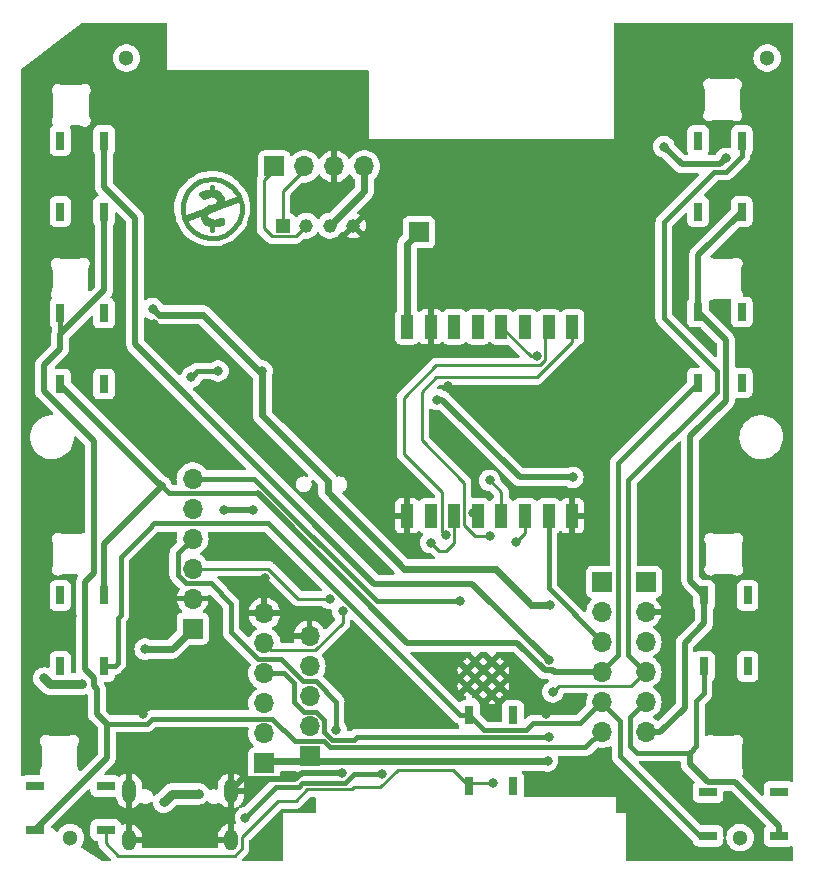
<source format=gbl>
G04 #@! TF.GenerationSoftware,KiCad,Pcbnew,(7.0.0)*
G04 #@! TF.CreationDate,2023-03-08T22:05:44+01:00*
G04 #@! TF.ProjectId,S3-27-epaper-touch,53332d32-372d-4657-9061-7065722d746f,rev?*
G04 #@! TF.SameCoordinates,Original*
G04 #@! TF.FileFunction,Copper,L2,Bot*
G04 #@! TF.FilePolarity,Positive*
%FSLAX46Y46*%
G04 Gerber Fmt 4.6, Leading zero omitted, Abs format (unit mm)*
G04 Created by KiCad (PCBNEW (7.0.0)) date 2023-03-08 22:05:44*
%MOMM*%
%LPD*%
G01*
G04 APERTURE LIST*
G04 #@! TA.AperFunction,EtchedComponent*
%ADD10C,0.381000*%
G04 #@! TD*
G04 #@! TA.AperFunction,ComponentPad*
%ADD11O,1.200000X2.000000*%
G04 #@! TD*
G04 #@! TA.AperFunction,ComponentPad*
%ADD12O,1.200000X1.800000*%
G04 #@! TD*
G04 #@! TA.AperFunction,ComponentPad*
%ADD13R,1.700000X1.700000*%
G04 #@! TD*
G04 #@! TA.AperFunction,ComponentPad*
%ADD14O,1.700000X1.700000*%
G04 #@! TD*
G04 #@! TA.AperFunction,HeatsinkPad*
%ADD15C,0.600000*%
G04 #@! TD*
G04 #@! TA.AperFunction,ComponentPad*
%ADD16R,1.150000X1.150000*%
G04 #@! TD*
G04 #@! TA.AperFunction,ComponentPad*
%ADD17C,1.150000*%
G04 #@! TD*
G04 #@! TA.AperFunction,SMDPad,CuDef*
%ADD18R,0.800000X1.580000*%
G04 #@! TD*
G04 #@! TA.AperFunction,SMDPad,CuDef*
%ADD19R,1.580000X0.800000*%
G04 #@! TD*
G04 #@! TA.AperFunction,SMDPad,CuDef*
%ADD20R,1.000000X2.000000*%
G04 #@! TD*
G04 #@! TA.AperFunction,ViaPad*
%ADD21C,1.300000*%
G04 #@! TD*
G04 #@! TA.AperFunction,ViaPad*
%ADD22C,0.800000*%
G04 #@! TD*
G04 #@! TA.AperFunction,Conductor*
%ADD23C,0.500000*%
G04 #@! TD*
G04 #@! TA.AperFunction,Conductor*
%ADD24C,0.250000*%
G04 #@! TD*
G04 #@! TA.AperFunction,Conductor*
%ADD25C,0.600000*%
G04 #@! TD*
G04 #@! TA.AperFunction,Conductor*
%ADD26C,0.400000*%
G04 #@! TD*
G04 #@! TA.AperFunction,Conductor*
%ADD27C,0.800000*%
G04 #@! TD*
G04 APERTURE END LIST*
D10*
X123499360Y-71049720D02*
X123301240Y-71849820D01*
X123499360Y-70450280D02*
X123499360Y-71049720D01*
X123400300Y-69949900D02*
X123499360Y-70450280D01*
X123400300Y-69949900D02*
X118800360Y-71649160D01*
X123301240Y-71849820D02*
X122699260Y-72550860D01*
X123301240Y-69850840D02*
X118599700Y-71550100D01*
X123199640Y-69551120D02*
X123400300Y-69949900D01*
X122699260Y-72550860D02*
X122198880Y-72949640D01*
X122699260Y-68949140D02*
X123199640Y-69551120D01*
X122198880Y-72949640D02*
X121500380Y-73249360D01*
X122198880Y-68550360D02*
X122699260Y-68949140D01*
X121800100Y-71948880D02*
X121500380Y-72050480D01*
X121800100Y-71750760D02*
X121800100Y-71948880D01*
X121800100Y-70150560D02*
X121701040Y-70450280D01*
X121800100Y-69850840D02*
X121800100Y-70150560D01*
X121701040Y-71750760D02*
X121800100Y-71750760D01*
X121701040Y-70450280D02*
X121500380Y-70650940D01*
X121701040Y-69650180D02*
X121800100Y-69850840D01*
X121701040Y-68349700D02*
X122198880Y-68550360D01*
X121599440Y-70048960D02*
X121500380Y-69850840D01*
X121500380Y-73249360D02*
X120700280Y-73249360D01*
X121500380Y-72050480D02*
X120799340Y-72050480D01*
X121500380Y-70650940D02*
X120700280Y-70950660D01*
X121500380Y-70351220D02*
X121599440Y-70048960D01*
X121500380Y-69850840D02*
X121299720Y-69650180D01*
X121500380Y-69449520D02*
X121701040Y-69650180D01*
X121299720Y-70549340D02*
X121500380Y-70351220D01*
X121299720Y-69650180D02*
X120900940Y-69551120D01*
X121299720Y-69350460D02*
X121500380Y-69449520D01*
X121200660Y-71849820D02*
X121701040Y-71750760D01*
X121099060Y-68250640D02*
X121701040Y-68349700D01*
X121000000Y-72550860D02*
X121000000Y-72449260D01*
X121000000Y-72050480D02*
X121000000Y-72550860D01*
X121000000Y-69248860D02*
X121000000Y-68949140D01*
X121000000Y-68250640D02*
X121099060Y-68250640D01*
X120900940Y-69551120D02*
X120601220Y-69650180D01*
X120799340Y-72050480D02*
X120499620Y-71948880D01*
X120700280Y-73249360D02*
X120100840Y-73051240D01*
X120700280Y-71750760D02*
X121200660Y-71849820D01*
X120700280Y-70950660D02*
X120400560Y-71148780D01*
X120700280Y-70650940D02*
X121299720Y-70549340D01*
X120601220Y-69650180D02*
X120298960Y-69749240D01*
X120601220Y-69350460D02*
X121299720Y-69350460D01*
X120499620Y-71948880D02*
X120298960Y-71750760D01*
X120400560Y-71550100D02*
X120700280Y-71750760D01*
X120400560Y-71148780D02*
X120400560Y-71550100D01*
X120400560Y-68349700D02*
X121000000Y-68250640D01*
X120298960Y-71750760D02*
X120199900Y-71550100D01*
X120298960Y-70950660D02*
X120700280Y-70650940D01*
X120298960Y-69749240D02*
X120100840Y-69551120D01*
X120199900Y-71550100D02*
X120199900Y-71250380D01*
X120199900Y-71250380D02*
X120298960Y-70950660D01*
X120199900Y-69449520D02*
X120601220Y-69350460D01*
X120100840Y-73051240D02*
X119498860Y-72748980D01*
X120100840Y-69551120D02*
X120199900Y-69449520D01*
X119999240Y-68448760D02*
X120400560Y-68349700D01*
X119498860Y-72748980D02*
X119001020Y-72251140D01*
X119498860Y-68751020D02*
X119999240Y-68448760D01*
X119001020Y-72251140D02*
X118599700Y-71550100D01*
X119001020Y-69248860D02*
X119498860Y-68751020D01*
X118698760Y-69749240D02*
X119001020Y-69248860D01*
X118599700Y-71550100D02*
X118500640Y-70950660D01*
X118500640Y-70950660D02*
X118500640Y-70351220D01*
X118500640Y-70351220D02*
X118698760Y-69749240D01*
D11*
X113949999Y-120033999D03*
D12*
X113949999Y-124233999D03*
D11*
X122599999Y-120033999D03*
D12*
X122599999Y-124233999D03*
D13*
X126263399Y-67182999D03*
D14*
X128803399Y-67182999D03*
X131343399Y-67182999D03*
X133883399Y-67182999D03*
D13*
X119349999Y-106299999D03*
D14*
X119349999Y-103759999D03*
X119349999Y-101219999D03*
X119349999Y-98679999D03*
X119349999Y-96139999D03*
X119349999Y-93599999D03*
D13*
X125424999Y-117724999D03*
D14*
X125424999Y-115184999D03*
X125424999Y-112644999D03*
X125424999Y-110104999D03*
X125424999Y-107564999D03*
X125424999Y-105024999D03*
D15*
X145376000Y-111190000D03*
X145376000Y-109790000D03*
X144676000Y-111890000D03*
X144676000Y-110490000D03*
X144676000Y-109090000D03*
X143976000Y-111190000D03*
X143976000Y-109790000D03*
X143276000Y-111890000D03*
X143276000Y-110490000D03*
X143276000Y-109090000D03*
X142576000Y-111190000D03*
X142576000Y-109790000D03*
D13*
X154049999Y-102349999D03*
D14*
X154049999Y-104889999D03*
X154049999Y-107429999D03*
X154049999Y-109969999D03*
X154049999Y-112509999D03*
X154049999Y-115049999D03*
D16*
X126971500Y-72199999D03*
D17*
X128971502Y-72200000D03*
X130971501Y-72200000D03*
X132971502Y-72200000D03*
D13*
X157699999Y-102349999D03*
D14*
X157699999Y-104889999D03*
X157699999Y-107429999D03*
X157699999Y-109969999D03*
X157699999Y-112509999D03*
X157699999Y-115049999D03*
D13*
X129249999Y-117119999D03*
D14*
X129249999Y-114579999D03*
X129249999Y-112039999D03*
X129249999Y-109499999D03*
X129249999Y-106959999D03*
D18*
X162149999Y-79499999D03*
X162149999Y-85499999D03*
X165849999Y-79499999D03*
X165849999Y-85499999D03*
X165849999Y-70999999D03*
X165849999Y-64999999D03*
X162149999Y-70999999D03*
X162149999Y-64999999D03*
X142774999Y-113649999D03*
X142774999Y-119649999D03*
X146474999Y-113649999D03*
X146474999Y-119649999D03*
X162649999Y-103499999D03*
X162649999Y-109499999D03*
X166349999Y-103499999D03*
X166349999Y-109499999D03*
D13*
X138499999Y-72749999D03*
D18*
X111849999Y-70999999D03*
X111849999Y-64999999D03*
X108149999Y-70999999D03*
X108149999Y-64999999D03*
X108149999Y-79599999D03*
X108149999Y-85599999D03*
X111849999Y-79599999D03*
X111849999Y-85599999D03*
X111849999Y-109499999D03*
X111849999Y-103499999D03*
X108149999Y-109499999D03*
X108149999Y-103499999D03*
D19*
X162999999Y-123849999D03*
X168999999Y-123849999D03*
X162999999Y-120149999D03*
X168999999Y-120149999D03*
D20*
X151499999Y-96749999D03*
X149499999Y-96749999D03*
X147499999Y-96749999D03*
X145499999Y-96749999D03*
X143499999Y-96749999D03*
X141499999Y-96749999D03*
X139499999Y-96749999D03*
X137499999Y-96749999D03*
X137499999Y-80749999D03*
X139499999Y-80749999D03*
X141499999Y-80749999D03*
X143499999Y-80749999D03*
X145499999Y-80749999D03*
X147499999Y-80749999D03*
X149499999Y-80749999D03*
X151499999Y-80749999D03*
D19*
X105999999Y-123349999D03*
X111999999Y-123349999D03*
X105999999Y-119649999D03*
X111999999Y-119649999D03*
D21*
X168000000Y-58000000D03*
X165700000Y-124000000D03*
X109000000Y-124000000D03*
X113750000Y-58000000D03*
D22*
X163750000Y-107500000D03*
X125750000Y-125000000D03*
X106000000Y-95400000D03*
X116056028Y-80531897D03*
X109128700Y-105225774D03*
X132000000Y-118500000D03*
X165500000Y-68750000D03*
X149250000Y-113500000D03*
X136500000Y-109750000D03*
X148183600Y-78359000D03*
X166250000Y-112250000D03*
X136500000Y-92500000D03*
X152755600Y-100177600D03*
X119507000Y-123952000D03*
X161264600Y-121132600D03*
X163804600Y-111760000D03*
X130750000Y-84000000D03*
X148844000Y-120015000D03*
X151231600Y-86537800D03*
X110800000Y-83400000D03*
X144600000Y-72200000D03*
X146812000Y-94665800D03*
X115798600Y-111531400D03*
X140750000Y-89500000D03*
X159750000Y-99000000D03*
X128092200Y-61500000D03*
X116250000Y-105250000D03*
X112500000Y-111750000D03*
X122428000Y-67056000D03*
X114782600Y-89509600D03*
X137250000Y-84250000D03*
X141000000Y-85750000D03*
X135250000Y-113500000D03*
X105600000Y-114000000D03*
X125500000Y-102000000D03*
X115173800Y-113538000D03*
X150266400Y-92125800D03*
X116500000Y-100250000D03*
X120624600Y-99847400D03*
X117000000Y-70500000D03*
X153619200Y-90601800D03*
X148945600Y-88569800D03*
X117119400Y-115468400D03*
X153568400Y-96850200D03*
X121500000Y-84500000D03*
X148500000Y-83250000D03*
X119250000Y-85000000D03*
X149400000Y-117525000D03*
X164500000Y-66500000D03*
X159250000Y-65500000D03*
X116904270Y-121009475D03*
X106750000Y-110500000D03*
X119875000Y-120300000D03*
X115341400Y-108051600D03*
X110000000Y-111000000D03*
X131500000Y-114899500D03*
X122000000Y-96250000D03*
X124500000Y-96250000D03*
X132069609Y-104843901D03*
X140075000Y-86925000D03*
X151550000Y-93500000D03*
X146750000Y-99000000D03*
X144500000Y-93750000D03*
X149500000Y-115500000D03*
X125250000Y-84500000D03*
X149575000Y-104275000D03*
X115975353Y-79224647D03*
X149860000Y-111660500D03*
X144780000Y-119380000D03*
X149500000Y-109000000D03*
X135345023Y-118595023D03*
X123822282Y-122322282D03*
X143049500Y-96500000D03*
X140775500Y-98371112D03*
X144500000Y-98500000D03*
X139500783Y-99023816D03*
X142000000Y-104000000D03*
X131000000Y-103775000D03*
D23*
X128049263Y-119075000D02*
X128624263Y-118500000D01*
D24*
X115868103Y-80531897D02*
X115600000Y-80800000D01*
X116056028Y-80531897D02*
X115868103Y-80531897D01*
D23*
X122600000Y-120034000D02*
X123559000Y-119075000D01*
X128624263Y-118500000D02*
X132000000Y-118500000D01*
X123559000Y-119075000D02*
X128049263Y-119075000D01*
D25*
X133883400Y-69288101D02*
X130971501Y-72200000D01*
D24*
X145500000Y-80750000D02*
X148000000Y-83250000D01*
X148000000Y-83250000D02*
X148500000Y-83250000D01*
D25*
X125625000Y-117525000D02*
X149400000Y-117525000D01*
D26*
X119350000Y-84900000D02*
X119750000Y-84500000D01*
X119750000Y-84500000D02*
X121350000Y-84500000D01*
D25*
X133883400Y-67462400D02*
X133883400Y-69288101D01*
D27*
X117613745Y-120300000D02*
X116904270Y-121009475D01*
D23*
X164000000Y-67000000D02*
X164500000Y-66500000D01*
D25*
X115341400Y-108051600D02*
X117598400Y-108051600D01*
D23*
X160750000Y-67000000D02*
X164000000Y-67000000D01*
D27*
X119875000Y-120300000D02*
X117613745Y-120300000D01*
X107250000Y-111000000D02*
X106750000Y-110500000D01*
X110000000Y-111000000D02*
X107250000Y-111000000D01*
D25*
X117598400Y-108051600D02*
X119350000Y-106300000D01*
D23*
X159250000Y-65500000D02*
X160750000Y-67000000D01*
D24*
X126971501Y-72200000D02*
X126971501Y-69294299D01*
D26*
X122600000Y-106600000D02*
X122600000Y-104200000D01*
X118832233Y-102470000D02*
X118100000Y-101737767D01*
X118100000Y-99930000D02*
X119350000Y-98680000D01*
X124855000Y-108855000D02*
X122600000Y-106600000D01*
X131500000Y-112482233D02*
X129767767Y-110750000D01*
X131500000Y-114899500D02*
X131500000Y-112482233D01*
D23*
X122000000Y-96250000D02*
X124500000Y-96250000D01*
D26*
X118100000Y-101737767D02*
X118100000Y-99930000D01*
X128690000Y-110750000D02*
X126795000Y-108855000D01*
X126795000Y-108855000D02*
X124855000Y-108855000D01*
D24*
X126971501Y-69294299D02*
X128803400Y-67462400D01*
D26*
X129767767Y-110750000D02*
X128690000Y-110750000D01*
X120870000Y-102470000D02*
X118832233Y-102470000D01*
X122600000Y-104200000D02*
X120870000Y-102470000D01*
D24*
X132069609Y-105814183D02*
X129748792Y-108135000D01*
X125995000Y-108135000D02*
X125425000Y-107565000D01*
X132069609Y-104843901D02*
X132069609Y-105814183D01*
X129748792Y-108135000D02*
X125995000Y-108135000D01*
D23*
X140500000Y-86925000D02*
X147075000Y-93500000D01*
X147075000Y-93500000D02*
X151550000Y-93500000D01*
X140075000Y-86925000D02*
X140500000Y-86925000D01*
D24*
X147500000Y-98250000D02*
X146750000Y-99000000D01*
X147500000Y-96750000D02*
X147500000Y-98250000D01*
X144500000Y-93750000D02*
X145500000Y-94750000D01*
X145500000Y-94750000D02*
X145500000Y-96750000D01*
D26*
X133031871Y-115699500D02*
X131168629Y-115699500D01*
X130500000Y-115030871D02*
X130500000Y-114062232D01*
X149500000Y-115500000D02*
X133231371Y-115500000D01*
X127105000Y-110105000D02*
X125425000Y-110105000D01*
X127950000Y-110950000D02*
X127105000Y-110105000D01*
X133231371Y-115500000D02*
X133031871Y-115699500D01*
X130500000Y-114062232D02*
X129767767Y-113330000D01*
X128772233Y-113330000D02*
X127950000Y-112507767D01*
X129767767Y-113330000D02*
X128772233Y-113330000D01*
X131168629Y-115699500D02*
X130500000Y-115030871D01*
X127950000Y-112507767D02*
X127950000Y-110950000D01*
D24*
X125399800Y-72428299D02*
X125399800Y-68326000D01*
X128971502Y-72200000D02*
X128071502Y-73100000D01*
X126071501Y-73100000D02*
X125399800Y-72428299D01*
X125399800Y-68326000D02*
X126263400Y-67462400D01*
X128071502Y-73100000D02*
X126071501Y-73100000D01*
D25*
X116500706Y-79750000D02*
X120250000Y-79750000D01*
X126500000Y-89500000D02*
X125250000Y-88250000D01*
X125250000Y-84750000D02*
X125250000Y-86500000D01*
X120250000Y-79750000D02*
X125250000Y-84750000D01*
X148025000Y-104275000D02*
X149575000Y-104275000D01*
X125250000Y-88250000D02*
X125250000Y-86500000D01*
X126500000Y-89500000D02*
X130774100Y-93774100D01*
X145000000Y-101250000D02*
X148025000Y-104275000D01*
X137289600Y-101250000D02*
X145000000Y-101250000D01*
X125250000Y-86500000D02*
X125250000Y-84500000D01*
X130774100Y-93774100D02*
X130774100Y-94734500D01*
X115975353Y-79224647D02*
X116500706Y-79750000D01*
X130774100Y-94734500D02*
X137289600Y-101250000D01*
D24*
X123525000Y-123975000D02*
X123525000Y-124917148D01*
X113034000Y-125534000D02*
X112000000Y-124500000D01*
X157650000Y-109970000D02*
X156475000Y-111145000D01*
D26*
X157650000Y-109970000D02*
X156250000Y-108570000D01*
X164481371Y-67650000D02*
X165850000Y-66281371D01*
X159250000Y-80000000D02*
X159250000Y-71910000D01*
D24*
X150375500Y-111145000D02*
X149860000Y-111660500D01*
X128075000Y-120925000D02*
X126575000Y-120925000D01*
X126575000Y-120925000D02*
X123525000Y-123975000D01*
X123525000Y-124917148D02*
X122908148Y-125534000D01*
X132824999Y-119925000D02*
X129075000Y-119925000D01*
X132999999Y-119750000D02*
X132824999Y-119925000D01*
D26*
X163750000Y-84500000D02*
X159250000Y-80000000D01*
D24*
X129075000Y-119925000D02*
X128075000Y-120925000D01*
X122908148Y-125534000D02*
X113034000Y-125534000D01*
X141375000Y-118250000D02*
X136715351Y-118250000D01*
D26*
X159250000Y-71910000D02*
X163510000Y-67650000D01*
D24*
X142775000Y-119650000D02*
X141375000Y-118250000D01*
D26*
X163750000Y-86250000D02*
X163750000Y-84500000D01*
X156250000Y-108570000D02*
X156250000Y-93750000D01*
D24*
X156475000Y-111145000D02*
X150375500Y-111145000D01*
D26*
X163510000Y-67650000D02*
X164481371Y-67650000D01*
X156250000Y-93750000D02*
X163750000Y-86250000D01*
D24*
X136715351Y-118250000D02*
X135215351Y-119750000D01*
X144780000Y-119380000D02*
X143045000Y-119380000D01*
X135215351Y-119750000D02*
X132999999Y-119750000D01*
D26*
X165850000Y-66281371D02*
X165850000Y-65000000D01*
D24*
X112000000Y-124500000D02*
X112000000Y-123350000D01*
D23*
X111850000Y-99115600D02*
X116807800Y-94157800D01*
X146797918Y-107500000D02*
X137522800Y-107500000D01*
D25*
X108150000Y-85650000D02*
X116375000Y-93875000D01*
D26*
X124886400Y-94863600D02*
X117363600Y-94863600D01*
D23*
X149972082Y-109970000D02*
X153925000Y-109970000D01*
X137522800Y-107500000D02*
X124886400Y-94863600D01*
D26*
X117363600Y-94863600D02*
X116375000Y-93875000D01*
X155375000Y-108520000D02*
X155375000Y-92275000D01*
D25*
X116375000Y-93875000D02*
X116657800Y-94157800D01*
D23*
X149852082Y-109850000D02*
X149147918Y-109850000D01*
X149147918Y-109850000D02*
X146797918Y-107500000D01*
X149852082Y-109850000D02*
X149972082Y-109970000D01*
D26*
X153925000Y-109970000D02*
X155375000Y-108520000D01*
D23*
X111850000Y-103500000D02*
X111850000Y-99115600D01*
D26*
X155375000Y-92275000D02*
X162150000Y-85500000D01*
D23*
X110982687Y-101621351D02*
X110982687Y-90422687D01*
X106750000Y-84000000D02*
X108150000Y-82600000D01*
X108150000Y-81350000D02*
X108375000Y-81125000D01*
D26*
X130450601Y-115830000D02*
X130983101Y-116362500D01*
D23*
X112069000Y-116250000D02*
X112069000Y-114356000D01*
X110982687Y-110500000D02*
X110250000Y-109767313D01*
X110250000Y-102354038D02*
X110982687Y-101621351D01*
X112069000Y-114356000D02*
X111250000Y-113537000D01*
X108150000Y-82600000D02*
X108150000Y-81350000D01*
D26*
X130983101Y-116362500D02*
X152612500Y-116362500D01*
D23*
X108375000Y-81125000D02*
X111850000Y-77650000D01*
D26*
X115487171Y-114356000D02*
X115908171Y-113935000D01*
X112069000Y-114356000D02*
X115487171Y-114356000D01*
D23*
X112069000Y-117281000D02*
X112069000Y-116250000D01*
X111250000Y-111461482D02*
X110982687Y-111194169D01*
X111250000Y-113537000D02*
X111250000Y-111461482D01*
X111850000Y-77650000D02*
X111850000Y-71000000D01*
X110250000Y-109767313D02*
X110250000Y-102354038D01*
X106000000Y-123350000D02*
X112069000Y-117281000D01*
D26*
X108150000Y-80900000D02*
X108375000Y-81125000D01*
X108150000Y-79600000D02*
X108150000Y-80900000D01*
D23*
X110982687Y-111194169D02*
X110982687Y-110500000D01*
X110982687Y-90422687D02*
X106750000Y-86190000D01*
D26*
X126105000Y-113935000D02*
X128000000Y-115830000D01*
X152612500Y-116362500D02*
X153925000Y-115050000D01*
X115908171Y-113935000D02*
X126105000Y-113935000D01*
X128000000Y-115830000D02*
X130450601Y-115830000D01*
D23*
X106750000Y-86190000D02*
X106750000Y-84000000D01*
X161450000Y-117800000D02*
X161450000Y-116800000D01*
X143000000Y-102500000D02*
X149500000Y-109000000D01*
D26*
X162000000Y-112433228D02*
X162650000Y-111783229D01*
D23*
X111850000Y-68910000D02*
X114500000Y-71560000D01*
D26*
X161450000Y-116800000D02*
X162000000Y-116250000D01*
D23*
X114500000Y-82250000D02*
X134750000Y-102500000D01*
X111850000Y-65000000D02*
X111850000Y-68910000D01*
D26*
X156400000Y-116242600D02*
X156957400Y-116800000D01*
X162000000Y-116250000D02*
X162000000Y-112433228D01*
D23*
X169000000Y-123000000D02*
X165300000Y-119300000D01*
X169000000Y-123850000D02*
X169000000Y-123000000D01*
D26*
X162650000Y-111783229D02*
X162650000Y-109000000D01*
X156400000Y-113760000D02*
X156400000Y-116242600D01*
X156957400Y-116800000D02*
X161450000Y-116800000D01*
X157650000Y-112510000D02*
X156400000Y-113760000D01*
D23*
X134750000Y-102500000D02*
X143000000Y-102500000D01*
X162950000Y-119300000D02*
X161450000Y-117800000D01*
X165300000Y-119300000D02*
X162950000Y-119300000D01*
X114500000Y-71560000D02*
X114500000Y-82250000D01*
X158950000Y-115050000D02*
X161000000Y-113000000D01*
X164500000Y-81850000D02*
X162150000Y-79500000D01*
X162150000Y-79500000D02*
X162150000Y-74700000D01*
X164500000Y-87000000D02*
X164500000Y-81850000D01*
X161500000Y-102250000D02*
X161500000Y-90000000D01*
X162417313Y-103267313D02*
X162417313Y-103167313D01*
X161000000Y-107500000D02*
X162650000Y-105850000D01*
X162150000Y-74700000D02*
X165850000Y-71000000D01*
X161000000Y-113000000D02*
X161000000Y-107500000D01*
X162417313Y-103167313D02*
X161500000Y-102250000D01*
X157650000Y-115050000D02*
X158950000Y-115050000D01*
X161500000Y-90000000D02*
X164500000Y-87000000D01*
X162650000Y-103500000D02*
X162417313Y-103267313D01*
X162650000Y-105850000D02*
X162650000Y-103500000D01*
D26*
X152135000Y-114300000D02*
X153925000Y-112510000D01*
X142775000Y-113650000D02*
X142006371Y-113650000D01*
X155550000Y-117100000D02*
X162300000Y-123850000D01*
X126053186Y-97696814D02*
X125746372Y-97390000D01*
X142006371Y-113650000D02*
X126053186Y-97696814D01*
X112750000Y-109500000D02*
X113000000Y-109250000D01*
X111850000Y-109500000D02*
X112750000Y-109500000D01*
X155550000Y-114135000D02*
X155550000Y-117100000D01*
X142775000Y-113650000D02*
X144025000Y-114900000D01*
X125746372Y-97390000D02*
X116110000Y-97390000D01*
X126053186Y-97696814D02*
X125739971Y-97383600D01*
X116116400Y-97383600D02*
X115625000Y-97875000D01*
X147600000Y-114900000D02*
X148200000Y-114300000D01*
X144025000Y-114900000D02*
X147600000Y-114900000D01*
X162300000Y-123850000D02*
X163000000Y-123850000D01*
X113000000Y-105425000D02*
X113250000Y-105175000D01*
X148200000Y-114300000D02*
X152135000Y-114300000D01*
X153925000Y-112510000D02*
X155550000Y-114135000D01*
X113250000Y-100250000D02*
X113250000Y-105175000D01*
X116110000Y-97390000D02*
X115625000Y-97875000D01*
X113000000Y-109250000D02*
X113000000Y-105425000D01*
X115625000Y-97875000D02*
X113250000Y-100250000D01*
X149500000Y-102880000D02*
X154050000Y-107430000D01*
X149500000Y-96750000D02*
X149500000Y-102880000D01*
X128643502Y-119400000D02*
X128318502Y-119725000D01*
X135345023Y-118595023D02*
X133036348Y-118595023D01*
X126419564Y-119725000D02*
X123822282Y-122322282D01*
X128318502Y-119725000D02*
X126419564Y-119725000D01*
X133036348Y-118595023D02*
X132231371Y-119400000D01*
X132231371Y-119400000D02*
X128643502Y-119400000D01*
D25*
X137500000Y-73750000D02*
X138500000Y-72750000D01*
X137500000Y-80750000D02*
X137500000Y-73750000D01*
D24*
X143299500Y-96750000D02*
X143049500Y-96500000D01*
X143500000Y-96750000D02*
X143299500Y-96750000D01*
X149225000Y-83550305D02*
X149225000Y-81025000D01*
X140000000Y-84000000D02*
X148775305Y-84000000D01*
X137250000Y-91500000D02*
X137250000Y-86750000D01*
X148775305Y-84000000D02*
X149225000Y-83550305D01*
X140775500Y-98371112D02*
X140500000Y-98095612D01*
X140500000Y-98095612D02*
X140500000Y-94750000D01*
X149225000Y-81025000D02*
X149500000Y-80750000D01*
X140500000Y-94750000D02*
X137250000Y-91500000D01*
X137250000Y-86750000D02*
X140000000Y-84000000D01*
X142325000Y-97575000D02*
X142325000Y-93938604D01*
X144500000Y-98500000D02*
X143250000Y-98500000D01*
X138750000Y-90363604D02*
X138750000Y-86250000D01*
X143250000Y-98500000D02*
X142325000Y-97575000D01*
X151500000Y-82000000D02*
X151500000Y-80750000D01*
X139975000Y-85025000D02*
X148475000Y-85025000D01*
X148475000Y-85025000D02*
X151500000Y-82000000D01*
X138750000Y-86250000D02*
X139975000Y-85025000D01*
X142325000Y-93938604D02*
X138750000Y-90363604D01*
X139500783Y-99026088D02*
X140199695Y-99725000D01*
X140199695Y-99725000D02*
X140800305Y-99725000D01*
X141500000Y-99025305D02*
X141500000Y-96750000D01*
X139500783Y-99023816D02*
X139500783Y-99026088D01*
X140800305Y-99725000D02*
X141500000Y-99025305D01*
D26*
X124542038Y-93600000D02*
X134942038Y-104000000D01*
X134942038Y-104000000D02*
X142000000Y-104000000D01*
X119350000Y-93600000D02*
X124542038Y-93600000D01*
D24*
X128300305Y-103775000D02*
X125745305Y-101220000D01*
X131000000Y-103775000D02*
X128300305Y-103775000D01*
X125745305Y-101220000D02*
X119350000Y-101220000D01*
G04 #@! TA.AperFunction,Conductor*
G36*
X129714000Y-120575113D02*
G01*
X129759387Y-120620500D01*
X129776000Y-120682500D01*
X129776000Y-121785500D01*
X129759387Y-121847500D01*
X129714000Y-121892887D01*
X129652000Y-121909500D01*
X127002088Y-121909500D01*
X127000000Y-121908635D01*
X126997912Y-121909500D01*
X126991964Y-121911964D01*
X126988635Y-121920000D01*
X126989500Y-121922088D01*
X126989500Y-121927868D01*
X126989500Y-125900088D01*
X126972855Y-125962144D01*
X126927388Y-126007540D01*
X126865306Y-126024088D01*
X123618220Y-126018998D01*
X123561981Y-126005412D01*
X123518027Y-125967789D01*
X123495929Y-125914319D01*
X123500495Y-125856643D01*
X123530731Y-125807319D01*
X123917212Y-125420838D01*
X123925550Y-125413252D01*
X123932018Y-125409148D01*
X123978706Y-125359427D01*
X123981324Y-125356726D01*
X124001134Y-125336918D01*
X124003664Y-125333656D01*
X124011244Y-125324778D01*
X124041586Y-125292469D01*
X124051422Y-125274575D01*
X124062098Y-125258322D01*
X124074613Y-125242189D01*
X124092206Y-125201533D01*
X124097341Y-125191048D01*
X124118695Y-125152208D01*
X124123773Y-125132431D01*
X124130078Y-125114017D01*
X124138181Y-125095293D01*
X124145111Y-125051532D01*
X124147481Y-125040091D01*
X124158500Y-124997178D01*
X124158500Y-124976757D01*
X124160027Y-124957360D01*
X124160386Y-124955088D01*
X124163219Y-124937205D01*
X124159049Y-124893098D01*
X124158500Y-124881430D01*
X124158500Y-124288766D01*
X124167939Y-124241313D01*
X124194819Y-124201085D01*
X126801085Y-121594819D01*
X126841313Y-121567939D01*
X126888766Y-121558500D01*
X127996154Y-121558500D01*
X128007437Y-121559031D01*
X128014909Y-121560702D01*
X128083017Y-121558560D01*
X128086913Y-121558500D01*
X128110958Y-121558500D01*
X128114856Y-121558500D01*
X128118724Y-121558011D01*
X128118947Y-121557983D01*
X128130608Y-121557064D01*
X128174889Y-121555673D01*
X128194490Y-121549977D01*
X128213541Y-121546032D01*
X128233797Y-121543474D01*
X128265022Y-121531110D01*
X128274993Y-121527163D01*
X128286043Y-121523379D01*
X128328593Y-121511018D01*
X128346165Y-121500625D01*
X128363632Y-121492068D01*
X128382617Y-121484552D01*
X128418475Y-121458498D01*
X128428223Y-121452096D01*
X128466362Y-121429542D01*
X128480793Y-121415110D01*
X128495588Y-121402472D01*
X128512107Y-121390472D01*
X128540360Y-121356318D01*
X128548203Y-121347699D01*
X129301084Y-120594819D01*
X129341313Y-120567939D01*
X129388766Y-120558500D01*
X129652000Y-120558500D01*
X129714000Y-120575113D01*
G37*
G04 #@! TD.AperFunction*
G04 #@! TA.AperFunction,Conductor*
G36*
X124055889Y-114656100D02*
G01*
X124099282Y-114691338D01*
X124122790Y-114742053D01*
X124121635Y-114797940D01*
X124081695Y-114955657D01*
X124081693Y-114955666D01*
X124080436Y-114960632D01*
X124080012Y-114965741D01*
X124080011Y-114965751D01*
X124066530Y-115128444D01*
X124061844Y-115185000D01*
X124062268Y-115190117D01*
X124080011Y-115404248D01*
X124080012Y-115404256D01*
X124080436Y-115409368D01*
X124081693Y-115414335D01*
X124081695Y-115414342D01*
X124131568Y-115611284D01*
X124135704Y-115627616D01*
X124155986Y-115673855D01*
X124224080Y-115829096D01*
X124224083Y-115829101D01*
X124226140Y-115833791D01*
X124253829Y-115876172D01*
X124346474Y-116017977D01*
X124346477Y-116017981D01*
X124349278Y-116022268D01*
X124494492Y-116180011D01*
X124523264Y-116232760D01*
X124523857Y-116292847D01*
X124496131Y-116346157D01*
X124446596Y-116380172D01*
X124337109Y-116421009D01*
X124337101Y-116421013D01*
X124328796Y-116424111D01*
X124321698Y-116429423D01*
X124321695Y-116429426D01*
X124218835Y-116506426D01*
X124218831Y-116506429D01*
X124211739Y-116511739D01*
X124206429Y-116518831D01*
X124206426Y-116518835D01*
X124129426Y-116621695D01*
X124129423Y-116621698D01*
X124124111Y-116628796D01*
X124121013Y-116637099D01*
X124121011Y-116637105D01*
X124075719Y-116758536D01*
X124075717Y-116758543D01*
X124073011Y-116765799D01*
X124072182Y-116773500D01*
X124072182Y-116773505D01*
X124066853Y-116823075D01*
X124066500Y-116826362D01*
X124066500Y-118623638D01*
X124066852Y-118626918D01*
X124066853Y-118626924D01*
X124071976Y-118674580D01*
X124073011Y-118684201D01*
X124075717Y-118691458D01*
X124075719Y-118691463D01*
X124120440Y-118811362D01*
X124124111Y-118821204D01*
X124129425Y-118828303D01*
X124129426Y-118828304D01*
X124186439Y-118904465D01*
X124211739Y-118938261D01*
X124328796Y-119025889D01*
X124465799Y-119076989D01*
X124526362Y-119083500D01*
X125759730Y-119083500D01*
X125816025Y-119097015D01*
X125860048Y-119134615D01*
X125882203Y-119188102D01*
X125877661Y-119245818D01*
X125847411Y-119295181D01*
X123755328Y-121387265D01*
X123726815Y-121408557D01*
X123693429Y-121420874D01*
X123546353Y-121452136D01*
X123546349Y-121452136D01*
X123539994Y-121453488D01*
X123534059Y-121456130D01*
X123534051Y-121456133D01*
X123401207Y-121515278D01*
X123341926Y-121525682D01*
X123295503Y-121510475D01*
X123296367Y-121513443D01*
X123283995Y-121572345D01*
X123245345Y-121618482D01*
X123216287Y-121639594D01*
X123216276Y-121639603D01*
X123211029Y-121643416D01*
X123206685Y-121648239D01*
X123206682Y-121648243D01*
X123089349Y-121778555D01*
X123083242Y-121785338D01*
X123079996Y-121790958D01*
X123079993Y-121790964D01*
X122991003Y-121945099D01*
X122991000Y-121945104D01*
X122987755Y-121950726D01*
X122985749Y-121956898D01*
X122985747Y-121956904D01*
X122930747Y-122126174D01*
X122930745Y-122126183D01*
X122928740Y-122132354D01*
X122928062Y-122138804D01*
X122928060Y-122138814D01*
X122918006Y-122234480D01*
X122908778Y-122322282D01*
X122909457Y-122328742D01*
X122928060Y-122505749D01*
X122928061Y-122505757D01*
X122928740Y-122512210D01*
X122930745Y-122518382D01*
X122930747Y-122518389D01*
X122987755Y-122693838D01*
X122986301Y-122694310D01*
X122994941Y-122750622D01*
X122970664Y-122811262D01*
X122918940Y-122851152D01*
X122876270Y-122856465D01*
X122876493Y-122859578D01*
X122852318Y-122861306D01*
X122850000Y-122871964D01*
X122850000Y-124360000D01*
X122833387Y-124422000D01*
X122788000Y-124467387D01*
X122726000Y-124484000D01*
X121516326Y-124484000D01*
X121503450Y-124487450D01*
X121500000Y-124500326D01*
X121500000Y-124583450D01*
X121500280Y-124589339D01*
X121514403Y-124737247D01*
X121517446Y-124753028D01*
X121515837Y-124807163D01*
X121491308Y-124855448D01*
X121448539Y-124888673D01*
X121395688Y-124900500D01*
X115149789Y-124900500D01*
X115096939Y-124888674D01*
X115054170Y-124855450D01*
X115029641Y-124807167D01*
X115028030Y-124753034D01*
X115048882Y-124644836D01*
X115050000Y-124633134D01*
X115050000Y-124500326D01*
X115046549Y-124487450D01*
X115033674Y-124484000D01*
X113824000Y-124484000D01*
X113762000Y-124467387D01*
X113716613Y-124422000D01*
X113700000Y-124360000D01*
X113700000Y-123967674D01*
X114200000Y-123967674D01*
X114203450Y-123980549D01*
X114216326Y-123984000D01*
X115033674Y-123984000D01*
X115046549Y-123980549D01*
X115050000Y-123967674D01*
X121500000Y-123967674D01*
X121503450Y-123980549D01*
X121516326Y-123984000D01*
X122333674Y-123984000D01*
X122346549Y-123980549D01*
X122350000Y-123967674D01*
X122350000Y-122876819D01*
X122347494Y-122865927D01*
X122336320Y-122866060D01*
X122244329Y-122888377D01*
X122233211Y-122892225D01*
X122052878Y-122974580D01*
X122042680Y-122980468D01*
X121881193Y-123095463D01*
X121872296Y-123103172D01*
X121735482Y-123246658D01*
X121728215Y-123255899D01*
X121621028Y-123422685D01*
X121615636Y-123433143D01*
X121541950Y-123617201D01*
X121538637Y-123628484D01*
X121501117Y-123823165D01*
X121500000Y-123834866D01*
X121500000Y-123967674D01*
X115050000Y-123967674D01*
X115050000Y-123884550D01*
X115049719Y-123878660D01*
X115035596Y-123730757D01*
X115033369Y-123719206D01*
X114977512Y-123528973D01*
X114973146Y-123518067D01*
X114882295Y-123341840D01*
X114875935Y-123331944D01*
X114753382Y-123176105D01*
X114745264Y-123167591D01*
X114595427Y-123037756D01*
X114585850Y-123030937D01*
X114414153Y-122931808D01*
X114403450Y-122926920D01*
X114216095Y-122862075D01*
X114210511Y-122860720D01*
X114202318Y-122861306D01*
X114200000Y-122871964D01*
X114200000Y-123967674D01*
X113700000Y-123967674D01*
X113700000Y-122876819D01*
X113697494Y-122865927D01*
X113686320Y-122866060D01*
X113594329Y-122888377D01*
X113583220Y-122892222D01*
X113467308Y-122945157D01*
X113410265Y-122956239D01*
X113354437Y-122940116D01*
X113312084Y-122900330D01*
X113296116Y-122855703D01*
X113294603Y-122856061D01*
X113292817Y-122848505D01*
X113291989Y-122840799D01*
X113240889Y-122703796D01*
X113153261Y-122586739D01*
X113036204Y-122499111D01*
X113027896Y-122496012D01*
X113027894Y-122496011D01*
X112906463Y-122450719D01*
X112906458Y-122450717D01*
X112899201Y-122448011D01*
X112891497Y-122447182D01*
X112891494Y-122447182D01*
X112841924Y-122441853D01*
X112841918Y-122441852D01*
X112838638Y-122441500D01*
X111161362Y-122441500D01*
X111158082Y-122441852D01*
X111158075Y-122441853D01*
X111108505Y-122447182D01*
X111108500Y-122447182D01*
X111100799Y-122448011D01*
X111093543Y-122450717D01*
X111093536Y-122450719D01*
X110972105Y-122496011D01*
X110972099Y-122496013D01*
X110963796Y-122499111D01*
X110956698Y-122504423D01*
X110956695Y-122504426D01*
X110853835Y-122581426D01*
X110853831Y-122581429D01*
X110846739Y-122586739D01*
X110841429Y-122593831D01*
X110841426Y-122593835D01*
X110764426Y-122696695D01*
X110764423Y-122696698D01*
X110759111Y-122703796D01*
X110756013Y-122712099D01*
X110756011Y-122712105D01*
X110710719Y-122833536D01*
X110710717Y-122833543D01*
X110708011Y-122840799D01*
X110707182Y-122848500D01*
X110707182Y-122848505D01*
X110701853Y-122898075D01*
X110701500Y-122901362D01*
X110701500Y-123798638D01*
X110701852Y-123801918D01*
X110701853Y-123801924D01*
X110706633Y-123846389D01*
X110708011Y-123859201D01*
X110710717Y-123866458D01*
X110710719Y-123866463D01*
X110754559Y-123984000D01*
X110759111Y-123996204D01*
X110764425Y-124003303D01*
X110764426Y-124003304D01*
X110810499Y-124064851D01*
X110846739Y-124113261D01*
X110963796Y-124200889D01*
X111100799Y-124251989D01*
X111161362Y-124258500D01*
X111242500Y-124258500D01*
X111304500Y-124275113D01*
X111349887Y-124320500D01*
X111366500Y-124382500D01*
X111366500Y-124421154D01*
X111365968Y-124432437D01*
X111364298Y-124439909D01*
X111364543Y-124447705D01*
X111364543Y-124447707D01*
X111366439Y-124508017D01*
X111366500Y-124511913D01*
X111366500Y-124539856D01*
X111366988Y-124543721D01*
X111366989Y-124543732D01*
X111367019Y-124543970D01*
X111367934Y-124555596D01*
X111369081Y-124592096D01*
X111369082Y-124592103D01*
X111369327Y-124599889D01*
X111371500Y-124607370D01*
X111371502Y-124607380D01*
X111375022Y-124619495D01*
X111378967Y-124638542D01*
X111381526Y-124658797D01*
X111384395Y-124666045D01*
X111384398Y-124666054D01*
X111397838Y-124700001D01*
X111401621Y-124711048D01*
X111413982Y-124753593D01*
X111417953Y-124760308D01*
X111417954Y-124760310D01*
X111424375Y-124771168D01*
X111432930Y-124788631D01*
X111440448Y-124807617D01*
X111445030Y-124813924D01*
X111445031Y-124813925D01*
X111466491Y-124843462D01*
X111472905Y-124853227D01*
X111474220Y-124855450D01*
X111495458Y-124891362D01*
X111500976Y-124896880D01*
X111509889Y-124905793D01*
X111522525Y-124920588D01*
X111529938Y-124930791D01*
X111529943Y-124930796D01*
X111534528Y-124937107D01*
X111559010Y-124957360D01*
X111568667Y-124965349D01*
X111577308Y-124973212D01*
X112393680Y-125789584D01*
X112423942Y-125838984D01*
X112428460Y-125896740D01*
X112406248Y-125950245D01*
X112362155Y-125987820D01*
X112305805Y-126001265D01*
X111786773Y-126000451D01*
X111720159Y-125980915D01*
X109968999Y-124860986D01*
X109924274Y-124810711D01*
X109912393Y-124744480D01*
X109936851Y-124681799D01*
X109989196Y-124612484D01*
X110084897Y-124420291D01*
X110143653Y-124213786D01*
X110163463Y-124000000D01*
X110143653Y-123786214D01*
X110084897Y-123579709D01*
X109989196Y-123387516D01*
X109985743Y-123382944D01*
X109985741Y-123382940D01*
X109863266Y-123220757D01*
X109859810Y-123216180D01*
X109855574Y-123212319D01*
X109855572Y-123212316D01*
X109725604Y-123093835D01*
X109701143Y-123071536D01*
X109696273Y-123068521D01*
X109696271Y-123068519D01*
X109523476Y-122961530D01*
X109523475Y-122961529D01*
X109518600Y-122958511D01*
X109513253Y-122956439D01*
X109513250Y-122956438D01*
X109368419Y-122900330D01*
X109318397Y-122880951D01*
X109312771Y-122879899D01*
X109312763Y-122879897D01*
X109112980Y-122842552D01*
X109112977Y-122842551D01*
X109107351Y-122841500D01*
X108892649Y-122841500D01*
X108887023Y-122842551D01*
X108887019Y-122842552D01*
X108687236Y-122879897D01*
X108687225Y-122879899D01*
X108681603Y-122880951D01*
X108676256Y-122883022D01*
X108676254Y-122883023D01*
X108486749Y-122956438D01*
X108486742Y-122956441D01*
X108481400Y-122958511D01*
X108476528Y-122961527D01*
X108476523Y-122961530D01*
X108303728Y-123068519D01*
X108303720Y-123068524D01*
X108298857Y-123071536D01*
X108294626Y-123075392D01*
X108294622Y-123075396D01*
X108144427Y-123212316D01*
X108144419Y-123212324D01*
X108140190Y-123216180D01*
X108136736Y-123220752D01*
X108136733Y-123220757D01*
X108014258Y-123382940D01*
X108014250Y-123382951D01*
X108010804Y-123387516D01*
X108008251Y-123392641D01*
X108008249Y-123392646D01*
X107988811Y-123431681D01*
X107942574Y-123482151D01*
X107876605Y-123500401D01*
X107811004Y-123480871D01*
X107410783Y-123224915D01*
X107372204Y-123185793D01*
X107354316Y-123133842D01*
X107360631Y-123079263D01*
X107389908Y-123032772D01*
X110489819Y-119932862D01*
X110539182Y-119902612D01*
X110596898Y-119898070D01*
X110650385Y-119920225D01*
X110687985Y-119964248D01*
X110701500Y-120020543D01*
X110701500Y-120098638D01*
X110701852Y-120101918D01*
X110701853Y-120101924D01*
X110704525Y-120126782D01*
X110708011Y-120159201D01*
X110710717Y-120166458D01*
X110710719Y-120166463D01*
X110756011Y-120287894D01*
X110759111Y-120296204D01*
X110764425Y-120303303D01*
X110764426Y-120303304D01*
X110831372Y-120392734D01*
X110846739Y-120413261D01*
X110963796Y-120500889D01*
X111100799Y-120551989D01*
X111161362Y-120558500D01*
X111164672Y-120558500D01*
X112747292Y-120558500D01*
X112798803Y-120569706D01*
X112841005Y-120601297D01*
X112866269Y-120647565D01*
X112922487Y-120839026D01*
X112926853Y-120849932D01*
X113017704Y-121026159D01*
X113024064Y-121036055D01*
X113146617Y-121191894D01*
X113154735Y-121200408D01*
X113304572Y-121330243D01*
X113314149Y-121337062D01*
X113485846Y-121436191D01*
X113496549Y-121441079D01*
X113683904Y-121505924D01*
X113689488Y-121507279D01*
X113697681Y-121506693D01*
X113700000Y-121496036D01*
X113700000Y-121491181D01*
X114200000Y-121491181D01*
X114202505Y-121502072D01*
X114213679Y-121501939D01*
X114305670Y-121479622D01*
X114316788Y-121475774D01*
X114497121Y-121393419D01*
X114507319Y-121387531D01*
X114668806Y-121272536D01*
X114677703Y-121264827D01*
X114814518Y-121121339D01*
X114821786Y-121112098D01*
X114839271Y-121084891D01*
X114888878Y-121040650D01*
X114954206Y-121028385D01*
X115003024Y-121046597D01*
X115004418Y-121044062D01*
X115128179Y-121112100D01*
X115142908Y-121120197D01*
X115295981Y-121159500D01*
X115410455Y-121159500D01*
X115414350Y-121159500D01*
X115531792Y-121144664D01*
X115678732Y-121086486D01*
X115800133Y-120998282D01*
X115858441Y-120975462D01*
X115920468Y-120984041D01*
X115970395Y-121021834D01*
X115995489Y-121079203D01*
X116002723Y-121124874D01*
X116003571Y-121131311D01*
X116009938Y-121191894D01*
X116010728Y-121199403D01*
X116012734Y-121205577D01*
X116012735Y-121205582D01*
X116015125Y-121212938D01*
X116019665Y-121231847D01*
X116021893Y-121245907D01*
X116024222Y-121251976D01*
X116024223Y-121251977D01*
X116046419Y-121309801D01*
X116048586Y-121315919D01*
X116069743Y-121381031D01*
X116072988Y-121386652D01*
X116072993Y-121386663D01*
X116076858Y-121393357D01*
X116085227Y-121410903D01*
X116087999Y-121418123D01*
X116088003Y-121418132D01*
X116090332Y-121424197D01*
X116093865Y-121429637D01*
X116093872Y-121429651D01*
X116127616Y-121481611D01*
X116131008Y-121487146D01*
X116161871Y-121540602D01*
X116165230Y-121546419D01*
X116169577Y-121551247D01*
X116169578Y-121551248D01*
X116174749Y-121556991D01*
X116186592Y-121572425D01*
X116194344Y-121584362D01*
X116198941Y-121588959D01*
X116242748Y-121632766D01*
X116247217Y-121637475D01*
X116293017Y-121688341D01*
X116304527Y-121696703D01*
X116319319Y-121709337D01*
X116329383Y-121719401D01*
X116343499Y-121728568D01*
X116386797Y-121756685D01*
X116392126Y-121760347D01*
X116447518Y-121800593D01*
X116460515Y-121806379D01*
X116477614Y-121815663D01*
X116489548Y-121823413D01*
X116495622Y-121825744D01*
X116495621Y-121825744D01*
X116553431Y-121847935D01*
X116559431Y-121850420D01*
X116616044Y-121875626D01*
X116616050Y-121875628D01*
X116621982Y-121878269D01*
X116628332Y-121879618D01*
X116628333Y-121879619D01*
X116635898Y-121881227D01*
X116654560Y-121886755D01*
X116667838Y-121891852D01*
X116735439Y-121902558D01*
X116741811Y-121903739D01*
X116808783Y-121917975D01*
X116823014Y-121917975D01*
X116842412Y-121919502D01*
X116856460Y-121921727D01*
X116924807Y-121918144D01*
X116931297Y-121917975D01*
X116993255Y-121917975D01*
X116999757Y-121917975D01*
X117013672Y-121915016D01*
X117032970Y-121912476D01*
X117047173Y-121911732D01*
X117113277Y-121894018D01*
X117119579Y-121892505D01*
X117146984Y-121886680D01*
X117186558Y-121878269D01*
X117199557Y-121872481D01*
X117217892Y-121865987D01*
X117231640Y-121862304D01*
X117292630Y-121831226D01*
X117298473Y-121828440D01*
X117309765Y-121823413D01*
X117361022Y-121800593D01*
X117372533Y-121792229D01*
X117389124Y-121782062D01*
X117401800Y-121775604D01*
X117455038Y-121732491D01*
X117460120Y-121728592D01*
X117515523Y-121688341D01*
X117561340Y-121637453D01*
X117565772Y-121632784D01*
X117953738Y-121244819D01*
X117993967Y-121217939D01*
X118041420Y-121208500D01*
X119963985Y-121208500D01*
X119970487Y-121208500D01*
X120010956Y-121199897D01*
X120023776Y-121197867D01*
X120025462Y-121197689D01*
X120064928Y-121193542D01*
X120104284Y-121180753D01*
X120116815Y-121177396D01*
X120157288Y-121168794D01*
X120195097Y-121151959D01*
X120207208Y-121147311D01*
X120246556Y-121134527D01*
X120263275Y-121124874D01*
X120282383Y-121113842D01*
X120293954Y-121107946D01*
X120325811Y-121093763D01*
X120325811Y-121093762D01*
X120331752Y-121091118D01*
X120365236Y-121066789D01*
X120376103Y-121059732D01*
X120411944Y-121039040D01*
X120423777Y-121028385D01*
X120442692Y-121011354D01*
X120452775Y-121003187D01*
X120486253Y-120978866D01*
X120513949Y-120948104D01*
X120523128Y-120938928D01*
X120524851Y-120937377D01*
X120578664Y-120909011D01*
X120639492Y-120909652D01*
X120692693Y-120939144D01*
X120804418Y-121044062D01*
X120906980Y-121100446D01*
X120928179Y-121112100D01*
X120942908Y-121120197D01*
X121095981Y-121159500D01*
X121210455Y-121159500D01*
X121214350Y-121159500D01*
X121331792Y-121144664D01*
X121478732Y-121086486D01*
X121531711Y-121047993D01*
X121590069Y-121025167D01*
X121652138Y-121033790D01*
X121702066Y-121071661D01*
X121796623Y-121191900D01*
X121804735Y-121200408D01*
X121954572Y-121330243D01*
X121964149Y-121337062D01*
X122135846Y-121436191D01*
X122146549Y-121441079D01*
X122333904Y-121505924D01*
X122339488Y-121507279D01*
X122347681Y-121506693D01*
X122350000Y-121496036D01*
X122350000Y-121491181D01*
X122850000Y-121491181D01*
X122852505Y-121502072D01*
X122863679Y-121501939D01*
X122955670Y-121479622D01*
X122966783Y-121475775D01*
X123120945Y-121405372D01*
X123180124Y-121394403D01*
X123227955Y-121409566D01*
X123226824Y-121405537D01*
X123239758Y-121346756D01*
X123278848Y-121300989D01*
X123318811Y-121272532D01*
X123327703Y-121264827D01*
X123464517Y-121121341D01*
X123471784Y-121112100D01*
X123578971Y-120945314D01*
X123584363Y-120934856D01*
X123658049Y-120750798D01*
X123661362Y-120739515D01*
X123698882Y-120544834D01*
X123700000Y-120533134D01*
X123700000Y-120300326D01*
X123696549Y-120287450D01*
X123683674Y-120284000D01*
X122866326Y-120284000D01*
X122853450Y-120287450D01*
X122850000Y-120300326D01*
X122850000Y-121491181D01*
X122350000Y-121491181D01*
X122350000Y-119767674D01*
X122850000Y-119767674D01*
X122853450Y-119780549D01*
X122866326Y-119784000D01*
X123683674Y-119784000D01*
X123696549Y-119780549D01*
X123700000Y-119767674D01*
X123700000Y-119584550D01*
X123699719Y-119578660D01*
X123685596Y-119430757D01*
X123683369Y-119419206D01*
X123627512Y-119228973D01*
X123623146Y-119218067D01*
X123532295Y-119041840D01*
X123525935Y-119031944D01*
X123403382Y-118876105D01*
X123395264Y-118867591D01*
X123245427Y-118737756D01*
X123235850Y-118730937D01*
X123064153Y-118631808D01*
X123053450Y-118626920D01*
X122866095Y-118562075D01*
X122860511Y-118560720D01*
X122852318Y-118561306D01*
X122850000Y-118571964D01*
X122850000Y-119767674D01*
X122350000Y-119767674D01*
X122350000Y-118576819D01*
X122347494Y-118565927D01*
X122336320Y-118566060D01*
X122244329Y-118588377D01*
X122233211Y-118592225D01*
X122052878Y-118674580D01*
X122042680Y-118680468D01*
X121881193Y-118795463D01*
X121872296Y-118803172D01*
X121735482Y-118946658D01*
X121728215Y-118955899D01*
X121621028Y-119122685D01*
X121615636Y-119133143D01*
X121541950Y-119317201D01*
X121538637Y-119328484D01*
X121501117Y-119523165D01*
X121500000Y-119534866D01*
X121500000Y-119811798D01*
X121487355Y-119866351D01*
X121452000Y-119909777D01*
X121401145Y-119933222D01*
X121345162Y-119931902D01*
X121254019Y-119908500D01*
X121135650Y-119908500D01*
X121131790Y-119908987D01*
X121131783Y-119908988D01*
X121025946Y-119922358D01*
X121025942Y-119922358D01*
X121018208Y-119923336D01*
X121010958Y-119926206D01*
X121010956Y-119926207D01*
X120878513Y-119978645D01*
X120878509Y-119978646D01*
X120878052Y-119978827D01*
X120878047Y-119978829D01*
X120871268Y-119981514D01*
X120870861Y-119980488D01*
X120812479Y-119993961D01*
X120748485Y-119972421D01*
X120711093Y-119927539D01*
X120709527Y-119928444D01*
X120688837Y-119892609D01*
X120682952Y-119881061D01*
X120666118Y-119843248D01*
X120641793Y-119809767D01*
X120634725Y-119798883D01*
X120617285Y-119768677D01*
X120614040Y-119763056D01*
X120609692Y-119758227D01*
X120586350Y-119732302D01*
X120578186Y-119722222D01*
X120553866Y-119688747D01*
X120549039Y-119684401D01*
X120549033Y-119684394D01*
X120523112Y-119661055D01*
X120513934Y-119651877D01*
X120490600Y-119625962D01*
X120486253Y-119621134D01*
X120466468Y-119606759D01*
X120452773Y-119596809D01*
X120442687Y-119588641D01*
X120416773Y-119565308D01*
X120416772Y-119565307D01*
X120411944Y-119560960D01*
X120406312Y-119557708D01*
X120376111Y-119540270D01*
X120365231Y-119533205D01*
X120337007Y-119512700D01*
X120331752Y-119508882D01*
X120325816Y-119506239D01*
X120325814Y-119506238D01*
X120293951Y-119492052D01*
X120282383Y-119486158D01*
X120252182Y-119468721D01*
X120252180Y-119468720D01*
X120246556Y-119465473D01*
X120240381Y-119463466D01*
X120240373Y-119463463D01*
X120207205Y-119452686D01*
X120195091Y-119448036D01*
X120163224Y-119433848D01*
X120163216Y-119433845D01*
X120157288Y-119431206D01*
X120150940Y-119429856D01*
X120150935Y-119429855D01*
X120116815Y-119422603D01*
X120104279Y-119419244D01*
X120071110Y-119408466D01*
X120071104Y-119408464D01*
X120064928Y-119406458D01*
X120058471Y-119405779D01*
X120058456Y-119405776D01*
X120023775Y-119402131D01*
X120010960Y-119400102D01*
X119976842Y-119392850D01*
X119976835Y-119392849D01*
X119970487Y-119391500D01*
X119963990Y-119391500D01*
X117695000Y-119391500D01*
X117675602Y-119389973D01*
X117667975Y-119388765D01*
X117661554Y-119387748D01*
X117655064Y-119388088D01*
X117655062Y-119388088D01*
X117593207Y-119391330D01*
X117586717Y-119391500D01*
X117566135Y-119391500D01*
X117562921Y-119391837D01*
X117562915Y-119391838D01*
X117545662Y-119393651D01*
X117539201Y-119394159D01*
X117477330Y-119397402D01*
X117477322Y-119397403D01*
X117470841Y-119397743D01*
X117464570Y-119399423D01*
X117464558Y-119399425D01*
X117457086Y-119401427D01*
X117437970Y-119404970D01*
X117423817Y-119406458D01*
X117417644Y-119408463D01*
X117417642Y-119408464D01*
X117358704Y-119427614D01*
X117352484Y-119429456D01*
X117292652Y-119445489D01*
X117286375Y-119447171D01*
X117280590Y-119450118D01*
X117280583Y-119450121D01*
X117273692Y-119453632D01*
X117255740Y-119461068D01*
X117248370Y-119463463D01*
X117248358Y-119463468D01*
X117242189Y-119465473D01*
X117236570Y-119468716D01*
X117236561Y-119468721D01*
X117182914Y-119499694D01*
X117177212Y-119502790D01*
X117122001Y-119530921D01*
X117121987Y-119530929D01*
X117116215Y-119533871D01*
X117111173Y-119537953D01*
X117111169Y-119537956D01*
X117105143Y-119542835D01*
X117089134Y-119553837D01*
X117082435Y-119557705D01*
X117082422Y-119557713D01*
X117076801Y-119560960D01*
X117071974Y-119565306D01*
X117071970Y-119565309D01*
X117025933Y-119606759D01*
X117021009Y-119610964D01*
X117007531Y-119621880D01*
X117007514Y-119621894D01*
X117005004Y-119623928D01*
X117002721Y-119626210D01*
X117002703Y-119626227D01*
X116990436Y-119638493D01*
X116985735Y-119642954D01*
X116939708Y-119684398D01*
X116939703Y-119684402D01*
X116934879Y-119688747D01*
X116931064Y-119693996D01*
X116931059Y-119694003D01*
X116926511Y-119700263D01*
X116913880Y-119715050D01*
X116319320Y-120309610D01*
X116304533Y-120322241D01*
X116298273Y-120326789D01*
X116298266Y-120326794D01*
X116293017Y-120330609D01*
X116288672Y-120335433D01*
X116288668Y-120335438D01*
X116247224Y-120381465D01*
X116242763Y-120386166D01*
X116230497Y-120398433D01*
X116230480Y-120398451D01*
X116228198Y-120400734D01*
X116226164Y-120403244D01*
X116226150Y-120403261D01*
X116215234Y-120416739D01*
X116211026Y-120421666D01*
X116196870Y-120437388D01*
X116143039Y-120472347D01*
X116078939Y-120475706D01*
X116021748Y-120446566D01*
X115986789Y-120392734D01*
X115984520Y-120385752D01*
X115945467Y-120265559D01*
X115938475Y-120254542D01*
X115887937Y-120174906D01*
X115860786Y-120132123D01*
X115855100Y-120126784D01*
X115855099Y-120126782D01*
X115788818Y-120064540D01*
X115745582Y-120023938D01*
X115668413Y-119981514D01*
X115613929Y-119951561D01*
X115613924Y-119951559D01*
X115607092Y-119947803D01*
X115599536Y-119945863D01*
X115599534Y-119945862D01*
X115461575Y-119910440D01*
X115461574Y-119910439D01*
X115454019Y-119908500D01*
X115335650Y-119908500D01*
X115331790Y-119908987D01*
X115331783Y-119908988D01*
X115225951Y-119922357D01*
X115225944Y-119922358D01*
X115218208Y-119923336D01*
X115210954Y-119926207D01*
X115204836Y-119927779D01*
X115148853Y-119929097D01*
X115097999Y-119905653D01*
X115062644Y-119862226D01*
X115050000Y-119807674D01*
X115050000Y-119584550D01*
X115049719Y-119578660D01*
X115035596Y-119430757D01*
X115033369Y-119419206D01*
X114977512Y-119228973D01*
X114973146Y-119218067D01*
X114882295Y-119041840D01*
X114875935Y-119031944D01*
X114753382Y-118876105D01*
X114745264Y-118867591D01*
X114595427Y-118737756D01*
X114585850Y-118730937D01*
X114414153Y-118631808D01*
X114403450Y-118626920D01*
X114216095Y-118562075D01*
X114210511Y-118560720D01*
X114202318Y-118561306D01*
X114200000Y-118571964D01*
X114200000Y-121491181D01*
X113700000Y-121491181D01*
X113700000Y-118576819D01*
X113697494Y-118565927D01*
X113686320Y-118566060D01*
X113594329Y-118588377D01*
X113583211Y-118592225D01*
X113402878Y-118674580D01*
X113392680Y-118680468D01*
X113231193Y-118795463D01*
X113217834Y-118807039D01*
X113217104Y-118806196D01*
X113172860Y-118834371D01*
X113113652Y-118839307D01*
X113058944Y-118816134D01*
X113043303Y-118804425D01*
X113043301Y-118804424D01*
X113036204Y-118799111D01*
X113027896Y-118796012D01*
X113027894Y-118796011D01*
X112906463Y-118750719D01*
X112906458Y-118750717D01*
X112899201Y-118748011D01*
X112891497Y-118747182D01*
X112891494Y-118747182D01*
X112841924Y-118741853D01*
X112841918Y-118741852D01*
X112838638Y-118741500D01*
X112835328Y-118741500D01*
X111980543Y-118741500D01*
X111924248Y-118727985D01*
X111880225Y-118690385D01*
X111858070Y-118636898D01*
X111862612Y-118579182D01*
X111892862Y-118529819D01*
X112038758Y-118383923D01*
X112559880Y-117862799D01*
X112573506Y-117851023D01*
X112593058Y-117836469D01*
X112625278Y-117798068D01*
X112632594Y-117790087D01*
X112633210Y-117789469D01*
X112636580Y-117786101D01*
X112656049Y-117761477D01*
X112658278Y-117758741D01*
X112707032Y-117700640D01*
X112710275Y-117694179D01*
X112712312Y-117691084D01*
X112712430Y-117690919D01*
X112712532Y-117690738D01*
X112714480Y-117687579D01*
X112718967Y-117681906D01*
X112724138Y-117670818D01*
X112751023Y-117613160D01*
X112752539Y-117610025D01*
X112786609Y-117542188D01*
X112788276Y-117535149D01*
X112789547Y-117531659D01*
X112789627Y-117531465D01*
X112789683Y-117531269D01*
X112790847Y-117527755D01*
X112793902Y-117521206D01*
X112809239Y-117446925D01*
X112810021Y-117443400D01*
X112827500Y-117369656D01*
X112827500Y-117362427D01*
X112827932Y-117358731D01*
X112827963Y-117358533D01*
X112827972Y-117358350D01*
X112828297Y-117354631D01*
X112829758Y-117347558D01*
X112827551Y-117271726D01*
X112827500Y-117268121D01*
X112827500Y-115188500D01*
X112844113Y-115126500D01*
X112889500Y-115081113D01*
X112951500Y-115064500D01*
X115462008Y-115064500D01*
X115469495Y-115064726D01*
X115530264Y-115068402D01*
X115590165Y-115057424D01*
X115597540Y-115056302D01*
X115657972Y-115048965D01*
X115666446Y-115045750D01*
X115667665Y-115045289D01*
X115689290Y-115039259D01*
X115699500Y-115037389D01*
X115755016Y-115012402D01*
X115761924Y-115009541D01*
X115768717Y-115006964D01*
X115818846Y-114987954D01*
X115827382Y-114982061D01*
X115846933Y-114971033D01*
X115856397Y-114966775D01*
X115871597Y-114954866D01*
X115904328Y-114929223D01*
X115910336Y-114924801D01*
X115960444Y-114890215D01*
X116000829Y-114844628D01*
X116005915Y-114839224D01*
X116165324Y-114679816D01*
X116205551Y-114652939D01*
X116253003Y-114643500D01*
X124001429Y-114643500D01*
X124055889Y-114656100D01*
G37*
G04 #@! TD.AperFunction*
G04 #@! TA.AperFunction,Conductor*
G36*
X154780974Y-116267912D02*
G01*
X154825312Y-116313176D01*
X154841500Y-116374435D01*
X154841500Y-117074837D01*
X154841274Y-117082324D01*
X154838050Y-117135605D01*
X154838050Y-117135612D01*
X154837598Y-117143093D01*
X154838949Y-117150469D01*
X154838950Y-117150475D01*
X154848569Y-117202969D01*
X154849696Y-117210369D01*
X154857035Y-117270801D01*
X154859691Y-117277806D01*
X154859693Y-117277812D01*
X154860713Y-117280500D01*
X154866737Y-117302109D01*
X154868611Y-117312329D01*
X154871685Y-117319161D01*
X154871688Y-117319168D01*
X154893597Y-117367848D01*
X154896463Y-117374766D01*
X154918046Y-117431675D01*
X154922305Y-117437845D01*
X154923942Y-117440217D01*
X154934962Y-117459756D01*
X154936143Y-117462381D01*
X154936147Y-117462388D01*
X154939225Y-117469226D01*
X154943849Y-117475129D01*
X154943851Y-117475131D01*
X154976761Y-117517137D01*
X154981199Y-117523168D01*
X155015785Y-117573273D01*
X155021397Y-117578245D01*
X155021400Y-117578248D01*
X155055392Y-117608362D01*
X155060742Y-117613102D01*
X155061351Y-117613641D01*
X155066805Y-117618775D01*
X161665531Y-124217501D01*
X161691099Y-124254677D01*
X161701500Y-124297826D01*
X161701500Y-124298638D01*
X161701852Y-124301915D01*
X161701853Y-124301928D01*
X161703850Y-124320500D01*
X161708011Y-124359201D01*
X161710717Y-124366458D01*
X161710719Y-124366463D01*
X161756011Y-124487894D01*
X161759111Y-124496204D01*
X161764425Y-124503303D01*
X161764426Y-124503304D01*
X161810499Y-124564851D01*
X161846739Y-124613261D01*
X161963796Y-124700889D01*
X162100799Y-124751989D01*
X162161362Y-124758500D01*
X163835328Y-124758500D01*
X163838638Y-124758500D01*
X163899201Y-124751989D01*
X164036204Y-124700889D01*
X164153261Y-124613261D01*
X164240889Y-124496204D01*
X164291989Y-124359201D01*
X164298500Y-124298638D01*
X164298500Y-124113251D01*
X164314171Y-124052912D01*
X164357222Y-124007824D01*
X164382487Y-124000000D01*
X164467101Y-124000000D01*
X164477772Y-124002251D01*
X164524800Y-124043174D01*
X164545970Y-124101809D01*
X164556347Y-124213786D01*
X164557916Y-124219300D01*
X164613533Y-124414776D01*
X164613536Y-124414784D01*
X164615103Y-124420291D01*
X164617655Y-124425416D01*
X164617657Y-124425421D01*
X164708249Y-124607354D01*
X164708251Y-124607358D01*
X164710804Y-124612484D01*
X164714254Y-124617052D01*
X164714258Y-124617059D01*
X164816778Y-124752817D01*
X164840190Y-124783820D01*
X164844424Y-124787680D01*
X164844427Y-124787683D01*
X164882408Y-124822307D01*
X164998857Y-124928464D01*
X165181400Y-125041489D01*
X165381603Y-125119049D01*
X165592649Y-125158500D01*
X165801622Y-125158500D01*
X165807351Y-125158500D01*
X166018397Y-125119049D01*
X166218600Y-125041489D01*
X166401143Y-124928464D01*
X166559810Y-124783820D01*
X166689196Y-124612484D01*
X166784897Y-124420291D01*
X166843653Y-124213786D01*
X166863463Y-124000000D01*
X166843653Y-123786214D01*
X166784897Y-123579709D01*
X166689196Y-123387516D01*
X166685743Y-123382944D01*
X166685741Y-123382940D01*
X166563266Y-123220757D01*
X166559810Y-123216180D01*
X166555574Y-123212319D01*
X166555572Y-123212316D01*
X166425604Y-123093835D01*
X166401143Y-123071536D01*
X166396273Y-123068521D01*
X166396271Y-123068519D01*
X166223476Y-122961530D01*
X166223475Y-122961529D01*
X166218600Y-122958511D01*
X166213253Y-122956439D01*
X166213250Y-122956438D01*
X166068419Y-122900330D01*
X166018397Y-122880951D01*
X166012771Y-122879899D01*
X166012763Y-122879897D01*
X165812980Y-122842552D01*
X165812977Y-122842551D01*
X165807351Y-122841500D01*
X165592649Y-122841500D01*
X165587023Y-122842551D01*
X165587019Y-122842552D01*
X165387236Y-122879897D01*
X165387225Y-122879899D01*
X165381603Y-122880951D01*
X165376256Y-122883022D01*
X165376254Y-122883023D01*
X165186749Y-122956438D01*
X165186742Y-122956441D01*
X165181400Y-122958511D01*
X165176528Y-122961527D01*
X165176523Y-122961530D01*
X165003728Y-123068519D01*
X165003720Y-123068524D01*
X164998857Y-123071536D01*
X164994626Y-123075392D01*
X164994622Y-123075396D01*
X164844427Y-123212316D01*
X164844419Y-123212324D01*
X164840190Y-123216180D01*
X164836736Y-123220752D01*
X164836733Y-123220757D01*
X164714258Y-123382940D01*
X164714250Y-123382951D01*
X164710804Y-123387516D01*
X164708254Y-123392636D01*
X164708249Y-123392645D01*
X164617657Y-123574578D01*
X164617653Y-123574586D01*
X164615103Y-123579709D01*
X164613537Y-123585212D01*
X164613533Y-123585223D01*
X164572126Y-123730757D01*
X164556347Y-123786214D01*
X164555818Y-123791919D01*
X164555818Y-123791921D01*
X164545971Y-123898190D01*
X164524800Y-123956826D01*
X164477772Y-123997749D01*
X164467101Y-124000000D01*
X164382487Y-124000000D01*
X164357222Y-123992176D01*
X164314171Y-123947088D01*
X164298500Y-123886749D01*
X164298500Y-123404672D01*
X164298500Y-123401362D01*
X164291989Y-123340799D01*
X164240889Y-123203796D01*
X164153261Y-123086739D01*
X164143274Y-123079263D01*
X164043304Y-123004426D01*
X164043303Y-123004425D01*
X164036204Y-122999111D01*
X164027896Y-122996012D01*
X164027894Y-122996011D01*
X163906463Y-122950719D01*
X163906458Y-122950717D01*
X163899201Y-122948011D01*
X163891497Y-122947182D01*
X163891494Y-122947182D01*
X163841924Y-122941853D01*
X163841918Y-122941852D01*
X163838638Y-122941500D01*
X163835328Y-122941500D01*
X162444832Y-122941500D01*
X162397379Y-122932061D01*
X162357151Y-122905181D01*
X157172151Y-117720181D01*
X157141901Y-117670818D01*
X157137359Y-117613102D01*
X157159514Y-117559615D01*
X157203537Y-117522015D01*
X157259832Y-117508500D01*
X160567500Y-117508500D01*
X160629500Y-117525113D01*
X160674887Y-117570500D01*
X160691500Y-117632500D01*
X160691500Y-117735705D01*
X160690190Y-117753677D01*
X160686659Y-117777789D01*
X160687288Y-117784980D01*
X160687288Y-117784986D01*
X160691028Y-117827725D01*
X160691500Y-117838533D01*
X160691500Y-117844180D01*
X160691916Y-117847739D01*
X160691917Y-117847756D01*
X160695139Y-117875321D01*
X160695505Y-117878905D01*
X160698220Y-117909931D01*
X160702113Y-117954426D01*
X160704381Y-117961273D01*
X160705143Y-117964962D01*
X160705168Y-117965121D01*
X160705220Y-117965302D01*
X160706081Y-117968937D01*
X160706921Y-117976113D01*
X160709391Y-117982900D01*
X160709392Y-117982903D01*
X160732854Y-118047367D01*
X160734038Y-118050771D01*
X160739340Y-118066771D01*
X160757886Y-118122738D01*
X160761675Y-118128881D01*
X160763255Y-118132269D01*
X160763328Y-118132446D01*
X160763417Y-118132605D01*
X160765095Y-118135946D01*
X160767565Y-118142732D01*
X160799399Y-118191133D01*
X160809245Y-118206103D01*
X160811178Y-118209138D01*
X160850970Y-118273651D01*
X160856080Y-118278761D01*
X160858385Y-118281676D01*
X160858502Y-118281838D01*
X160858621Y-118281968D01*
X160861027Y-118284836D01*
X160864999Y-118290874D01*
X160870254Y-118295831D01*
X160870255Y-118295833D01*
X160920173Y-118342928D01*
X160922760Y-118345441D01*
X161820988Y-119243669D01*
X161851419Y-119293594D01*
X161855590Y-119351913D01*
X161832574Y-119405660D01*
X161764428Y-119496691D01*
X161764423Y-119496699D01*
X161759111Y-119503796D01*
X161756013Y-119512099D01*
X161756011Y-119512105D01*
X161710719Y-119633536D01*
X161710717Y-119633543D01*
X161708011Y-119640799D01*
X161707182Y-119648500D01*
X161707182Y-119648505D01*
X161702856Y-119688747D01*
X161701500Y-119701362D01*
X161701500Y-120598638D01*
X161701852Y-120601918D01*
X161701853Y-120601924D01*
X161704044Y-120622307D01*
X161708011Y-120659201D01*
X161710717Y-120666458D01*
X161710719Y-120666463D01*
X161756011Y-120787894D01*
X161759111Y-120796204D01*
X161764425Y-120803303D01*
X161764426Y-120803304D01*
X161810499Y-120864851D01*
X161846739Y-120913261D01*
X161963796Y-121000889D01*
X162100799Y-121051989D01*
X162161362Y-121058500D01*
X163835328Y-121058500D01*
X163838638Y-121058500D01*
X163899201Y-121051989D01*
X164036204Y-121000889D01*
X164153261Y-120913261D01*
X164240889Y-120796204D01*
X164291989Y-120659201D01*
X164298500Y-120598638D01*
X164298500Y-120182500D01*
X164315113Y-120120500D01*
X164360500Y-120075113D01*
X164422500Y-120058500D01*
X164934457Y-120058500D01*
X164981910Y-120067939D01*
X165022138Y-120094819D01*
X167843609Y-122916290D01*
X167875702Y-122971875D01*
X167875704Y-123036060D01*
X167846535Y-123086586D01*
X167846739Y-123086739D01*
X167845464Y-123088441D01*
X167845460Y-123088446D01*
X167841429Y-123093831D01*
X167841429Y-123093832D01*
X167764426Y-123196695D01*
X167764423Y-123196698D01*
X167759111Y-123203796D01*
X167756013Y-123212099D01*
X167756011Y-123212105D01*
X167710719Y-123333536D01*
X167710717Y-123333543D01*
X167708011Y-123340799D01*
X167707182Y-123348500D01*
X167707182Y-123348505D01*
X167702437Y-123392645D01*
X167701500Y-123401362D01*
X167701500Y-124298638D01*
X167701852Y-124301918D01*
X167701853Y-124301924D01*
X167701853Y-124301928D01*
X167708011Y-124359201D01*
X167710717Y-124366458D01*
X167710719Y-124366463D01*
X167756011Y-124487894D01*
X167759111Y-124496204D01*
X167764425Y-124503303D01*
X167764426Y-124503304D01*
X167810499Y-124564851D01*
X167846739Y-124613261D01*
X167963796Y-124700889D01*
X168100799Y-124751989D01*
X168161362Y-124758500D01*
X169835328Y-124758500D01*
X169838638Y-124758500D01*
X169899201Y-124751989D01*
X170022165Y-124706125D01*
X170080953Y-124699274D01*
X170136220Y-124720451D01*
X170175376Y-124764832D01*
X170189500Y-124822307D01*
X170189500Y-125865500D01*
X170172887Y-125927500D01*
X170127500Y-125972887D01*
X170065500Y-125989500D01*
X156134500Y-125989500D01*
X156072500Y-125972887D01*
X156027113Y-125927500D01*
X156010500Y-125865500D01*
X156010500Y-121927868D01*
X156010500Y-121922088D01*
X156011365Y-121920000D01*
X156008036Y-121911964D01*
X156002088Y-121909500D01*
X156000000Y-121908635D01*
X155997912Y-121909500D01*
X155300000Y-121909500D01*
X155238000Y-121892887D01*
X155192613Y-121847500D01*
X155176000Y-121785500D01*
X155176000Y-120586326D01*
X155176000Y-120570000D01*
X155159674Y-120570000D01*
X147507500Y-120570000D01*
X147445500Y-120553387D01*
X147400113Y-120508000D01*
X147383500Y-120446000D01*
X147383500Y-118814672D01*
X147383500Y-118811362D01*
X147376989Y-118750799D01*
X147325889Y-118613796D01*
X147320572Y-118606693D01*
X147320571Y-118606691D01*
X147264516Y-118531810D01*
X147240277Y-118468552D01*
X147252899Y-118401995D01*
X147298616Y-118352005D01*
X147363783Y-118333500D01*
X148955932Y-118333500D01*
X149006366Y-118344219D01*
X149055745Y-118366204D01*
X149097095Y-118384615D01*
X149117712Y-118393794D01*
X149124070Y-118395145D01*
X149124072Y-118395146D01*
X149156294Y-118401995D01*
X149304513Y-118433500D01*
X149488984Y-118433500D01*
X149495487Y-118433500D01*
X149682288Y-118393794D01*
X149856752Y-118316118D01*
X150011253Y-118203866D01*
X150139040Y-118061944D01*
X150234527Y-117896556D01*
X150293542Y-117714928D01*
X150313504Y-117525000D01*
X150293542Y-117335072D01*
X150260480Y-117233318D01*
X150255938Y-117175602D01*
X150278093Y-117122115D01*
X150322116Y-117084515D01*
X150378411Y-117071000D01*
X152587337Y-117071000D01*
X152594824Y-117071226D01*
X152655593Y-117074902D01*
X152715494Y-117063924D01*
X152722869Y-117062802D01*
X152783301Y-117055465D01*
X152791775Y-117052250D01*
X152792994Y-117051789D01*
X152814619Y-117045759D01*
X152824829Y-117043889D01*
X152880345Y-117018902D01*
X152887253Y-117016041D01*
X152894046Y-117013464D01*
X152944175Y-116994454D01*
X152952711Y-116988561D01*
X152972262Y-116977533D01*
X152981726Y-116973275D01*
X152994956Y-116962910D01*
X153029657Y-116935723D01*
X153035665Y-116931301D01*
X153085773Y-116896715D01*
X153126158Y-116851128D01*
X153131260Y-116845708D01*
X153578865Y-116398103D01*
X153638599Y-116364976D01*
X153706812Y-116368507D01*
X153715365Y-116371444D01*
X153937431Y-116408500D01*
X154157436Y-116408500D01*
X154162569Y-116408500D01*
X154384635Y-116371444D01*
X154597574Y-116298342D01*
X154658482Y-116265380D01*
X154720063Y-116250461D01*
X154780974Y-116267912D01*
G37*
G04 #@! TD.AperFunction*
G04 #@! TA.AperFunction,Conductor*
G36*
X163360087Y-55006450D02*
G01*
X170065573Y-55010421D01*
X170127542Y-55027058D01*
X170172899Y-55072442D01*
X170189500Y-55134421D01*
X170189500Y-119177693D01*
X170175376Y-119235168D01*
X170136220Y-119279549D01*
X170080953Y-119300726D01*
X170022166Y-119293875D01*
X169906463Y-119250719D01*
X169906458Y-119250717D01*
X169899201Y-119248011D01*
X169891497Y-119247182D01*
X169891494Y-119247182D01*
X169841924Y-119241853D01*
X169841918Y-119241852D01*
X169838638Y-119241500D01*
X168161362Y-119241500D01*
X168158082Y-119241852D01*
X168158075Y-119241853D01*
X168108505Y-119247182D01*
X168108500Y-119247182D01*
X168100799Y-119248011D01*
X168093543Y-119250717D01*
X168093536Y-119250719D01*
X167972105Y-119296011D01*
X167972099Y-119296013D01*
X167963796Y-119299111D01*
X167956698Y-119304423D01*
X167956695Y-119304426D01*
X167853835Y-119381426D01*
X167853831Y-119381429D01*
X167846739Y-119386739D01*
X167841429Y-119393831D01*
X167841426Y-119393835D01*
X167764426Y-119496695D01*
X167764423Y-119496698D01*
X167759111Y-119503796D01*
X167756013Y-119512099D01*
X167756011Y-119512105D01*
X167710719Y-119633536D01*
X167710717Y-119633543D01*
X167708011Y-119640799D01*
X167707182Y-119648500D01*
X167707182Y-119648505D01*
X167702856Y-119688747D01*
X167701500Y-119701362D01*
X167701500Y-119704672D01*
X167701500Y-120329457D01*
X167687985Y-120385752D01*
X167650385Y-120429775D01*
X167596898Y-120451930D01*
X167539182Y-120447388D01*
X167489819Y-120417138D01*
X165904044Y-118831363D01*
X165875678Y-118787376D01*
X165867988Y-118735605D01*
X165882342Y-118685275D01*
X165937631Y-118581738D01*
X165968162Y-118454575D01*
X165965651Y-118323822D01*
X165930260Y-118197925D01*
X165900064Y-118146049D01*
X165895074Y-118136553D01*
X165865288Y-118073383D01*
X165857752Y-118052895D01*
X165857177Y-118050771D01*
X165840964Y-117990866D01*
X165837139Y-117969384D01*
X165830980Y-117899608D01*
X165830500Y-117888706D01*
X165830500Y-116311013D01*
X165830980Y-116300110D01*
X165833822Y-116267912D01*
X165837115Y-116230607D01*
X165840938Y-116209136D01*
X165857733Y-116147081D01*
X165865257Y-116126625D01*
X165895157Y-116063211D01*
X165900129Y-116053750D01*
X165930220Y-116002058D01*
X165965608Y-115876172D01*
X165968119Y-115745430D01*
X165937591Y-115618277D01*
X165875996Y-115502927D01*
X165870607Y-115497088D01*
X165792678Y-115412645D01*
X165792677Y-115412644D01*
X165787311Y-115406829D01*
X165780655Y-115402556D01*
X165780652Y-115402554D01*
X165683919Y-115340462D01*
X165683917Y-115340461D01*
X165677265Y-115336191D01*
X165669750Y-115333735D01*
X165669747Y-115333734D01*
X165560488Y-115298033D01*
X165560484Y-115298032D01*
X165552967Y-115295576D01*
X165545073Y-115295093D01*
X165545068Y-115295093D01*
X165430343Y-115288088D01*
X165430340Y-115288088D01*
X165422444Y-115287606D01*
X165414688Y-115289128D01*
X165414681Y-115289129D01*
X165301830Y-115311283D01*
X165301823Y-115311285D01*
X165294127Y-115312796D01*
X165287054Y-115316185D01*
X165287042Y-115316190D01*
X165239246Y-115339099D01*
X165230965Y-115342704D01*
X165175744Y-115364382D01*
X165158018Y-115369850D01*
X165104847Y-115381983D01*
X165086500Y-115384745D01*
X165038575Y-115388325D01*
X165027463Y-115389156D01*
X165018227Y-115389501D01*
X163621802Y-115389501D01*
X163612532Y-115389154D01*
X163553483Y-115384727D01*
X163535172Y-115381967D01*
X163511438Y-115376552D01*
X163481973Y-115369829D01*
X163464277Y-115364373D01*
X163409585Y-115342920D01*
X163401269Y-115339302D01*
X163352974Y-115316154D01*
X163352970Y-115316152D01*
X163345888Y-115312758D01*
X163338180Y-115311244D01*
X163338178Y-115311244D01*
X163225322Y-115289088D01*
X163225317Y-115289087D01*
X163217561Y-115287565D01*
X163209675Y-115288046D01*
X163209669Y-115288046D01*
X163094917Y-115295053D01*
X163094914Y-115295053D01*
X163087027Y-115295535D01*
X163079511Y-115297990D01*
X163079510Y-115297991D01*
X162970244Y-115333695D01*
X162962719Y-115336154D01*
X162956061Y-115340427D01*
X162956056Y-115340430D01*
X162899482Y-115376745D01*
X162836875Y-115396316D01*
X162773043Y-115381209D01*
X162725850Y-115335652D01*
X162708500Y-115272393D01*
X162708500Y-112778061D01*
X162717939Y-112730608D01*
X162744819Y-112690380D01*
X162938460Y-112496739D01*
X163133209Y-112301989D01*
X163138648Y-112296870D01*
X163145555Y-112290751D01*
X163184215Y-112256502D01*
X163218806Y-112206387D01*
X163223233Y-112200372D01*
X163225527Y-112197444D01*
X163260774Y-112152455D01*
X163265028Y-112143000D01*
X163276057Y-112123446D01*
X163281954Y-112114904D01*
X163303552Y-112057951D01*
X163306396Y-112051086D01*
X163331388Y-111995559D01*
X163333256Y-111985358D01*
X163339289Y-111963721D01*
X163342965Y-111954030D01*
X163350302Y-111893594D01*
X163351429Y-111886193D01*
X163361048Y-111833705D01*
X163361048Y-111833704D01*
X163362401Y-111826322D01*
X163358725Y-111765558D01*
X163358500Y-111758073D01*
X163358500Y-110756325D01*
X163371616Y-110700822D01*
X163400865Y-110665821D01*
X163399891Y-110664847D01*
X163406165Y-110658573D01*
X163413261Y-110653261D01*
X163500889Y-110536204D01*
X163551989Y-110399201D01*
X163558500Y-110338638D01*
X165441500Y-110338638D01*
X165441852Y-110341918D01*
X165441853Y-110341924D01*
X165445749Y-110378167D01*
X165448011Y-110399201D01*
X165450717Y-110406458D01*
X165450719Y-110406463D01*
X165496011Y-110527894D01*
X165499111Y-110536204D01*
X165504425Y-110543303D01*
X165504426Y-110543304D01*
X165553584Y-110608972D01*
X165586739Y-110653261D01*
X165703796Y-110740889D01*
X165840799Y-110791989D01*
X165901362Y-110798500D01*
X166795328Y-110798500D01*
X166798638Y-110798500D01*
X166859201Y-110791989D01*
X166996204Y-110740889D01*
X167113261Y-110653261D01*
X167200889Y-110536204D01*
X167251989Y-110399201D01*
X167258500Y-110338638D01*
X167258500Y-108661362D01*
X167251989Y-108600799D01*
X167200889Y-108463796D01*
X167113261Y-108346739D01*
X166996204Y-108259111D01*
X166987896Y-108256012D01*
X166987894Y-108256011D01*
X166866463Y-108210719D01*
X166866458Y-108210717D01*
X166859201Y-108208011D01*
X166851497Y-108207182D01*
X166851494Y-108207182D01*
X166801924Y-108201853D01*
X166801918Y-108201852D01*
X166798638Y-108201500D01*
X165901362Y-108201500D01*
X165898082Y-108201852D01*
X165898075Y-108201853D01*
X165848505Y-108207182D01*
X165848500Y-108207182D01*
X165840799Y-108208011D01*
X165833543Y-108210717D01*
X165833536Y-108210719D01*
X165712105Y-108256011D01*
X165712099Y-108256013D01*
X165703796Y-108259111D01*
X165696698Y-108264423D01*
X165696695Y-108264426D01*
X165593835Y-108341426D01*
X165593831Y-108341429D01*
X165586739Y-108346739D01*
X165581429Y-108353831D01*
X165581426Y-108353835D01*
X165504426Y-108456695D01*
X165504423Y-108456698D01*
X165499111Y-108463796D01*
X165496013Y-108472099D01*
X165496011Y-108472105D01*
X165450719Y-108593536D01*
X165450717Y-108593543D01*
X165448011Y-108600799D01*
X165447182Y-108608500D01*
X165447182Y-108608505D01*
X165441853Y-108658075D01*
X165441500Y-108661362D01*
X165441500Y-110338638D01*
X163558500Y-110338638D01*
X163558500Y-108661362D01*
X163551989Y-108600799D01*
X163500889Y-108463796D01*
X163413261Y-108346739D01*
X163296204Y-108259111D01*
X163287896Y-108256012D01*
X163287894Y-108256011D01*
X163166463Y-108210719D01*
X163166458Y-108210717D01*
X163159201Y-108208011D01*
X163151497Y-108207182D01*
X163151494Y-108207182D01*
X163101924Y-108201853D01*
X163101918Y-108201852D01*
X163098638Y-108201500D01*
X162201362Y-108201500D01*
X162198082Y-108201852D01*
X162198075Y-108201853D01*
X162148505Y-108207182D01*
X162148500Y-108207182D01*
X162140799Y-108208011D01*
X162133543Y-108210717D01*
X162133536Y-108210719D01*
X162012105Y-108256011D01*
X162012099Y-108256013D01*
X162003796Y-108259111D01*
X161996698Y-108264423D01*
X161996695Y-108264426D01*
X161986558Y-108272015D01*
X161956809Y-108294284D01*
X161893553Y-108318523D01*
X161826996Y-108305901D01*
X161777005Y-108260184D01*
X161758500Y-108195017D01*
X161758500Y-107865543D01*
X161767939Y-107818090D01*
X161794819Y-107777862D01*
X162127359Y-107445322D01*
X163140880Y-106431799D01*
X163154506Y-106420023D01*
X163174058Y-106405469D01*
X163206278Y-106367068D01*
X163213594Y-106359087D01*
X163214210Y-106358469D01*
X163217580Y-106355101D01*
X163237049Y-106330477D01*
X163239278Y-106327741D01*
X163288032Y-106269640D01*
X163291275Y-106263179D01*
X163293312Y-106260084D01*
X163293428Y-106259922D01*
X163293532Y-106259737D01*
X163295477Y-106256582D01*
X163299967Y-106250906D01*
X163332008Y-106182189D01*
X163333580Y-106178944D01*
X163364364Y-106117649D01*
X163364363Y-106117649D01*
X163367609Y-106111188D01*
X163369275Y-106104153D01*
X163370545Y-106100667D01*
X163370624Y-106100475D01*
X163370677Y-106100290D01*
X163371848Y-106096754D01*
X163374902Y-106090207D01*
X163390240Y-106015921D01*
X163391022Y-106012396D01*
X163394084Y-105999479D01*
X163408500Y-105938656D01*
X163408500Y-105931427D01*
X163408932Y-105927731D01*
X163408963Y-105927533D01*
X163408972Y-105927350D01*
X163409297Y-105923631D01*
X163410758Y-105916558D01*
X163408552Y-105840742D01*
X163408500Y-105837136D01*
X163408500Y-104700893D01*
X163414846Y-104661734D01*
X163433233Y-104626583D01*
X163495571Y-104543308D01*
X163495571Y-104543307D01*
X163500889Y-104536204D01*
X163551989Y-104399201D01*
X163558500Y-104338638D01*
X165441500Y-104338638D01*
X165441852Y-104341918D01*
X165441853Y-104341924D01*
X165445954Y-104380074D01*
X165448011Y-104399201D01*
X165450717Y-104406458D01*
X165450719Y-104406463D01*
X165483172Y-104493471D01*
X165499111Y-104536204D01*
X165504425Y-104543303D01*
X165504426Y-104543304D01*
X165574901Y-104637448D01*
X165586739Y-104653261D01*
X165703796Y-104740889D01*
X165840799Y-104791989D01*
X165901362Y-104798500D01*
X166795328Y-104798500D01*
X166798638Y-104798500D01*
X166859201Y-104791989D01*
X166996204Y-104740889D01*
X167113261Y-104653261D01*
X167200889Y-104536204D01*
X167251989Y-104399201D01*
X167258500Y-104338638D01*
X167258500Y-102661362D01*
X167251989Y-102600799D01*
X167200889Y-102463796D01*
X167113261Y-102346739D01*
X167034100Y-102287480D01*
X167003304Y-102264426D01*
X167003303Y-102264425D01*
X166996204Y-102259111D01*
X166987896Y-102256012D01*
X166987894Y-102256011D01*
X166866463Y-102210719D01*
X166866458Y-102210717D01*
X166859201Y-102208011D01*
X166851497Y-102207182D01*
X166851494Y-102207182D01*
X166801924Y-102201853D01*
X166801918Y-102201852D01*
X166798638Y-102201500D01*
X165901362Y-102201500D01*
X165898082Y-102201852D01*
X165898075Y-102201853D01*
X165848505Y-102207182D01*
X165848500Y-102207182D01*
X165840799Y-102208011D01*
X165833543Y-102210717D01*
X165833536Y-102210719D01*
X165712105Y-102256011D01*
X165712099Y-102256013D01*
X165703796Y-102259111D01*
X165696698Y-102264423D01*
X165696695Y-102264426D01*
X165593835Y-102341426D01*
X165593831Y-102341429D01*
X165586739Y-102346739D01*
X165581429Y-102353831D01*
X165581426Y-102353835D01*
X165504426Y-102456695D01*
X165504423Y-102456698D01*
X165499111Y-102463796D01*
X165496013Y-102472099D01*
X165496011Y-102472105D01*
X165450719Y-102593536D01*
X165450717Y-102593543D01*
X165448011Y-102600799D01*
X165447182Y-102608500D01*
X165447182Y-102608505D01*
X165445640Y-102622849D01*
X165441500Y-102661362D01*
X165441500Y-104338638D01*
X163558500Y-104338638D01*
X163558500Y-102661362D01*
X163551989Y-102600799D01*
X163500889Y-102463796D01*
X163413261Y-102346739D01*
X163334100Y-102287480D01*
X163303304Y-102264426D01*
X163303303Y-102264425D01*
X163296204Y-102259111D01*
X163287896Y-102256012D01*
X163287894Y-102256011D01*
X163166463Y-102210719D01*
X163166458Y-102210717D01*
X163159201Y-102208011D01*
X163151497Y-102207182D01*
X163151494Y-102207182D01*
X163101924Y-102201853D01*
X163101918Y-102201852D01*
X163098638Y-102201500D01*
X163095328Y-102201500D01*
X162575543Y-102201500D01*
X162528090Y-102192061D01*
X162487862Y-102165181D01*
X162294819Y-101972138D01*
X162267939Y-101931910D01*
X162258500Y-101884457D01*
X162258500Y-98645425D01*
X162671840Y-98645425D01*
X162671991Y-98653331D01*
X162671991Y-98653339D01*
X162673768Y-98745832D01*
X162674351Y-98776178D01*
X162676491Y-98783791D01*
X162676492Y-98783795D01*
X162707616Y-98894511D01*
X162707617Y-98894515D01*
X162709743Y-98902075D01*
X162713693Y-98908861D01*
X162713694Y-98908863D01*
X162739933Y-98953941D01*
X162744922Y-98963435D01*
X162761552Y-98998704D01*
X162774710Y-99026610D01*
X162774713Y-99026615D01*
X162782249Y-99047104D01*
X162799036Y-99109126D01*
X162802863Y-99130619D01*
X162809021Y-99200381D01*
X162809501Y-99211284D01*
X162809501Y-100788971D01*
X162809018Y-100799899D01*
X162802871Y-100869375D01*
X162799042Y-100890865D01*
X162782243Y-100952888D01*
X162774703Y-100973374D01*
X162744573Y-101037245D01*
X162739594Y-101046718D01*
X162735108Y-101054426D01*
X162709780Y-101097940D01*
X162707656Y-101105494D01*
X162707654Y-101105500D01*
X162676532Y-101216209D01*
X162676531Y-101216213D01*
X162674391Y-101223827D01*
X162674239Y-101231738D01*
X162674239Y-101231739D01*
X162672031Y-101346659D01*
X162672031Y-101346666D01*
X162671880Y-101354569D01*
X162673725Y-101362256D01*
X162673726Y-101362259D01*
X162695119Y-101451362D01*
X162702408Y-101481723D01*
X162764004Y-101597074D01*
X162769371Y-101602889D01*
X162769372Y-101602891D01*
X162795273Y-101630957D01*
X162852689Y-101693172D01*
X162859345Y-101697444D01*
X162859347Y-101697446D01*
X162956076Y-101759536D01*
X162956078Y-101759537D01*
X162962735Y-101763810D01*
X163087034Y-101804425D01*
X163217558Y-101812395D01*
X163345875Y-101787204D01*
X163400764Y-101760895D01*
X163409009Y-101757307D01*
X163464280Y-101735617D01*
X163481967Y-101730162D01*
X163535170Y-101718018D01*
X163553482Y-101715257D01*
X163604809Y-101711408D01*
X163612306Y-101710846D01*
X163621579Y-101710499D01*
X165018195Y-101710499D01*
X165027468Y-101710845D01*
X165086512Y-101715274D01*
X165104829Y-101718035D01*
X165158022Y-101730177D01*
X165175724Y-101735637D01*
X165186899Y-101740023D01*
X165230645Y-101757190D01*
X165238941Y-101760800D01*
X165239173Y-101760911D01*
X165294114Y-101787244D01*
X165422441Y-101812437D01*
X165552975Y-101804466D01*
X165677284Y-101763847D01*
X165787338Y-101693204D01*
X165876030Y-101597098D01*
X165937631Y-101481738D01*
X165968162Y-101354575D01*
X165965651Y-101223822D01*
X165930260Y-101097925D01*
X165900064Y-101046049D01*
X165895074Y-101036553D01*
X165865288Y-100973383D01*
X165857752Y-100952895D01*
X165851117Y-100928381D01*
X165840964Y-100890865D01*
X165837139Y-100869384D01*
X165830980Y-100799608D01*
X165830500Y-100788706D01*
X165830500Y-99211013D01*
X165830980Y-99200110D01*
X165833281Y-99174038D01*
X165837115Y-99130607D01*
X165840937Y-99109139D01*
X165857733Y-99047081D01*
X165865257Y-99026625D01*
X165895157Y-98963211D01*
X165900129Y-98953750D01*
X165930220Y-98902058D01*
X165965608Y-98776172D01*
X165968119Y-98645430D01*
X165937591Y-98518277D01*
X165875996Y-98402927D01*
X165870607Y-98397088D01*
X165805193Y-98326206D01*
X165787311Y-98306829D01*
X165780655Y-98302556D01*
X165780652Y-98302554D01*
X165683919Y-98240462D01*
X165683917Y-98240461D01*
X165677265Y-98236191D01*
X165669750Y-98233735D01*
X165669747Y-98233734D01*
X165560488Y-98198033D01*
X165560484Y-98198032D01*
X165552967Y-98195576D01*
X165545073Y-98195093D01*
X165545068Y-98195093D01*
X165430343Y-98188088D01*
X165430340Y-98188088D01*
X165422444Y-98187606D01*
X165414688Y-98189128D01*
X165414681Y-98189129D01*
X165301830Y-98211283D01*
X165301823Y-98211285D01*
X165294127Y-98212796D01*
X165287054Y-98216185D01*
X165287042Y-98216190D01*
X165239246Y-98239099D01*
X165230965Y-98242704D01*
X165175744Y-98264382D01*
X165158018Y-98269850D01*
X165104847Y-98281983D01*
X165086500Y-98284745D01*
X165038575Y-98288325D01*
X165027463Y-98289156D01*
X165018227Y-98289501D01*
X163621802Y-98289501D01*
X163612532Y-98289154D01*
X163553483Y-98284727D01*
X163535172Y-98281967D01*
X163511438Y-98276552D01*
X163481973Y-98269829D01*
X163464277Y-98264373D01*
X163409585Y-98242920D01*
X163401269Y-98239302D01*
X163352974Y-98216154D01*
X163352970Y-98216152D01*
X163345888Y-98212758D01*
X163338180Y-98211244D01*
X163338178Y-98211244D01*
X163225322Y-98189088D01*
X163225317Y-98189087D01*
X163217561Y-98187565D01*
X163209675Y-98188046D01*
X163209669Y-98188046D01*
X163094917Y-98195053D01*
X163094914Y-98195053D01*
X163087027Y-98195535D01*
X163079511Y-98197990D01*
X163079510Y-98197991D01*
X162970244Y-98233695D01*
X162962719Y-98236154D01*
X162956061Y-98240427D01*
X162956056Y-98240430D01*
X162864622Y-98299121D01*
X162852664Y-98306797D01*
X162847300Y-98312609D01*
X162847298Y-98312611D01*
X162769340Y-98397084D01*
X162769335Y-98397089D01*
X162763972Y-98402902D01*
X162760247Y-98409877D01*
X162760244Y-98409882D01*
X162706096Y-98511284D01*
X162706093Y-98511291D01*
X162702371Y-98518262D01*
X162700525Y-98525948D01*
X162700523Y-98525955D01*
X162673688Y-98637726D01*
X162671840Y-98645425D01*
X162258500Y-98645425D01*
X162258500Y-90365543D01*
X162267939Y-90318090D01*
X162294819Y-90277862D01*
X162404916Y-90167765D01*
X165645788Y-90167765D01*
X165646282Y-90172262D01*
X165646283Y-90172267D01*
X165674917Y-90432506D01*
X165674918Y-90432513D01*
X165675414Y-90437018D01*
X165676559Y-90441398D01*
X165676561Y-90441408D01*
X165729308Y-90643167D01*
X165743928Y-90699088D01*
X165745693Y-90703242D01*
X165745696Y-90703250D01*
X165802456Y-90836816D01*
X165849870Y-90948390D01*
X165852226Y-90952251D01*
X165852229Y-90952256D01*
X165988618Y-91175737D01*
X165990982Y-91179610D01*
X166164255Y-91387820D01*
X166167630Y-91390844D01*
X166167631Y-91390845D01*
X166351504Y-91555596D01*
X166365998Y-91568582D01*
X166591910Y-91718044D01*
X166837176Y-91833020D01*
X167096569Y-91911060D01*
X167364561Y-91950500D01*
X167565369Y-91950500D01*
X167567631Y-91950500D01*
X167770156Y-91935677D01*
X168034553Y-91876780D01*
X168287558Y-91780014D01*
X168523777Y-91647441D01*
X168738177Y-91481888D01*
X168926186Y-91286881D01*
X169083799Y-91066579D01*
X169207656Y-90825675D01*
X169295118Y-90569305D01*
X169344319Y-90302933D01*
X169354212Y-90032235D01*
X169324586Y-89762982D01*
X169256072Y-89500912D01*
X169150130Y-89251610D01*
X169009018Y-89020390D01*
X168835745Y-88812180D01*
X168730759Y-88718112D01*
X168637382Y-88634446D01*
X168637378Y-88634442D01*
X168634002Y-88631418D01*
X168408090Y-88481956D01*
X168403996Y-88480036D01*
X168403991Y-88480034D01*
X168166929Y-88368904D01*
X168166925Y-88368902D01*
X168162824Y-88366980D01*
X168158477Y-88365672D01*
X168158474Y-88365671D01*
X167907772Y-88290246D01*
X167907771Y-88290245D01*
X167903431Y-88288940D01*
X167898957Y-88288281D01*
X167898950Y-88288280D01*
X167639913Y-88250158D01*
X167639907Y-88250157D01*
X167635439Y-88249500D01*
X167432369Y-88249500D01*
X167430120Y-88249664D01*
X167430109Y-88249665D01*
X167234363Y-88263992D01*
X167234359Y-88263992D01*
X167229844Y-88264323D01*
X167225426Y-88265307D01*
X167225420Y-88265308D01*
X166969877Y-88322232D01*
X166969861Y-88322236D01*
X166965447Y-88323220D01*
X166961216Y-88324838D01*
X166961210Y-88324840D01*
X166716673Y-88418367D01*
X166716663Y-88418371D01*
X166712442Y-88419986D01*
X166708494Y-88422201D01*
X166708489Y-88422204D01*
X166480176Y-88550340D01*
X166480171Y-88550343D01*
X166476223Y-88552559D01*
X166472639Y-88555325D01*
X166472635Y-88555329D01*
X166265407Y-88715343D01*
X166265394Y-88715354D01*
X166261823Y-88718112D01*
X166258685Y-88721366D01*
X166258678Y-88721373D01*
X166076958Y-88909857D01*
X166076952Y-88909864D01*
X166073814Y-88913119D01*
X166071189Y-88916787D01*
X166071179Y-88916800D01*
X165918834Y-89129740D01*
X165918830Y-89129745D01*
X165916201Y-89133421D01*
X165914132Y-89137444D01*
X165914129Y-89137450D01*
X165794416Y-89370293D01*
X165794411Y-89370304D01*
X165792344Y-89374325D01*
X165790884Y-89378602D01*
X165790879Y-89378616D01*
X165706348Y-89626395D01*
X165706344Y-89626407D01*
X165704882Y-89630695D01*
X165704057Y-89635159D01*
X165704057Y-89635161D01*
X165656504Y-89892606D01*
X165656502Y-89892619D01*
X165655681Y-89897067D01*
X165655515Y-89901593D01*
X165655515Y-89901599D01*
X165648221Y-90101199D01*
X165645788Y-90167765D01*
X162404916Y-90167765D01*
X162946286Y-89626395D01*
X164990880Y-87581799D01*
X165004506Y-87570023D01*
X165024058Y-87555469D01*
X165056278Y-87517068D01*
X165063594Y-87509087D01*
X165064209Y-87508471D01*
X165067581Y-87505100D01*
X165087047Y-87480479D01*
X165089295Y-87477721D01*
X165138032Y-87419640D01*
X165141277Y-87413177D01*
X165143315Y-87410079D01*
X165143435Y-87409912D01*
X165143531Y-87409741D01*
X165145484Y-87406573D01*
X165149967Y-87400905D01*
X165182034Y-87332135D01*
X165183549Y-87329004D01*
X165217609Y-87261188D01*
X165219275Y-87254154D01*
X165220541Y-87250677D01*
X165220622Y-87250480D01*
X165220677Y-87250288D01*
X165221845Y-87246760D01*
X165224903Y-87240206D01*
X165240244Y-87165905D01*
X165241021Y-87162401D01*
X165258500Y-87088656D01*
X165258500Y-87081434D01*
X165258932Y-87077740D01*
X165258964Y-87077540D01*
X165258972Y-87077362D01*
X165259298Y-87073631D01*
X165260759Y-87066558D01*
X165258552Y-86990707D01*
X165258500Y-86987101D01*
X165258500Y-86921187D01*
X165277395Y-86855392D01*
X165328321Y-86809649D01*
X165394734Y-86798076D01*
X165394740Y-86797968D01*
X165395212Y-86797993D01*
X165395759Y-86797898D01*
X165398066Y-86798146D01*
X165398072Y-86798146D01*
X165401362Y-86798500D01*
X166295328Y-86798500D01*
X166298638Y-86798500D01*
X166359201Y-86791989D01*
X166496204Y-86740889D01*
X166613261Y-86653261D01*
X166700889Y-86536204D01*
X166751989Y-86399201D01*
X166758500Y-86338638D01*
X166758500Y-84661362D01*
X166751989Y-84600799D01*
X166700889Y-84463796D01*
X166613261Y-84346739D01*
X166553300Y-84301853D01*
X166503304Y-84264426D01*
X166503303Y-84264425D01*
X166496204Y-84259111D01*
X166487896Y-84256012D01*
X166487894Y-84256011D01*
X166366463Y-84210719D01*
X166366458Y-84210717D01*
X166359201Y-84208011D01*
X166351497Y-84207182D01*
X166351494Y-84207182D01*
X166301924Y-84201853D01*
X166301918Y-84201852D01*
X166298638Y-84201500D01*
X165401362Y-84201500D01*
X165398090Y-84201851D01*
X165398066Y-84201853D01*
X165395759Y-84202102D01*
X165395212Y-84202006D01*
X165394740Y-84202032D01*
X165394734Y-84201923D01*
X165328321Y-84190351D01*
X165277395Y-84144608D01*
X165258500Y-84078813D01*
X165258500Y-81914296D01*
X165259809Y-81896325D01*
X165261547Y-81884457D01*
X165263341Y-81872211D01*
X165258971Y-81822272D01*
X165258500Y-81811467D01*
X165258500Y-81809429D01*
X165258500Y-81805820D01*
X165254862Y-81774700D01*
X165254495Y-81771109D01*
X165249634Y-81715543D01*
X165247887Y-81695574D01*
X165245614Y-81688714D01*
X165244860Y-81685062D01*
X165244830Y-81684875D01*
X165244778Y-81684692D01*
X165243917Y-81681062D01*
X165243079Y-81673887D01*
X165217127Y-81602587D01*
X165215952Y-81599203D01*
X165194386Y-81534119D01*
X165192114Y-81527262D01*
X165188322Y-81521115D01*
X165186750Y-81517743D01*
X165186673Y-81517558D01*
X165186580Y-81517391D01*
X165184905Y-81514056D01*
X165182435Y-81507268D01*
X165140754Y-81443896D01*
X165138815Y-81440852D01*
X165102822Y-81382497D01*
X165099030Y-81376349D01*
X165093919Y-81371238D01*
X165091615Y-81368324D01*
X165091496Y-81368159D01*
X165091374Y-81368026D01*
X165088970Y-81365162D01*
X165085001Y-81359126D01*
X165029825Y-81307070D01*
X165027238Y-81304557D01*
X163094819Y-79372138D01*
X163067939Y-79331910D01*
X163058500Y-79284457D01*
X163058500Y-78664672D01*
X163058500Y-78661362D01*
X163058146Y-78658074D01*
X163058146Y-78658064D01*
X163057071Y-78648067D01*
X163067651Y-78583111D01*
X163109980Y-78532717D01*
X163167609Y-78512657D01*
X163167558Y-78512395D01*
X163295875Y-78487204D01*
X163350764Y-78460895D01*
X163359009Y-78457307D01*
X163414280Y-78435617D01*
X163431967Y-78430162D01*
X163485170Y-78418018D01*
X163503482Y-78415257D01*
X163554809Y-78411408D01*
X163562306Y-78410846D01*
X163571579Y-78410499D01*
X164840395Y-78410499D01*
X164897870Y-78424624D01*
X164942251Y-78463779D01*
X164963428Y-78519046D01*
X164956577Y-78577833D01*
X164950719Y-78593536D01*
X164950717Y-78593543D01*
X164948011Y-78600799D01*
X164947182Y-78608500D01*
X164947182Y-78608505D01*
X164941853Y-78658075D01*
X164941500Y-78661362D01*
X164941500Y-80338638D01*
X164941852Y-80341918D01*
X164941853Y-80341924D01*
X164946603Y-80386111D01*
X164948011Y-80399201D01*
X164950717Y-80406458D01*
X164950719Y-80406463D01*
X164992610Y-80518775D01*
X164999111Y-80536204D01*
X165086739Y-80653261D01*
X165203796Y-80740889D01*
X165340799Y-80791989D01*
X165401362Y-80798500D01*
X166295328Y-80798500D01*
X166298638Y-80798500D01*
X166359201Y-80791989D01*
X166496204Y-80740889D01*
X166613261Y-80653261D01*
X166700889Y-80536204D01*
X166751989Y-80399201D01*
X166758500Y-80338638D01*
X166758500Y-78661362D01*
X166751989Y-78600799D01*
X166700889Y-78463796D01*
X166613261Y-78346739D01*
X166601942Y-78338266D01*
X166503304Y-78264426D01*
X166503303Y-78264425D01*
X166496204Y-78259111D01*
X166487896Y-78256012D01*
X166487894Y-78256011D01*
X166366463Y-78210719D01*
X166366458Y-78210717D01*
X166359201Y-78208011D01*
X166351497Y-78207182D01*
X166351494Y-78207182D01*
X166301924Y-78201853D01*
X166301918Y-78201852D01*
X166298638Y-78201500D01*
X166295328Y-78201500D01*
X166039390Y-78201500D01*
X165973558Y-78182582D01*
X165927814Y-78131599D01*
X165916115Y-78064109D01*
X165916314Y-78062267D01*
X165918162Y-78054575D01*
X165915651Y-77923822D01*
X165880260Y-77797925D01*
X165850064Y-77746049D01*
X165845074Y-77736553D01*
X165833988Y-77713041D01*
X165815287Y-77673380D01*
X165807752Y-77652895D01*
X165803487Y-77637136D01*
X165790964Y-77590866D01*
X165787139Y-77569384D01*
X165780980Y-77499608D01*
X165780500Y-77488706D01*
X165780500Y-75911013D01*
X165780980Y-75900110D01*
X165781883Y-75889868D01*
X165787115Y-75830607D01*
X165790938Y-75809136D01*
X165807733Y-75747081D01*
X165815257Y-75726625D01*
X165845157Y-75663211D01*
X165850129Y-75653750D01*
X165880220Y-75602058D01*
X165915608Y-75476172D01*
X165918119Y-75345430D01*
X165887591Y-75218277D01*
X165825996Y-75102927D01*
X165820609Y-75097090D01*
X165742678Y-75012645D01*
X165737311Y-75006829D01*
X165730655Y-75002556D01*
X165730652Y-75002554D01*
X165633919Y-74940462D01*
X165633917Y-74940461D01*
X165627265Y-74936191D01*
X165619750Y-74933735D01*
X165619747Y-74933734D01*
X165510488Y-74898033D01*
X165510484Y-74898032D01*
X165502967Y-74895576D01*
X165495073Y-74895093D01*
X165495068Y-74895093D01*
X165380343Y-74888088D01*
X165380340Y-74888088D01*
X165372444Y-74887606D01*
X165364688Y-74889128D01*
X165364681Y-74889129D01*
X165251830Y-74911283D01*
X165251823Y-74911285D01*
X165244127Y-74912796D01*
X165237054Y-74916185D01*
X165237042Y-74916190D01*
X165189246Y-74939099D01*
X165180965Y-74942704D01*
X165125744Y-74964382D01*
X165108018Y-74969850D01*
X165054847Y-74981983D01*
X165036500Y-74984745D01*
X164988575Y-74988325D01*
X164977463Y-74989156D01*
X164968227Y-74989501D01*
X163571802Y-74989501D01*
X163562532Y-74989154D01*
X163503483Y-74984727D01*
X163485172Y-74981967D01*
X163461438Y-74976552D01*
X163431973Y-74969829D01*
X163414277Y-74964373D01*
X163359585Y-74942920D01*
X163351269Y-74939302D01*
X163302974Y-74916154D01*
X163302970Y-74916152D01*
X163295888Y-74912758D01*
X163288178Y-74911244D01*
X163288177Y-74911244D01*
X163285176Y-74910655D01*
X163282766Y-74909448D01*
X163280724Y-74908771D01*
X163280822Y-74908475D01*
X163225963Y-74881011D01*
X163190448Y-74825121D01*
X163188761Y-74758923D01*
X163221383Y-74701297D01*
X164323659Y-73599022D01*
X165587861Y-72334819D01*
X165628090Y-72307939D01*
X165675543Y-72298500D01*
X166295328Y-72298500D01*
X166298638Y-72298500D01*
X166359201Y-72291989D01*
X166496204Y-72240889D01*
X166613261Y-72153261D01*
X166700889Y-72036204D01*
X166751989Y-71899201D01*
X166758500Y-71838638D01*
X166758500Y-70161362D01*
X166751989Y-70100799D01*
X166700889Y-69963796D01*
X166613261Y-69846739D01*
X166587817Y-69827692D01*
X166503304Y-69764426D01*
X166503303Y-69764425D01*
X166496204Y-69759111D01*
X166487896Y-69756012D01*
X166487894Y-69756011D01*
X166366463Y-69710719D01*
X166366458Y-69710717D01*
X166359201Y-69708011D01*
X166351497Y-69707182D01*
X166351494Y-69707182D01*
X166301924Y-69701853D01*
X166301918Y-69701852D01*
X166298638Y-69701500D01*
X165401362Y-69701500D01*
X165398082Y-69701852D01*
X165398075Y-69701853D01*
X165348505Y-69707182D01*
X165348500Y-69707182D01*
X165340799Y-69708011D01*
X165333543Y-69710717D01*
X165333536Y-69710719D01*
X165212105Y-69756011D01*
X165212099Y-69756013D01*
X165203796Y-69759111D01*
X165196698Y-69764423D01*
X165196695Y-69764426D01*
X165093835Y-69841426D01*
X165093831Y-69841429D01*
X165086739Y-69846739D01*
X165081429Y-69853831D01*
X165081426Y-69853835D01*
X165004426Y-69956695D01*
X165004423Y-69956698D01*
X164999111Y-69963796D01*
X164996013Y-69972099D01*
X164996011Y-69972105D01*
X164950719Y-70093536D01*
X164950717Y-70093543D01*
X164948011Y-70100799D01*
X164947182Y-70108500D01*
X164947182Y-70108505D01*
X164945894Y-70120489D01*
X164941500Y-70161362D01*
X164941500Y-70164672D01*
X164941500Y-70784457D01*
X164932061Y-70831910D01*
X164905181Y-70872138D01*
X161659123Y-74118194D01*
X161645495Y-74129972D01*
X161631735Y-74140216D01*
X161631724Y-74140225D01*
X161625942Y-74144531D01*
X161621307Y-74150053D01*
X161621298Y-74150063D01*
X161593715Y-74182935D01*
X161586419Y-74190898D01*
X161584975Y-74192341D01*
X161584953Y-74192365D01*
X161582420Y-74194899D01*
X161580194Y-74197713D01*
X161580186Y-74197723D01*
X161562982Y-74219480D01*
X161560710Y-74222268D01*
X161516608Y-74274828D01*
X161516601Y-74274837D01*
X161511968Y-74280360D01*
X161508732Y-74286801D01*
X161506664Y-74289946D01*
X161506568Y-74290078D01*
X161506481Y-74290235D01*
X161504508Y-74293432D01*
X161500033Y-74299094D01*
X161496982Y-74305635D01*
X161496981Y-74305638D01*
X161467982Y-74367825D01*
X161466427Y-74371037D01*
X161432391Y-74438812D01*
X161430727Y-74445828D01*
X161429446Y-74449350D01*
X161429376Y-74449518D01*
X161429328Y-74449689D01*
X161428147Y-74453252D01*
X161425097Y-74459794D01*
X161423638Y-74466857D01*
X161423636Y-74466865D01*
X161409759Y-74534072D01*
X161408979Y-74537592D01*
X161391500Y-74611344D01*
X161391500Y-74618557D01*
X161391067Y-74622261D01*
X161391036Y-74622453D01*
X161391028Y-74622638D01*
X161390701Y-74626370D01*
X161389241Y-74633442D01*
X161389450Y-74640649D01*
X161389450Y-74640658D01*
X161391448Y-74709293D01*
X161391500Y-74712899D01*
X161391500Y-78299107D01*
X161385154Y-78338266D01*
X161366767Y-78373417D01*
X161304428Y-78456691D01*
X161304423Y-78456699D01*
X161299111Y-78463796D01*
X161296013Y-78472099D01*
X161296011Y-78472105D01*
X161250719Y-78593536D01*
X161250717Y-78593543D01*
X161248011Y-78600799D01*
X161247182Y-78608500D01*
X161247182Y-78608505D01*
X161241853Y-78658075D01*
X161241500Y-78661362D01*
X161241500Y-80338638D01*
X161241852Y-80341918D01*
X161241853Y-80341924D01*
X161246603Y-80386111D01*
X161248011Y-80399201D01*
X161250717Y-80406458D01*
X161250719Y-80406463D01*
X161292610Y-80518775D01*
X161299111Y-80536204D01*
X161386739Y-80653261D01*
X161503796Y-80740889D01*
X161640799Y-80791989D01*
X161701362Y-80798500D01*
X162324457Y-80798500D01*
X162371910Y-80807939D01*
X162412138Y-80834819D01*
X163705181Y-82127862D01*
X163732061Y-82168090D01*
X163741500Y-82215543D01*
X163741500Y-83190168D01*
X163727985Y-83246463D01*
X163690385Y-83290486D01*
X163636898Y-83312641D01*
X163579182Y-83308099D01*
X163529819Y-83277849D01*
X159994819Y-79742849D01*
X159967939Y-79702621D01*
X159958500Y-79655168D01*
X159958500Y-72254832D01*
X159967939Y-72207379D01*
X159994819Y-72167151D01*
X161029819Y-71132151D01*
X161079182Y-71101901D01*
X161136898Y-71097359D01*
X161190385Y-71119514D01*
X161227985Y-71163537D01*
X161241500Y-71219832D01*
X161241500Y-71838638D01*
X161241852Y-71841918D01*
X161241853Y-71841924D01*
X161245275Y-71873759D01*
X161248011Y-71899201D01*
X161250717Y-71906458D01*
X161250719Y-71906463D01*
X161296011Y-72027894D01*
X161299111Y-72036204D01*
X161386739Y-72153261D01*
X161503796Y-72240889D01*
X161640799Y-72291989D01*
X161701362Y-72298500D01*
X162595328Y-72298500D01*
X162598638Y-72298500D01*
X162659201Y-72291989D01*
X162796204Y-72240889D01*
X162913261Y-72153261D01*
X163000889Y-72036204D01*
X163051989Y-71899201D01*
X163058500Y-71838638D01*
X163058500Y-70161362D01*
X163051989Y-70100799D01*
X163000889Y-69963796D01*
X162913261Y-69846739D01*
X162887817Y-69827692D01*
X162803304Y-69764426D01*
X162803303Y-69764425D01*
X162796204Y-69759111D01*
X162787895Y-69756011D01*
X162787888Y-69756008D01*
X162690496Y-69719682D01*
X162640117Y-69684703D01*
X162612664Y-69629859D01*
X162614853Y-69568566D01*
X162646147Y-69515822D01*
X163767151Y-68394818D01*
X163807379Y-68367939D01*
X163854832Y-68358500D01*
X164456208Y-68358500D01*
X164463695Y-68358726D01*
X164524464Y-68362402D01*
X164584365Y-68351424D01*
X164591740Y-68350302D01*
X164652172Y-68342965D01*
X164660646Y-68339750D01*
X164661865Y-68339289D01*
X164683490Y-68333259D01*
X164693700Y-68331389D01*
X164749216Y-68306402D01*
X164756124Y-68303541D01*
X164770120Y-68298233D01*
X164813046Y-68281954D01*
X164821582Y-68276061D01*
X164841133Y-68265033D01*
X164850597Y-68260775D01*
X164859543Y-68253766D01*
X164898528Y-68223223D01*
X164904536Y-68218801D01*
X164954644Y-68184215D01*
X164995029Y-68138628D01*
X165000131Y-68133208D01*
X166333208Y-66800131D01*
X166338628Y-66795029D01*
X166384215Y-66754644D01*
X166418804Y-66704531D01*
X166423224Y-66698524D01*
X166460775Y-66650596D01*
X166465030Y-66641140D01*
X166476061Y-66621581D01*
X166481954Y-66613046D01*
X166503541Y-66556121D01*
X166506406Y-66549207D01*
X166511044Y-66538903D01*
X166531389Y-66493700D01*
X166533259Y-66483490D01*
X166539289Y-66461865D01*
X166540305Y-66459185D01*
X166542965Y-66452172D01*
X166550301Y-66391748D01*
X166551428Y-66384345D01*
X166554278Y-66368794D01*
X166562402Y-66324463D01*
X166558733Y-66263805D01*
X166569999Y-66204184D01*
X166600990Y-66165946D01*
X166599891Y-66164847D01*
X166606165Y-66158573D01*
X166613261Y-66153261D01*
X166700889Y-66036204D01*
X166751989Y-65899201D01*
X166758500Y-65838638D01*
X166758500Y-64161362D01*
X166751989Y-64100799D01*
X166700889Y-63963796D01*
X166613261Y-63846739D01*
X166567436Y-63812435D01*
X166503304Y-63764426D01*
X166503303Y-63764425D01*
X166496204Y-63759111D01*
X166487896Y-63756012D01*
X166487894Y-63756011D01*
X166366463Y-63710719D01*
X166366458Y-63710717D01*
X166359201Y-63708011D01*
X166351497Y-63707182D01*
X166351494Y-63707182D01*
X166301924Y-63701853D01*
X166301918Y-63701852D01*
X166298638Y-63701500D01*
X165401362Y-63701500D01*
X165398082Y-63701852D01*
X165398075Y-63701853D01*
X165348505Y-63707182D01*
X165348500Y-63707182D01*
X165340799Y-63708011D01*
X165333543Y-63710717D01*
X165333536Y-63710719D01*
X165212105Y-63756011D01*
X165212099Y-63756013D01*
X165203796Y-63759111D01*
X165196698Y-63764423D01*
X165196695Y-63764426D01*
X165093835Y-63841426D01*
X165093831Y-63841429D01*
X165086739Y-63846739D01*
X165081429Y-63853831D01*
X165081426Y-63853835D01*
X165004426Y-63956695D01*
X165004423Y-63956698D01*
X164999111Y-63963796D01*
X164996013Y-63972099D01*
X164996011Y-63972105D01*
X164950719Y-64093536D01*
X164950717Y-64093543D01*
X164948011Y-64100799D01*
X164947182Y-64108500D01*
X164947182Y-64108505D01*
X164941853Y-64158075D01*
X164941500Y-64161362D01*
X164941500Y-64164672D01*
X164941500Y-65512980D01*
X164927985Y-65569274D01*
X164890387Y-65613297D01*
X164836901Y-65635453D01*
X164782298Y-65631156D01*
X164782288Y-65631206D01*
X164781915Y-65631126D01*
X164781909Y-65631125D01*
X164775934Y-65629855D01*
X164775930Y-65629854D01*
X164601849Y-65592852D01*
X164601846Y-65592851D01*
X164595487Y-65591500D01*
X164404513Y-65591500D01*
X164398154Y-65592851D01*
X164398150Y-65592852D01*
X164224072Y-65629853D01*
X164224061Y-65629856D01*
X164217712Y-65631206D01*
X164211782Y-65633845D01*
X164211773Y-65633849D01*
X164049182Y-65706239D01*
X164049174Y-65706243D01*
X164043248Y-65708882D01*
X164037999Y-65712695D01*
X164037993Y-65712699D01*
X163894000Y-65817316D01*
X163893991Y-65817323D01*
X163888747Y-65821134D01*
X163884403Y-65825957D01*
X163884400Y-65825961D01*
X163784334Y-65937096D01*
X163760960Y-65963056D01*
X163757714Y-65968676D01*
X163757711Y-65968682D01*
X163668721Y-66122817D01*
X163668718Y-66122822D01*
X163665473Y-66128444D01*
X163663467Y-66134615D01*
X163663464Y-66134624D01*
X163656579Y-66155817D01*
X163630799Y-66200471D01*
X163589084Y-66230779D01*
X163538648Y-66241500D01*
X163094927Y-66241500D01*
X163029760Y-66222995D01*
X162984043Y-66173004D01*
X162971421Y-66106447D01*
X162992407Y-66051678D01*
X162991324Y-66051087D01*
X162995574Y-66043304D01*
X163000889Y-66036204D01*
X163051989Y-65899201D01*
X163058500Y-65838638D01*
X163058500Y-64161362D01*
X163051989Y-64100799D01*
X163000889Y-63963796D01*
X162913261Y-63846739D01*
X162867436Y-63812435D01*
X162803304Y-63764426D01*
X162803303Y-63764425D01*
X162796204Y-63759111D01*
X162787896Y-63756012D01*
X162787894Y-63756011D01*
X162666463Y-63710719D01*
X162666458Y-63710717D01*
X162659201Y-63708011D01*
X162651497Y-63707182D01*
X162651494Y-63707182D01*
X162601924Y-63701853D01*
X162601918Y-63701852D01*
X162598638Y-63701500D01*
X161701362Y-63701500D01*
X161698082Y-63701852D01*
X161698075Y-63701853D01*
X161648505Y-63707182D01*
X161648500Y-63707182D01*
X161640799Y-63708011D01*
X161633543Y-63710717D01*
X161633536Y-63710719D01*
X161512105Y-63756011D01*
X161512099Y-63756013D01*
X161503796Y-63759111D01*
X161496698Y-63764423D01*
X161496695Y-63764426D01*
X161393835Y-63841426D01*
X161393831Y-63841429D01*
X161386739Y-63846739D01*
X161381429Y-63853831D01*
X161381426Y-63853835D01*
X161304426Y-63956695D01*
X161304423Y-63956698D01*
X161299111Y-63963796D01*
X161296013Y-63972099D01*
X161296011Y-63972105D01*
X161250719Y-64093536D01*
X161250717Y-64093543D01*
X161248011Y-64100799D01*
X161247182Y-64108500D01*
X161247182Y-64108505D01*
X161241853Y-64158075D01*
X161241500Y-64161362D01*
X161241500Y-65838638D01*
X161241852Y-65841918D01*
X161241853Y-65841924D01*
X161246173Y-65882111D01*
X161248011Y-65899201D01*
X161250717Y-65906458D01*
X161250719Y-65906463D01*
X161296011Y-66027894D01*
X161299111Y-66036204D01*
X161304425Y-66043303D01*
X161308676Y-66051087D01*
X161307592Y-66051678D01*
X161328579Y-66106447D01*
X161315957Y-66173004D01*
X161270240Y-66222995D01*
X161205073Y-66241500D01*
X161115543Y-66241500D01*
X161068090Y-66232061D01*
X161027862Y-66205181D01*
X160169785Y-65347104D01*
X160139535Y-65297741D01*
X160086534Y-65134622D01*
X160084527Y-65128444D01*
X159989040Y-64963056D01*
X159861253Y-64821134D01*
X159856003Y-64817319D01*
X159855999Y-64817316D01*
X159712006Y-64712699D01*
X159712004Y-64712697D01*
X159706752Y-64708882D01*
X159700821Y-64706241D01*
X159700817Y-64706239D01*
X159538226Y-64633849D01*
X159538219Y-64633846D01*
X159532288Y-64631206D01*
X159525935Y-64629855D01*
X159525927Y-64629853D01*
X159351849Y-64592852D01*
X159351846Y-64592851D01*
X159345487Y-64591500D01*
X159154513Y-64591500D01*
X159148154Y-64592851D01*
X159148150Y-64592852D01*
X158974072Y-64629853D01*
X158974061Y-64629856D01*
X158967712Y-64631206D01*
X158961782Y-64633845D01*
X158961773Y-64633849D01*
X158799182Y-64706239D01*
X158799174Y-64706243D01*
X158793248Y-64708882D01*
X158787999Y-64712695D01*
X158787993Y-64712699D01*
X158644000Y-64817316D01*
X158643991Y-64817323D01*
X158638747Y-64821134D01*
X158634403Y-64825957D01*
X158634400Y-64825961D01*
X158585875Y-64879854D01*
X158510960Y-64963056D01*
X158507714Y-64968676D01*
X158507711Y-64968682D01*
X158418721Y-65122817D01*
X158418718Y-65122822D01*
X158415473Y-65128444D01*
X158413467Y-65134616D01*
X158413465Y-65134622D01*
X158358465Y-65303892D01*
X158358463Y-65303901D01*
X158356458Y-65310072D01*
X158355780Y-65316522D01*
X158355778Y-65316532D01*
X158337778Y-65487795D01*
X158336496Y-65500000D01*
X158337175Y-65506460D01*
X158355778Y-65683467D01*
X158355779Y-65683475D01*
X158356458Y-65689928D01*
X158358463Y-65696100D01*
X158358465Y-65696107D01*
X158412765Y-65863222D01*
X158415473Y-65871556D01*
X158418720Y-65877180D01*
X158418721Y-65877182D01*
X158469091Y-65964426D01*
X158510960Y-66036944D01*
X158638747Y-66178866D01*
X158643997Y-66182680D01*
X158644000Y-66182683D01*
X158711198Y-66231505D01*
X158793248Y-66291118D01*
X158799181Y-66293759D01*
X158799182Y-66293760D01*
X158915913Y-66345732D01*
X158967712Y-66368794D01*
X159031349Y-66382320D01*
X159064734Y-66394637D01*
X159093248Y-66415929D01*
X160168195Y-67490876D01*
X160179973Y-67504503D01*
X160194531Y-67524058D01*
X160230334Y-67554100D01*
X160232932Y-67556280D01*
X160240907Y-67563588D01*
X160244899Y-67567580D01*
X160269505Y-67587036D01*
X160272274Y-67589293D01*
X160330360Y-67638032D01*
X160336818Y-67641275D01*
X160339927Y-67643320D01*
X160340089Y-67643437D01*
X160340250Y-67643527D01*
X160343429Y-67645488D01*
X160349094Y-67649967D01*
X160417852Y-67682028D01*
X160421007Y-67683555D01*
X160488812Y-67717609D01*
X160495844Y-67719275D01*
X160499343Y-67720549D01*
X160499526Y-67720625D01*
X160499706Y-67720676D01*
X160503244Y-67721848D01*
X160509793Y-67724902D01*
X160584045Y-67740233D01*
X160587564Y-67741013D01*
X160661344Y-67758500D01*
X160668575Y-67758500D01*
X160672269Y-67758932D01*
X160672467Y-67758964D01*
X160672650Y-67758972D01*
X160676368Y-67759297D01*
X160683442Y-67760758D01*
X160690659Y-67760548D01*
X160759258Y-67758552D01*
X160762864Y-67758500D01*
X162100168Y-67758500D01*
X162156463Y-67772015D01*
X162200486Y-67809615D01*
X162222641Y-67863102D01*
X162218099Y-67920818D01*
X162187849Y-67970181D01*
X158766804Y-71391224D01*
X158761353Y-71396356D01*
X158722764Y-71430544D01*
X158715785Y-71436727D01*
X158711527Y-71442894D01*
X158711522Y-71442901D01*
X158681201Y-71486827D01*
X158676765Y-71492855D01*
X158643853Y-71534865D01*
X158643848Y-71534872D01*
X158639225Y-71540774D01*
X158636148Y-71547608D01*
X158636146Y-71547613D01*
X158634963Y-71550243D01*
X158623949Y-71569771D01*
X158622305Y-71572153D01*
X158622302Y-71572158D01*
X158618046Y-71578325D01*
X158615389Y-71585328D01*
X158615387Y-71585334D01*
X158596457Y-71635246D01*
X158593593Y-71642161D01*
X158571685Y-71690839D01*
X158571683Y-71690844D01*
X158568611Y-71697671D01*
X158567261Y-71705033D01*
X158567257Y-71705048D01*
X158566737Y-71707890D01*
X158560715Y-71729493D01*
X158559695Y-71732182D01*
X158559693Y-71732188D01*
X158557035Y-71739199D01*
X158556131Y-71746640D01*
X158556131Y-71746642D01*
X158549696Y-71799632D01*
X158548569Y-71807032D01*
X158538950Y-71859525D01*
X158538949Y-71859530D01*
X158537598Y-71866907D01*
X158538050Y-71874386D01*
X158538050Y-71874394D01*
X158541274Y-71927676D01*
X158541500Y-71935163D01*
X158541500Y-79974837D01*
X158541274Y-79982324D01*
X158538050Y-80035605D01*
X158538050Y-80035612D01*
X158537598Y-80043093D01*
X158538949Y-80050469D01*
X158538950Y-80050475D01*
X158548569Y-80102969D01*
X158549696Y-80110369D01*
X158556131Y-80163360D01*
X158557035Y-80170801D01*
X158559691Y-80177806D01*
X158559693Y-80177812D01*
X158560713Y-80180500D01*
X158566737Y-80202109D01*
X158568611Y-80212329D01*
X158571685Y-80219161D01*
X158571688Y-80219168D01*
X158593597Y-80267848D01*
X158596463Y-80274766D01*
X158618046Y-80331675D01*
X158622305Y-80337845D01*
X158623942Y-80340217D01*
X158634962Y-80359756D01*
X158636143Y-80362381D01*
X158636147Y-80362388D01*
X158639225Y-80369226D01*
X158643849Y-80375129D01*
X158643851Y-80375131D01*
X158676761Y-80417137D01*
X158681199Y-80423168D01*
X158715785Y-80473273D01*
X158721397Y-80478245D01*
X158721400Y-80478248D01*
X158761351Y-80513641D01*
X158766805Y-80518775D01*
X162237849Y-83989819D01*
X162268099Y-84039182D01*
X162272641Y-84096898D01*
X162250486Y-84150385D01*
X162206463Y-84187985D01*
X162150168Y-84201500D01*
X161701362Y-84201500D01*
X161698082Y-84201852D01*
X161698075Y-84201853D01*
X161648505Y-84207182D01*
X161648500Y-84207182D01*
X161640799Y-84208011D01*
X161633543Y-84210717D01*
X161633536Y-84210719D01*
X161512105Y-84256011D01*
X161512099Y-84256013D01*
X161503796Y-84259111D01*
X161496698Y-84264423D01*
X161496695Y-84264426D01*
X161393835Y-84341426D01*
X161393831Y-84341429D01*
X161386739Y-84346739D01*
X161381429Y-84353831D01*
X161381426Y-84353835D01*
X161304426Y-84456695D01*
X161304423Y-84456698D01*
X161299111Y-84463796D01*
X161296013Y-84472099D01*
X161296011Y-84472105D01*
X161250719Y-84593536D01*
X161250717Y-84593543D01*
X161248011Y-84600799D01*
X161247182Y-84608500D01*
X161247182Y-84608505D01*
X161244375Y-84634620D01*
X161241500Y-84661362D01*
X161241500Y-84664672D01*
X161241500Y-85355168D01*
X161232061Y-85402621D01*
X161205181Y-85442849D01*
X154891804Y-91756224D01*
X154886353Y-91761356D01*
X154840785Y-91801727D01*
X154836527Y-91807894D01*
X154836522Y-91807901D01*
X154806201Y-91851827D01*
X154801765Y-91857855D01*
X154768853Y-91899865D01*
X154768848Y-91899872D01*
X154764225Y-91905774D01*
X154761148Y-91912608D01*
X154761146Y-91912613D01*
X154759963Y-91915243D01*
X154748949Y-91934771D01*
X154747305Y-91937153D01*
X154747302Y-91937158D01*
X154743046Y-91943325D01*
X154740389Y-91950328D01*
X154740387Y-91950334D01*
X154721457Y-92000246D01*
X154718593Y-92007161D01*
X154696685Y-92055839D01*
X154696683Y-92055844D01*
X154693611Y-92062671D01*
X154692261Y-92070033D01*
X154692257Y-92070048D01*
X154691737Y-92072890D01*
X154685715Y-92094493D01*
X154684695Y-92097182D01*
X154684693Y-92097188D01*
X154682035Y-92104199D01*
X154681131Y-92111640D01*
X154681131Y-92111642D01*
X154674696Y-92164632D01*
X154673569Y-92172032D01*
X154663950Y-92224525D01*
X154663949Y-92224530D01*
X154662598Y-92231907D01*
X154663050Y-92239386D01*
X154663050Y-92239394D01*
X154666274Y-92292676D01*
X154666500Y-92300163D01*
X154666500Y-100867500D01*
X154649887Y-100929500D01*
X154604500Y-100974887D01*
X154542500Y-100991500D01*
X153151362Y-100991500D01*
X153148082Y-100991852D01*
X153148075Y-100991853D01*
X153098505Y-100997182D01*
X153098500Y-100997182D01*
X153090799Y-100998011D01*
X153083543Y-101000717D01*
X153083536Y-101000719D01*
X152962105Y-101046011D01*
X152962099Y-101046013D01*
X152953796Y-101049111D01*
X152946698Y-101054423D01*
X152946695Y-101054426D01*
X152843835Y-101131426D01*
X152843831Y-101131429D01*
X152836739Y-101136739D01*
X152831429Y-101143831D01*
X152831426Y-101143835D01*
X152754426Y-101246695D01*
X152754423Y-101246698D01*
X152749111Y-101253796D01*
X152746013Y-101262099D01*
X152746011Y-101262105D01*
X152700719Y-101383536D01*
X152700717Y-101383543D01*
X152698011Y-101390799D01*
X152697182Y-101398500D01*
X152697182Y-101398505D01*
X152695595Y-101413270D01*
X152691500Y-101451362D01*
X152691500Y-103248638D01*
X152691852Y-103251918D01*
X152691853Y-103251924D01*
X152697031Y-103300093D01*
X152698011Y-103309201D01*
X152700717Y-103316458D01*
X152700719Y-103316463D01*
X152746011Y-103437894D01*
X152749111Y-103446204D01*
X152836739Y-103563261D01*
X152953796Y-103650889D01*
X153071595Y-103694826D01*
X153121130Y-103728841D01*
X153148857Y-103782152D01*
X153148264Y-103842238D01*
X153119490Y-103894991D01*
X152977753Y-104048956D01*
X152977747Y-104048963D01*
X152974278Y-104052732D01*
X152971481Y-104057012D01*
X152971474Y-104057022D01*
X152859510Y-104228397D01*
X152851140Y-104241209D01*
X152849085Y-104245892D01*
X152849080Y-104245903D01*
X152767155Y-104432676D01*
X152760704Y-104447384D01*
X152759446Y-104452349D01*
X152759445Y-104452354D01*
X152706695Y-104660657D01*
X152706693Y-104660666D01*
X152705436Y-104665632D01*
X152705012Y-104670741D01*
X152705011Y-104670751D01*
X152695554Y-104784886D01*
X152670613Y-104849793D01*
X152614656Y-104891070D01*
X152545278Y-104895737D01*
X152484297Y-104862327D01*
X150244819Y-102622849D01*
X150217939Y-102582621D01*
X150208500Y-102535168D01*
X150208500Y-98291184D01*
X150221616Y-98235679D01*
X150258190Y-98191917D01*
X150356162Y-98118575D01*
X150363261Y-98113261D01*
X150406042Y-98056113D01*
X150449803Y-98019540D01*
X150505307Y-98006424D01*
X150560811Y-98019539D01*
X150604574Y-98056112D01*
X150637497Y-98100091D01*
X150649907Y-98112501D01*
X150750810Y-98188037D01*
X150766222Y-98196452D01*
X150885358Y-98240888D01*
X150900332Y-98244426D01*
X150948885Y-98249646D01*
X150955482Y-98250000D01*
X151233674Y-98250000D01*
X151246549Y-98246549D01*
X151250000Y-98233674D01*
X151750000Y-98233674D01*
X151753450Y-98246549D01*
X151766326Y-98250000D01*
X152044518Y-98250000D01*
X152051114Y-98249646D01*
X152099667Y-98244426D01*
X152114641Y-98240888D01*
X152233777Y-98196452D01*
X152249189Y-98188037D01*
X152350092Y-98112501D01*
X152362501Y-98100092D01*
X152438037Y-97999189D01*
X152446452Y-97983777D01*
X152490888Y-97864641D01*
X152494426Y-97849667D01*
X152499646Y-97801114D01*
X152500000Y-97794518D01*
X152500000Y-97016326D01*
X152496549Y-97003450D01*
X152483674Y-97000000D01*
X151766326Y-97000000D01*
X151753450Y-97003450D01*
X151750000Y-97016326D01*
X151750000Y-98233674D01*
X151250000Y-98233674D01*
X151250000Y-96483674D01*
X151750000Y-96483674D01*
X151753450Y-96496549D01*
X151766326Y-96500000D01*
X152483674Y-96500000D01*
X152496549Y-96496549D01*
X152500000Y-96483674D01*
X152500000Y-95705482D01*
X152499646Y-95698885D01*
X152494426Y-95650332D01*
X152490888Y-95635358D01*
X152446452Y-95516222D01*
X152438037Y-95500810D01*
X152362501Y-95399907D01*
X152350092Y-95387498D01*
X152249189Y-95311962D01*
X152233777Y-95303547D01*
X152114641Y-95259111D01*
X152099667Y-95255573D01*
X152051114Y-95250353D01*
X152044518Y-95250000D01*
X151766326Y-95250000D01*
X151753450Y-95253450D01*
X151750000Y-95266326D01*
X151750000Y-96483674D01*
X151250000Y-96483674D01*
X151250000Y-95266326D01*
X151246549Y-95253450D01*
X151233674Y-95250000D01*
X150955482Y-95250000D01*
X150948885Y-95250353D01*
X150900332Y-95255573D01*
X150885358Y-95259111D01*
X150766222Y-95303547D01*
X150750810Y-95311962D01*
X150649907Y-95387498D01*
X150637496Y-95399909D01*
X150604573Y-95443888D01*
X150560811Y-95480460D01*
X150505307Y-95493575D01*
X150449803Y-95480459D01*
X150406041Y-95443886D01*
X150368573Y-95393835D01*
X150363261Y-95386739D01*
X150281797Y-95325756D01*
X150253304Y-95304426D01*
X150253303Y-95304425D01*
X150246204Y-95299111D01*
X150237896Y-95296012D01*
X150237894Y-95296011D01*
X150116463Y-95250719D01*
X150116458Y-95250717D01*
X150109201Y-95248011D01*
X150101497Y-95247182D01*
X150101494Y-95247182D01*
X150051924Y-95241853D01*
X150051918Y-95241852D01*
X150048638Y-95241500D01*
X148951362Y-95241500D01*
X148948082Y-95241852D01*
X148948075Y-95241853D01*
X148898505Y-95247182D01*
X148898500Y-95247182D01*
X148890799Y-95248011D01*
X148883543Y-95250717D01*
X148883536Y-95250719D01*
X148762105Y-95296011D01*
X148762099Y-95296013D01*
X148753796Y-95299111D01*
X148746698Y-95304423D01*
X148746695Y-95304426D01*
X148643835Y-95381426D01*
X148643831Y-95381429D01*
X148636739Y-95386739D01*
X148631429Y-95393831D01*
X148631426Y-95393835D01*
X148599267Y-95436795D01*
X148555504Y-95473368D01*
X148500000Y-95486484D01*
X148444496Y-95473368D01*
X148400733Y-95436795D01*
X148368573Y-95393835D01*
X148363261Y-95386739D01*
X148281797Y-95325756D01*
X148253304Y-95304426D01*
X148253303Y-95304425D01*
X148246204Y-95299111D01*
X148237896Y-95296012D01*
X148237894Y-95296011D01*
X148116463Y-95250719D01*
X148116458Y-95250717D01*
X148109201Y-95248011D01*
X148101497Y-95247182D01*
X148101494Y-95247182D01*
X148051924Y-95241853D01*
X148051918Y-95241852D01*
X148048638Y-95241500D01*
X146951362Y-95241500D01*
X146948082Y-95241852D01*
X146948075Y-95241853D01*
X146898505Y-95247182D01*
X146898500Y-95247182D01*
X146890799Y-95248011D01*
X146883543Y-95250717D01*
X146883536Y-95250719D01*
X146762105Y-95296011D01*
X146762099Y-95296013D01*
X146753796Y-95299111D01*
X146746698Y-95304423D01*
X146746695Y-95304426D01*
X146643835Y-95381426D01*
X146643831Y-95381429D01*
X146636739Y-95386739D01*
X146631429Y-95393831D01*
X146631426Y-95393835D01*
X146599267Y-95436795D01*
X146555504Y-95473368D01*
X146500000Y-95486484D01*
X146444496Y-95473368D01*
X146400733Y-95436795D01*
X146368573Y-95393835D01*
X146363261Y-95386739D01*
X146281797Y-95325756D01*
X146253304Y-95304426D01*
X146253303Y-95304425D01*
X146246204Y-95299111D01*
X146237895Y-95296012D01*
X146237890Y-95296009D01*
X146214165Y-95287160D01*
X146171929Y-95260721D01*
X146143512Y-95219791D01*
X146133500Y-95170979D01*
X146133500Y-94828848D01*
X146134031Y-94817563D01*
X146135702Y-94810092D01*
X146133560Y-94741969D01*
X146133500Y-94738075D01*
X146133500Y-94714044D01*
X146133500Y-94714042D01*
X146133500Y-94710144D01*
X146132983Y-94706058D01*
X146132065Y-94694399D01*
X146132065Y-94694389D01*
X146130674Y-94650111D01*
X146124977Y-94630501D01*
X146121032Y-94611455D01*
X146118474Y-94591203D01*
X146102156Y-94549990D01*
X146098388Y-94538982D01*
X146086019Y-94496407D01*
X146075620Y-94478823D01*
X146067065Y-94461359D01*
X146062425Y-94449640D01*
X146059552Y-94442383D01*
X146033512Y-94406542D01*
X146027098Y-94396778D01*
X146004542Y-94358638D01*
X145990107Y-94344203D01*
X145977470Y-94329407D01*
X145965472Y-94312893D01*
X145959460Y-94307920D01*
X145959457Y-94307916D01*
X145931325Y-94284643D01*
X145922685Y-94276781D01*
X145446621Y-93800716D01*
X145422381Y-93766418D01*
X145410981Y-93725996D01*
X145403943Y-93659037D01*
X145393542Y-93560072D01*
X145334527Y-93378444D01*
X145239040Y-93213056D01*
X145111253Y-93071134D01*
X145106003Y-93067319D01*
X145105999Y-93067316D01*
X144962006Y-92962699D01*
X144962004Y-92962697D01*
X144956752Y-92958882D01*
X144950821Y-92956241D01*
X144950817Y-92956239D01*
X144788226Y-92883849D01*
X144788219Y-92883846D01*
X144782288Y-92881206D01*
X144775935Y-92879855D01*
X144775927Y-92879853D01*
X144601849Y-92842852D01*
X144601846Y-92842851D01*
X144595487Y-92841500D01*
X144404513Y-92841500D01*
X144398154Y-92842851D01*
X144398150Y-92842852D01*
X144224072Y-92879853D01*
X144224061Y-92879856D01*
X144217712Y-92881206D01*
X144211782Y-92883845D01*
X144211773Y-92883849D01*
X144049182Y-92956239D01*
X144049174Y-92956243D01*
X144043248Y-92958882D01*
X144037999Y-92962695D01*
X144037993Y-92962699D01*
X143894000Y-93067316D01*
X143893991Y-93067323D01*
X143888747Y-93071134D01*
X143884403Y-93075957D01*
X143884400Y-93075961D01*
X143815316Y-93152687D01*
X143760960Y-93213056D01*
X143757714Y-93218676D01*
X143757711Y-93218682D01*
X143668721Y-93372817D01*
X143668718Y-93372822D01*
X143665473Y-93378444D01*
X143663467Y-93384616D01*
X143663465Y-93384622D01*
X143608465Y-93553892D01*
X143608463Y-93553901D01*
X143606458Y-93560072D01*
X143605780Y-93566522D01*
X143605778Y-93566532D01*
X143590239Y-93714384D01*
X143586496Y-93750000D01*
X143587175Y-93756460D01*
X143605778Y-93933467D01*
X143605779Y-93933475D01*
X143606458Y-93939928D01*
X143608463Y-93946100D01*
X143608465Y-93946107D01*
X143663465Y-94115377D01*
X143665473Y-94121556D01*
X143668720Y-94127180D01*
X143668721Y-94127182D01*
X143744805Y-94258964D01*
X143760960Y-94286944D01*
X143888747Y-94428866D01*
X143893997Y-94432680D01*
X143894000Y-94432683D01*
X144036863Y-94536479D01*
X144043248Y-94541118D01*
X144049181Y-94543759D01*
X144049182Y-94543760D01*
X144201203Y-94611444D01*
X144217712Y-94618794D01*
X144224070Y-94620145D01*
X144224072Y-94620146D01*
X144260874Y-94627968D01*
X144404513Y-94658500D01*
X144461234Y-94658500D01*
X144508687Y-94667939D01*
X144548915Y-94694819D01*
X144830181Y-94976085D01*
X144857061Y-95016313D01*
X144866500Y-95063766D01*
X144866500Y-95170979D01*
X144856488Y-95219791D01*
X144828071Y-95260721D01*
X144785835Y-95287160D01*
X144762109Y-95296009D01*
X144762101Y-95296013D01*
X144753796Y-95299111D01*
X144746698Y-95304423D01*
X144746695Y-95304426D01*
X144643835Y-95381426D01*
X144643831Y-95381429D01*
X144636739Y-95386739D01*
X144631429Y-95393831D01*
X144631426Y-95393835D01*
X144599267Y-95436795D01*
X144555504Y-95473368D01*
X144500000Y-95486484D01*
X144444496Y-95473368D01*
X144400733Y-95436795D01*
X144368573Y-95393835D01*
X144363261Y-95386739D01*
X144281797Y-95325756D01*
X144253304Y-95304426D01*
X144253303Y-95304425D01*
X144246204Y-95299111D01*
X144237896Y-95296012D01*
X144237894Y-95296011D01*
X144116463Y-95250719D01*
X144116458Y-95250717D01*
X144109201Y-95248011D01*
X144101497Y-95247182D01*
X144101494Y-95247182D01*
X144051924Y-95241853D01*
X144051918Y-95241852D01*
X144048638Y-95241500D01*
X144045328Y-95241500D01*
X143082500Y-95241500D01*
X143020500Y-95224887D01*
X142975113Y-95179500D01*
X142958500Y-95117500D01*
X142958500Y-94017439D01*
X142959031Y-94006164D01*
X142960701Y-93998695D01*
X142958560Y-93930604D01*
X142958500Y-93926710D01*
X142958500Y-93902640D01*
X142958500Y-93898748D01*
X142957982Y-93894647D01*
X142957064Y-93882991D01*
X142957059Y-93882824D01*
X142955673Y-93838714D01*
X142949979Y-93819117D01*
X142946031Y-93800053D01*
X142944452Y-93787547D01*
X142944451Y-93787544D01*
X142943474Y-93779807D01*
X142927163Y-93738611D01*
X142923380Y-93727562D01*
X142922925Y-93725996D01*
X142911018Y-93685010D01*
X142900625Y-93667437D01*
X142892063Y-93649959D01*
X142887423Y-93638239D01*
X142884552Y-93630987D01*
X142858512Y-93595147D01*
X142852097Y-93585380D01*
X142833515Y-93553958D01*
X142833512Y-93553954D01*
X142829542Y-93547241D01*
X142815107Y-93532806D01*
X142802469Y-93518009D01*
X142795058Y-93507809D01*
X142795057Y-93507808D01*
X142790472Y-93501497D01*
X142756336Y-93473257D01*
X142747696Y-93465395D01*
X139419819Y-90137518D01*
X139392939Y-90097290D01*
X139383500Y-90049837D01*
X139383500Y-87788928D01*
X139401773Y-87724138D01*
X139451205Y-87678443D01*
X139517228Y-87665310D01*
X139580385Y-87688609D01*
X139618248Y-87716118D01*
X139624181Y-87718759D01*
X139624182Y-87718760D01*
X139781782Y-87788928D01*
X139792712Y-87793794D01*
X139799070Y-87795145D01*
X139799072Y-87795146D01*
X139835874Y-87802968D01*
X139979513Y-87833500D01*
X140163985Y-87833500D01*
X140170487Y-87833500D01*
X140240982Y-87818515D01*
X140301979Y-87820911D01*
X140354443Y-87852124D01*
X146493195Y-93990876D01*
X146504973Y-94004503D01*
X146519531Y-94024058D01*
X146547017Y-94047121D01*
X146557932Y-94056280D01*
X146565908Y-94063588D01*
X146569899Y-94067580D01*
X146594505Y-94087036D01*
X146597274Y-94089293D01*
X146655360Y-94138032D01*
X146661818Y-94141275D01*
X146664927Y-94143320D01*
X146665089Y-94143437D01*
X146665252Y-94143528D01*
X146668429Y-94145487D01*
X146674094Y-94149967D01*
X146742868Y-94182036D01*
X146746031Y-94183569D01*
X146807353Y-94214366D01*
X146807358Y-94214368D01*
X146813812Y-94217609D01*
X146820841Y-94219274D01*
X146824335Y-94220546D01*
X146824517Y-94220621D01*
X146824713Y-94220677D01*
X146828240Y-94221845D01*
X146834794Y-94224902D01*
X146909041Y-94240232D01*
X146912560Y-94241011D01*
X146986344Y-94258500D01*
X146993575Y-94258500D01*
X146997269Y-94258932D01*
X146997467Y-94258964D01*
X146997650Y-94258972D01*
X147001368Y-94259297D01*
X147008442Y-94260758D01*
X147015659Y-94260548D01*
X147084258Y-94258552D01*
X147087864Y-94258500D01*
X151008064Y-94258500D01*
X151046383Y-94264569D01*
X151080947Y-94282181D01*
X151093248Y-94291118D01*
X151099182Y-94293760D01*
X151099184Y-94293761D01*
X151259987Y-94365355D01*
X151267712Y-94368794D01*
X151274070Y-94370145D01*
X151274072Y-94370146D01*
X151310874Y-94377968D01*
X151454513Y-94408500D01*
X151638984Y-94408500D01*
X151645487Y-94408500D01*
X151832288Y-94368794D01*
X152006752Y-94291118D01*
X152161253Y-94178866D01*
X152289040Y-94036944D01*
X152384527Y-93871556D01*
X152443542Y-93689928D01*
X152463504Y-93500000D01*
X152443542Y-93310072D01*
X152384527Y-93128444D01*
X152289040Y-92963056D01*
X152161253Y-92821134D01*
X152156003Y-92817319D01*
X152155999Y-92817316D01*
X152012006Y-92712699D01*
X152012004Y-92712697D01*
X152006752Y-92708882D01*
X152000821Y-92706241D01*
X152000817Y-92706239D01*
X151838226Y-92633849D01*
X151838219Y-92633846D01*
X151832288Y-92631206D01*
X151825935Y-92629855D01*
X151825927Y-92629853D01*
X151651849Y-92592852D01*
X151651846Y-92592851D01*
X151645487Y-92591500D01*
X151454513Y-92591500D01*
X151448154Y-92592851D01*
X151448150Y-92592852D01*
X151274072Y-92629853D01*
X151274061Y-92629856D01*
X151267712Y-92631206D01*
X151261782Y-92633845D01*
X151261773Y-92633849D01*
X151099184Y-92706238D01*
X151099175Y-92706242D01*
X151093248Y-92708882D01*
X151087996Y-92712697D01*
X151087992Y-92712700D01*
X151084590Y-92715171D01*
X151080947Y-92717818D01*
X151046383Y-92735431D01*
X151008064Y-92741500D01*
X147440543Y-92741500D01*
X147393090Y-92732061D01*
X147352862Y-92705181D01*
X141081804Y-86434123D01*
X141070021Y-86420489D01*
X141059779Y-86406732D01*
X141055469Y-86400942D01*
X141049936Y-86396300D01*
X141049935Y-86396298D01*
X141017060Y-86368712D01*
X141009085Y-86361404D01*
X141007653Y-86359972D01*
X141007652Y-86359971D01*
X141005101Y-86357420D01*
X141002278Y-86355187D01*
X141002267Y-86355178D01*
X140980512Y-86337976D01*
X140977719Y-86335701D01*
X140925172Y-86291610D01*
X140919640Y-86286968D01*
X140913186Y-86283726D01*
X140910061Y-86281671D01*
X140909914Y-86281564D01*
X140909744Y-86281470D01*
X140906573Y-86279514D01*
X140900906Y-86275033D01*
X140894361Y-86271980D01*
X140894353Y-86271976D01*
X140832160Y-86242974D01*
X140828917Y-86241404D01*
X140767645Y-86210633D01*
X140767639Y-86210631D01*
X140761188Y-86207391D01*
X140754161Y-86205725D01*
X140750662Y-86204452D01*
X140750476Y-86204375D01*
X140750307Y-86204327D01*
X140746748Y-86203147D01*
X140740206Y-86200097D01*
X140665921Y-86184758D01*
X140662406Y-86183979D01*
X140595015Y-86168007D01*
X140550725Y-86147666D01*
X140537013Y-86137703D01*
X140537003Y-86137697D01*
X140531752Y-86133882D01*
X140525821Y-86131241D01*
X140525817Y-86131239D01*
X140363226Y-86058849D01*
X140363219Y-86058846D01*
X140357288Y-86056206D01*
X140350935Y-86054855D01*
X140350927Y-86054853D01*
X140176841Y-86017850D01*
X140176835Y-86017849D01*
X140170487Y-86016500D01*
X140164749Y-86016500D01*
X140101208Y-85990664D01*
X140061090Y-85934677D01*
X140057036Y-85865919D01*
X140090295Y-85805608D01*
X140201087Y-85694816D01*
X140241314Y-85667939D01*
X140288766Y-85658500D01*
X148396154Y-85658500D01*
X148407437Y-85659031D01*
X148414909Y-85660702D01*
X148483017Y-85658560D01*
X148486913Y-85658500D01*
X148510958Y-85658500D01*
X148514856Y-85658500D01*
X148518724Y-85658011D01*
X148518947Y-85657983D01*
X148530608Y-85657064D01*
X148574889Y-85655673D01*
X148594490Y-85649977D01*
X148613541Y-85646032D01*
X148633797Y-85643474D01*
X148665022Y-85631110D01*
X148674993Y-85627163D01*
X148686043Y-85623379D01*
X148728593Y-85611018D01*
X148746165Y-85600625D01*
X148763632Y-85592068D01*
X148782617Y-85584552D01*
X148818475Y-85558498D01*
X148828223Y-85552096D01*
X148866362Y-85529542D01*
X148880793Y-85515110D01*
X148895588Y-85502472D01*
X148912107Y-85490472D01*
X148940360Y-85456318D01*
X148948203Y-85447699D01*
X151892217Y-82503686D01*
X151900552Y-82496102D01*
X151907018Y-82492000D01*
X151953691Y-82442296D01*
X151956308Y-82439595D01*
X151976135Y-82419770D01*
X151978660Y-82416513D01*
X151986251Y-82407624D01*
X152016586Y-82375321D01*
X152026423Y-82357425D01*
X152037096Y-82341177D01*
X152049614Y-82325041D01*
X152054860Y-82312916D01*
X152083263Y-82272251D01*
X152125330Y-82245972D01*
X152246204Y-82200889D01*
X152363261Y-82113261D01*
X152450889Y-81996204D01*
X152501989Y-81859201D01*
X152508500Y-81798638D01*
X152508500Y-79701362D01*
X152501989Y-79640799D01*
X152450889Y-79503796D01*
X152363261Y-79386739D01*
X152343756Y-79372138D01*
X152253304Y-79304426D01*
X152253303Y-79304425D01*
X152246204Y-79299111D01*
X152237896Y-79296012D01*
X152237894Y-79296011D01*
X152116463Y-79250719D01*
X152116458Y-79250717D01*
X152109201Y-79248011D01*
X152101497Y-79247182D01*
X152101494Y-79247182D01*
X152051924Y-79241853D01*
X152051918Y-79241852D01*
X152048638Y-79241500D01*
X150951362Y-79241500D01*
X150948082Y-79241852D01*
X150948075Y-79241853D01*
X150898505Y-79247182D01*
X150898500Y-79247182D01*
X150890799Y-79248011D01*
X150883543Y-79250717D01*
X150883536Y-79250719D01*
X150762105Y-79296011D01*
X150762099Y-79296013D01*
X150753796Y-79299111D01*
X150746698Y-79304423D01*
X150746695Y-79304426D01*
X150643835Y-79381426D01*
X150643831Y-79381429D01*
X150636739Y-79386739D01*
X150631429Y-79393831D01*
X150631426Y-79393835D01*
X150599267Y-79436795D01*
X150555504Y-79473368D01*
X150500000Y-79486484D01*
X150444496Y-79473368D01*
X150400733Y-79436795D01*
X150368573Y-79393835D01*
X150363261Y-79386739D01*
X150343756Y-79372138D01*
X150253304Y-79304426D01*
X150253303Y-79304425D01*
X150246204Y-79299111D01*
X150237896Y-79296012D01*
X150237894Y-79296011D01*
X150116463Y-79250719D01*
X150116458Y-79250717D01*
X150109201Y-79248011D01*
X150101497Y-79247182D01*
X150101494Y-79247182D01*
X150051924Y-79241853D01*
X150051918Y-79241852D01*
X150048638Y-79241500D01*
X148951362Y-79241500D01*
X148948082Y-79241852D01*
X148948075Y-79241853D01*
X148898505Y-79247182D01*
X148898500Y-79247182D01*
X148890799Y-79248011D01*
X148883543Y-79250717D01*
X148883536Y-79250719D01*
X148762105Y-79296011D01*
X148762099Y-79296013D01*
X148753796Y-79299111D01*
X148746698Y-79304423D01*
X148746695Y-79304426D01*
X148643835Y-79381426D01*
X148643831Y-79381429D01*
X148636739Y-79386739D01*
X148631429Y-79393831D01*
X148631426Y-79393835D01*
X148599267Y-79436795D01*
X148555504Y-79473368D01*
X148500000Y-79486484D01*
X148444496Y-79473368D01*
X148400733Y-79436795D01*
X148368573Y-79393835D01*
X148363261Y-79386739D01*
X148343756Y-79372138D01*
X148253304Y-79304426D01*
X148253303Y-79304425D01*
X148246204Y-79299111D01*
X148237896Y-79296012D01*
X148237894Y-79296011D01*
X148116463Y-79250719D01*
X148116458Y-79250717D01*
X148109201Y-79248011D01*
X148101497Y-79247182D01*
X148101494Y-79247182D01*
X148051924Y-79241853D01*
X148051918Y-79241852D01*
X148048638Y-79241500D01*
X146951362Y-79241500D01*
X146948082Y-79241852D01*
X146948075Y-79241853D01*
X146898505Y-79247182D01*
X146898500Y-79247182D01*
X146890799Y-79248011D01*
X146883543Y-79250717D01*
X146883536Y-79250719D01*
X146762105Y-79296011D01*
X146762099Y-79296013D01*
X146753796Y-79299111D01*
X146746698Y-79304423D01*
X146746695Y-79304426D01*
X146643835Y-79381426D01*
X146643831Y-79381429D01*
X146636739Y-79386739D01*
X146631429Y-79393831D01*
X146631426Y-79393835D01*
X146599267Y-79436795D01*
X146555504Y-79473368D01*
X146500000Y-79486484D01*
X146444496Y-79473368D01*
X146400733Y-79436795D01*
X146368573Y-79393835D01*
X146363261Y-79386739D01*
X146343756Y-79372138D01*
X146253304Y-79304426D01*
X146253303Y-79304425D01*
X146246204Y-79299111D01*
X146237896Y-79296012D01*
X146237894Y-79296011D01*
X146116463Y-79250719D01*
X146116458Y-79250717D01*
X146109201Y-79248011D01*
X146101497Y-79247182D01*
X146101494Y-79247182D01*
X146051924Y-79241853D01*
X146051918Y-79241852D01*
X146048638Y-79241500D01*
X144951362Y-79241500D01*
X144948082Y-79241852D01*
X144948075Y-79241853D01*
X144898505Y-79247182D01*
X144898500Y-79247182D01*
X144890799Y-79248011D01*
X144883543Y-79250717D01*
X144883536Y-79250719D01*
X144762105Y-79296011D01*
X144762099Y-79296013D01*
X144753796Y-79299111D01*
X144746698Y-79304423D01*
X144746695Y-79304426D01*
X144643835Y-79381426D01*
X144643831Y-79381429D01*
X144636739Y-79386739D01*
X144631429Y-79393831D01*
X144631426Y-79393835D01*
X144599267Y-79436795D01*
X144555504Y-79473368D01*
X144500000Y-79486484D01*
X144444496Y-79473368D01*
X144400733Y-79436795D01*
X144368573Y-79393835D01*
X144363261Y-79386739D01*
X144343756Y-79372138D01*
X144253304Y-79304426D01*
X144253303Y-79304425D01*
X144246204Y-79299111D01*
X144237896Y-79296012D01*
X144237894Y-79296011D01*
X144116463Y-79250719D01*
X144116458Y-79250717D01*
X144109201Y-79248011D01*
X144101497Y-79247182D01*
X144101494Y-79247182D01*
X144051924Y-79241853D01*
X144051918Y-79241852D01*
X144048638Y-79241500D01*
X142951362Y-79241500D01*
X142948082Y-79241852D01*
X142948075Y-79241853D01*
X142898505Y-79247182D01*
X142898500Y-79247182D01*
X142890799Y-79248011D01*
X142883543Y-79250717D01*
X142883536Y-79250719D01*
X142762105Y-79296011D01*
X142762099Y-79296013D01*
X142753796Y-79299111D01*
X142746698Y-79304423D01*
X142746695Y-79304426D01*
X142643835Y-79381426D01*
X142643831Y-79381429D01*
X142636739Y-79386739D01*
X142631429Y-79393831D01*
X142631426Y-79393835D01*
X142599267Y-79436795D01*
X142555504Y-79473368D01*
X142500000Y-79486484D01*
X142444496Y-79473368D01*
X142400733Y-79436795D01*
X142368573Y-79393835D01*
X142363261Y-79386739D01*
X142343756Y-79372138D01*
X142253304Y-79304426D01*
X142253303Y-79304425D01*
X142246204Y-79299111D01*
X142237896Y-79296012D01*
X142237894Y-79296011D01*
X142116463Y-79250719D01*
X142116458Y-79250717D01*
X142109201Y-79248011D01*
X142101497Y-79247182D01*
X142101494Y-79247182D01*
X142051924Y-79241853D01*
X142051918Y-79241852D01*
X142048638Y-79241500D01*
X140951362Y-79241500D01*
X140948082Y-79241852D01*
X140948075Y-79241853D01*
X140898505Y-79247182D01*
X140898500Y-79247182D01*
X140890799Y-79248011D01*
X140883543Y-79250717D01*
X140883536Y-79250719D01*
X140762105Y-79296011D01*
X140762099Y-79296013D01*
X140753796Y-79299111D01*
X140746698Y-79304423D01*
X140746695Y-79304426D01*
X140643835Y-79381426D01*
X140643831Y-79381429D01*
X140636739Y-79386739D01*
X140631429Y-79393831D01*
X140631425Y-79393836D01*
X140593957Y-79443887D01*
X140550195Y-79480459D01*
X140494691Y-79493575D01*
X140439187Y-79480459D01*
X140395425Y-79443886D01*
X140362505Y-79399911D01*
X140350092Y-79387498D01*
X140249189Y-79311962D01*
X140233777Y-79303547D01*
X140114641Y-79259111D01*
X140099667Y-79255573D01*
X140051114Y-79250353D01*
X140044518Y-79250000D01*
X139766326Y-79250000D01*
X139753450Y-79253450D01*
X139750000Y-79266326D01*
X139750000Y-82233674D01*
X139753450Y-82246549D01*
X139766326Y-82250000D01*
X140044518Y-82250000D01*
X140051114Y-82249646D01*
X140099667Y-82244426D01*
X140114641Y-82240888D01*
X140233777Y-82196452D01*
X140249189Y-82188037D01*
X140350092Y-82112501D01*
X140362503Y-82100090D01*
X140395424Y-82056114D01*
X140439186Y-82019540D01*
X140494691Y-82006424D01*
X140550195Y-82019540D01*
X140593959Y-82056113D01*
X140636739Y-82113261D01*
X140753796Y-82200889D01*
X140890799Y-82251989D01*
X140951362Y-82258500D01*
X142045328Y-82258500D01*
X142048638Y-82258500D01*
X142109201Y-82251989D01*
X142246204Y-82200889D01*
X142363261Y-82113261D01*
X142400733Y-82063205D01*
X142444495Y-82026631D01*
X142500000Y-82013515D01*
X142555505Y-82026631D01*
X142599267Y-82063205D01*
X142631424Y-82106162D01*
X142631426Y-82106164D01*
X142636739Y-82113261D01*
X142753796Y-82200889D01*
X142890799Y-82251989D01*
X142951362Y-82258500D01*
X144045328Y-82258500D01*
X144048638Y-82258500D01*
X144109201Y-82251989D01*
X144246204Y-82200889D01*
X144363261Y-82113261D01*
X144400733Y-82063205D01*
X144444495Y-82026631D01*
X144500000Y-82013515D01*
X144555505Y-82026631D01*
X144599267Y-82063205D01*
X144631424Y-82106162D01*
X144631426Y-82106164D01*
X144636739Y-82113261D01*
X144753796Y-82200889D01*
X144890799Y-82251989D01*
X144951362Y-82258500D01*
X146045302Y-82258500D01*
X146048638Y-82258500D01*
X146051967Y-82258142D01*
X146053942Y-82258036D01*
X146104955Y-82266065D01*
X146148273Y-82294177D01*
X147008914Y-83154819D01*
X147039164Y-83204182D01*
X147043706Y-83261898D01*
X147021551Y-83315385D01*
X146977528Y-83352985D01*
X146921233Y-83366500D01*
X140078846Y-83366500D01*
X140067562Y-83365968D01*
X140060091Y-83364298D01*
X140052293Y-83364543D01*
X139991983Y-83366439D01*
X139988087Y-83366500D01*
X139960144Y-83366500D01*
X139956277Y-83366988D01*
X139956268Y-83366989D01*
X139956032Y-83367019D01*
X139944406Y-83367934D01*
X139907903Y-83369081D01*
X139907895Y-83369082D01*
X139900110Y-83369327D01*
X139892628Y-83371500D01*
X139892619Y-83371502D01*
X139880505Y-83375022D01*
X139861457Y-83378967D01*
X139848943Y-83380548D01*
X139848942Y-83380548D01*
X139841203Y-83381526D01*
X139833952Y-83384396D01*
X139833947Y-83384398D01*
X139799997Y-83397839D01*
X139788952Y-83401620D01*
X139753902Y-83411803D01*
X139753891Y-83411807D01*
X139746407Y-83413982D01*
X139739694Y-83417951D01*
X139739691Y-83417953D01*
X139728832Y-83424375D01*
X139711370Y-83432929D01*
X139699642Y-83437573D01*
X139699636Y-83437576D01*
X139692383Y-83440448D01*
X139686073Y-83445032D01*
X139686070Y-83445034D01*
X139656541Y-83466488D01*
X139646781Y-83472899D01*
X139615349Y-83491488D01*
X139615346Y-83491490D01*
X139608637Y-83495458D01*
X139603126Y-83500967D01*
X139603119Y-83500974D01*
X139594194Y-83509899D01*
X139579411Y-83522525D01*
X139569207Y-83529939D01*
X139569200Y-83529945D01*
X139562893Y-83534528D01*
X139557924Y-83540533D01*
X139557921Y-83540537D01*
X139534652Y-83568664D01*
X139526792Y-83577301D01*
X136857793Y-86246300D01*
X136849444Y-86253898D01*
X136842982Y-86258000D01*
X136837641Y-86263686D01*
X136837639Y-86263689D01*
X136796339Y-86307668D01*
X136793634Y-86310460D01*
X136773865Y-86330230D01*
X136771481Y-86333302D01*
X136771478Y-86333306D01*
X136771322Y-86333508D01*
X136763752Y-86342370D01*
X136741458Y-86366113D01*
X136733414Y-86374679D01*
X136729659Y-86381507D01*
X136729658Y-86381510D01*
X136723579Y-86392567D01*
X136712903Y-86408819D01*
X136705168Y-86418791D01*
X136705160Y-86418802D01*
X136700386Y-86424959D01*
X136697291Y-86432110D01*
X136697288Y-86432116D01*
X136682786Y-86465628D01*
X136677648Y-86476115D01*
X136660065Y-86508098D01*
X136660061Y-86508106D01*
X136656305Y-86514940D01*
X136654366Y-86522491D01*
X136654363Y-86522499D01*
X136651225Y-86534722D01*
X136644926Y-86553119D01*
X136636819Y-86571855D01*
X136635599Y-86579553D01*
X136635598Y-86579559D01*
X136629888Y-86615611D01*
X136627520Y-86627045D01*
X136618438Y-86662417D01*
X136618436Y-86662426D01*
X136616500Y-86669970D01*
X136616500Y-86677766D01*
X136616500Y-86690385D01*
X136614972Y-86709783D01*
X136611780Y-86729943D01*
X136612514Y-86737708D01*
X136612514Y-86737711D01*
X136615950Y-86774058D01*
X136616500Y-86785727D01*
X136616500Y-91421154D01*
X136615968Y-91432437D01*
X136614298Y-91439909D01*
X136614543Y-91447705D01*
X136614543Y-91447707D01*
X136616439Y-91508017D01*
X136616500Y-91511913D01*
X136616500Y-91539856D01*
X136616988Y-91543721D01*
X136616989Y-91543732D01*
X136617019Y-91543970D01*
X136617934Y-91555596D01*
X136619081Y-91592096D01*
X136619082Y-91592103D01*
X136619327Y-91599889D01*
X136621500Y-91607370D01*
X136621502Y-91607380D01*
X136625022Y-91619495D01*
X136628967Y-91638542D01*
X136630371Y-91649659D01*
X136631526Y-91658797D01*
X136634395Y-91666045D01*
X136634398Y-91666054D01*
X136647838Y-91700001D01*
X136651621Y-91711048D01*
X136663982Y-91753593D01*
X136667953Y-91760308D01*
X136667954Y-91760310D01*
X136674375Y-91771168D01*
X136682930Y-91788631D01*
X136690448Y-91807617D01*
X136695030Y-91813924D01*
X136695031Y-91813925D01*
X136716491Y-91843462D01*
X136722905Y-91853227D01*
X136745458Y-91891362D01*
X136750976Y-91896880D01*
X136759889Y-91905793D01*
X136772525Y-91920588D01*
X136779938Y-91930791D01*
X136779943Y-91930796D01*
X136784528Y-91937107D01*
X136818667Y-91965349D01*
X136827308Y-91973212D01*
X139830181Y-94976086D01*
X139857061Y-95016314D01*
X139866500Y-95063767D01*
X139866500Y-95117500D01*
X139849887Y-95179500D01*
X139804500Y-95224887D01*
X139742500Y-95241500D01*
X138951362Y-95241500D01*
X138948082Y-95241852D01*
X138948075Y-95241853D01*
X138898505Y-95247182D01*
X138898500Y-95247182D01*
X138890799Y-95248011D01*
X138883543Y-95250717D01*
X138883536Y-95250719D01*
X138762105Y-95296011D01*
X138762099Y-95296013D01*
X138753796Y-95299111D01*
X138746698Y-95304423D01*
X138746695Y-95304426D01*
X138643835Y-95381426D01*
X138643831Y-95381429D01*
X138636739Y-95386739D01*
X138631429Y-95393831D01*
X138631425Y-95393836D01*
X138593957Y-95443887D01*
X138550195Y-95480459D01*
X138494691Y-95493575D01*
X138439187Y-95480459D01*
X138395425Y-95443886D01*
X138362505Y-95399911D01*
X138350092Y-95387498D01*
X138249189Y-95311962D01*
X138233777Y-95303547D01*
X138114641Y-95259111D01*
X138099667Y-95255573D01*
X138051114Y-95250353D01*
X138044518Y-95250000D01*
X137766326Y-95250000D01*
X137753450Y-95253450D01*
X137750000Y-95266326D01*
X137750000Y-98233674D01*
X137753450Y-98246549D01*
X137766326Y-98250000D01*
X138044518Y-98250000D01*
X138051114Y-98249646D01*
X138099667Y-98244426D01*
X138114641Y-98240888D01*
X138233777Y-98196452D01*
X138249189Y-98188037D01*
X138350092Y-98112501D01*
X138362503Y-98100090D01*
X138395424Y-98056114D01*
X138439186Y-98019540D01*
X138494691Y-98006424D01*
X138550195Y-98019540D01*
X138593958Y-98056113D01*
X138625689Y-98098500D01*
X138636739Y-98113261D01*
X138753796Y-98200889D01*
X138762106Y-98203988D01*
X138762109Y-98203990D01*
X138781728Y-98211308D01*
X138831035Y-98245067D01*
X138858828Y-98297968D01*
X138858650Y-98357726D01*
X138830543Y-98410461D01*
X138766090Y-98482043D01*
X138766085Y-98482049D01*
X138761743Y-98486872D01*
X138758497Y-98492492D01*
X138758494Y-98492498D01*
X138669504Y-98646633D01*
X138669501Y-98646638D01*
X138666256Y-98652260D01*
X138664250Y-98658432D01*
X138664248Y-98658438D01*
X138609248Y-98827708D01*
X138609246Y-98827717D01*
X138607241Y-98833888D01*
X138606563Y-98840338D01*
X138606561Y-98840348D01*
X138590461Y-98993540D01*
X138587279Y-99023816D01*
X138587958Y-99030276D01*
X138606561Y-99207283D01*
X138606562Y-99207291D01*
X138607241Y-99213744D01*
X138609246Y-99219916D01*
X138609248Y-99219923D01*
X138662152Y-99382742D01*
X138666256Y-99395372D01*
X138669503Y-99400996D01*
X138669504Y-99400998D01*
X138758339Y-99554865D01*
X138761743Y-99560760D01*
X138889530Y-99702682D01*
X138894780Y-99706496D01*
X138894783Y-99706499D01*
X138977563Y-99766642D01*
X139044031Y-99814934D01*
X139049964Y-99817575D01*
X139049965Y-99817576D01*
X139205685Y-99886907D01*
X139218495Y-99892610D01*
X139224853Y-99893961D01*
X139224855Y-99893962D01*
X139255666Y-99900511D01*
X139405296Y-99932316D01*
X139459744Y-99932316D01*
X139507197Y-99941755D01*
X139547422Y-99968632D01*
X139696006Y-100117215D01*
X139703593Y-100125553D01*
X139707695Y-100132018D01*
X139713385Y-100137361D01*
X139757346Y-100178643D01*
X139760143Y-100181353D01*
X139779925Y-100201135D01*
X139783001Y-100203521D01*
X139783198Y-100203674D01*
X139792065Y-100211247D01*
X139808956Y-100227108D01*
X139841003Y-100276229D01*
X139846890Y-100334585D01*
X139825300Y-100389118D01*
X139781061Y-100427629D01*
X139724073Y-100441500D01*
X137675853Y-100441500D01*
X137628400Y-100432061D01*
X137588172Y-100405181D01*
X134977510Y-97794518D01*
X136500000Y-97794518D01*
X136500353Y-97801114D01*
X136505573Y-97849667D01*
X136509111Y-97864641D01*
X136553547Y-97983777D01*
X136561962Y-97999189D01*
X136637498Y-98100092D01*
X136649907Y-98112501D01*
X136750810Y-98188037D01*
X136766222Y-98196452D01*
X136885358Y-98240888D01*
X136900332Y-98244426D01*
X136948885Y-98249646D01*
X136955482Y-98250000D01*
X137233674Y-98250000D01*
X137246549Y-98246549D01*
X137250000Y-98233674D01*
X137250000Y-97016326D01*
X137246549Y-97003450D01*
X137233674Y-97000000D01*
X136516326Y-97000000D01*
X136503450Y-97003450D01*
X136500000Y-97016326D01*
X136500000Y-97794518D01*
X134977510Y-97794518D01*
X133666666Y-96483674D01*
X136500000Y-96483674D01*
X136503450Y-96496549D01*
X136516326Y-96500000D01*
X137233674Y-96500000D01*
X137246549Y-96496549D01*
X137250000Y-96483674D01*
X137250000Y-95266326D01*
X137246549Y-95253450D01*
X137233674Y-95250000D01*
X136955482Y-95250000D01*
X136948885Y-95250353D01*
X136900332Y-95255573D01*
X136885358Y-95259111D01*
X136766222Y-95303547D01*
X136750810Y-95311962D01*
X136649907Y-95387498D01*
X136637498Y-95399907D01*
X136561962Y-95500810D01*
X136553547Y-95516222D01*
X136509111Y-95635358D01*
X136505573Y-95650332D01*
X136500353Y-95698885D01*
X136500000Y-95705482D01*
X136500000Y-96483674D01*
X133666666Y-96483674D01*
X132070319Y-94887327D01*
X132041407Y-94841861D01*
X132034509Y-94788424D01*
X132050927Y-94737106D01*
X132087559Y-94697597D01*
X132184750Y-94630512D01*
X132215055Y-94609594D01*
X132215056Y-94609592D01*
X132221229Y-94605332D01*
X132330008Y-94482546D01*
X132406242Y-94337295D01*
X132445500Y-94178021D01*
X132445500Y-94013979D01*
X132406242Y-93854705D01*
X132330008Y-93709454D01*
X132312709Y-93689928D01*
X132233040Y-93600000D01*
X132221229Y-93586668D01*
X132215060Y-93582410D01*
X132215058Y-93582408D01*
X132092402Y-93497745D01*
X132086226Y-93493482D01*
X132079210Y-93490821D01*
X132079208Y-93490820D01*
X131939861Y-93437972D01*
X131939854Y-93437970D01*
X131932845Y-93435312D01*
X131925400Y-93434408D01*
X131925396Y-93434407D01*
X131814577Y-93420951D01*
X131814565Y-93420950D01*
X131810857Y-93420500D01*
X131729143Y-93420500D01*
X131725435Y-93420950D01*
X131725422Y-93420951D01*
X131607155Y-93435312D01*
X131606992Y-93433976D01*
X131561053Y-93434637D01*
X131510499Y-93410827D01*
X131475535Y-93367240D01*
X131463009Y-93341230D01*
X131438858Y-93310946D01*
X131430811Y-93299605D01*
X131410211Y-93266819D01*
X131281381Y-93137989D01*
X127039589Y-88896197D01*
X126094819Y-87951427D01*
X126067939Y-87911199D01*
X126058500Y-87863746D01*
X126058500Y-84949861D01*
X126075114Y-84887859D01*
X126084527Y-84871556D01*
X126143542Y-84689928D01*
X126163504Y-84500000D01*
X126143542Y-84310072D01*
X126084527Y-84128444D01*
X125989040Y-83963056D01*
X125861253Y-83821134D01*
X125856003Y-83817319D01*
X125855999Y-83817316D01*
X125712006Y-83712699D01*
X125712004Y-83712697D01*
X125706752Y-83708882D01*
X125700821Y-83706241D01*
X125700817Y-83706239D01*
X125538226Y-83633849D01*
X125538219Y-83633846D01*
X125532288Y-83631206D01*
X125525935Y-83629855D01*
X125525927Y-83629853D01*
X125351849Y-83592852D01*
X125351846Y-83592851D01*
X125345487Y-83591500D01*
X125338984Y-83591500D01*
X125286254Y-83591500D01*
X125238801Y-83582061D01*
X125198573Y-83555181D01*
X123442030Y-81798638D01*
X136491500Y-81798638D01*
X136498011Y-81859201D01*
X136500717Y-81866458D01*
X136500719Y-81866463D01*
X136546011Y-81987894D01*
X136549111Y-81996204D01*
X136636739Y-82113261D01*
X136753796Y-82200889D01*
X136890799Y-82251989D01*
X136951362Y-82258500D01*
X138045328Y-82258500D01*
X138048638Y-82258500D01*
X138109201Y-82251989D01*
X138246204Y-82200889D01*
X138363261Y-82113261D01*
X138406042Y-82056113D01*
X138449803Y-82019540D01*
X138505307Y-82006424D01*
X138560811Y-82019539D01*
X138604574Y-82056112D01*
X138637497Y-82100091D01*
X138649907Y-82112501D01*
X138750810Y-82188037D01*
X138766222Y-82196452D01*
X138885358Y-82240888D01*
X138900332Y-82244426D01*
X138948885Y-82249646D01*
X138955482Y-82250000D01*
X139233674Y-82250000D01*
X139246549Y-82246549D01*
X139250000Y-82233674D01*
X139250000Y-79266326D01*
X139246549Y-79253450D01*
X139233674Y-79250000D01*
X138955482Y-79250000D01*
X138948885Y-79250353D01*
X138900332Y-79255573D01*
X138885358Y-79259111D01*
X138766222Y-79303547D01*
X138750810Y-79311962D01*
X138649907Y-79387498D01*
X138637496Y-79399909D01*
X138604573Y-79443888D01*
X138560811Y-79480460D01*
X138505307Y-79493575D01*
X138449803Y-79480459D01*
X138406041Y-79443886D01*
X138368573Y-79393835D01*
X138363261Y-79386739D01*
X138356164Y-79381426D01*
X138349891Y-79375153D01*
X138350865Y-79374178D01*
X138321616Y-79339178D01*
X138308500Y-79283675D01*
X138308500Y-74232500D01*
X138325113Y-74170500D01*
X138370500Y-74125113D01*
X138432500Y-74108500D01*
X139395328Y-74108500D01*
X139398638Y-74108500D01*
X139459201Y-74101989D01*
X139596204Y-74050889D01*
X139713261Y-73963261D01*
X139800889Y-73846204D01*
X139851989Y-73709201D01*
X139858500Y-73648638D01*
X139858500Y-71851362D01*
X139851989Y-71790799D01*
X139800889Y-71653796D01*
X139713261Y-71536739D01*
X139700271Y-71527015D01*
X139603304Y-71454426D01*
X139603303Y-71454425D01*
X139596204Y-71449111D01*
X139587896Y-71446012D01*
X139587894Y-71446011D01*
X139466463Y-71400719D01*
X139466458Y-71400717D01*
X139459201Y-71398011D01*
X139451497Y-71397182D01*
X139451494Y-71397182D01*
X139401924Y-71391853D01*
X139401918Y-71391852D01*
X139398638Y-71391500D01*
X137601362Y-71391500D01*
X137598082Y-71391852D01*
X137598075Y-71391853D01*
X137548505Y-71397182D01*
X137548500Y-71397182D01*
X137540799Y-71398011D01*
X137533543Y-71400717D01*
X137533536Y-71400719D01*
X137412105Y-71446011D01*
X137412099Y-71446013D01*
X137403796Y-71449111D01*
X137396698Y-71454423D01*
X137396695Y-71454426D01*
X137293835Y-71531426D01*
X137293831Y-71531429D01*
X137286739Y-71536739D01*
X137281429Y-71543831D01*
X137281426Y-71543835D01*
X137204426Y-71646695D01*
X137204423Y-71646698D01*
X137199111Y-71653796D01*
X137196013Y-71662099D01*
X137196011Y-71662105D01*
X137150719Y-71783536D01*
X137150717Y-71783543D01*
X137148011Y-71790799D01*
X137147182Y-71798500D01*
X137147182Y-71798505D01*
X137142028Y-71846447D01*
X137141500Y-71851362D01*
X137141500Y-71854672D01*
X137141500Y-72913745D01*
X137132061Y-72961198D01*
X137105181Y-73001427D01*
X136992723Y-73113883D01*
X136992715Y-73113892D01*
X136863889Y-73242719D01*
X136860184Y-73248613D01*
X136860184Y-73248615D01*
X136843286Y-73275507D01*
X136835243Y-73286842D01*
X136815432Y-73311684D01*
X136815424Y-73311695D01*
X136811091Y-73317130D01*
X136808074Y-73323392D01*
X136808066Y-73323407D01*
X136794283Y-73352027D01*
X136787561Y-73364190D01*
X136770664Y-73391082D01*
X136770657Y-73391095D01*
X136766957Y-73396985D01*
X136764658Y-73403554D01*
X136764657Y-73403557D01*
X136754168Y-73433533D01*
X136748848Y-73446376D01*
X136735061Y-73475005D01*
X136735056Y-73475018D01*
X136732041Y-73481280D01*
X136730495Y-73488052D01*
X136730490Y-73488067D01*
X136723419Y-73519047D01*
X136719573Y-73532398D01*
X136706783Y-73568953D01*
X136706003Y-73575868D01*
X136706003Y-73575872D01*
X136702446Y-73607439D01*
X136700118Y-73621143D01*
X136693048Y-73652118D01*
X136693047Y-73652123D01*
X136691500Y-73658903D01*
X136691500Y-73665865D01*
X136691500Y-79283675D01*
X136678384Y-79339178D01*
X136649134Y-79374178D01*
X136650109Y-79375153D01*
X136643836Y-79381426D01*
X136636739Y-79386739D01*
X136631429Y-79393831D01*
X136631426Y-79393835D01*
X136554426Y-79496695D01*
X136554423Y-79496698D01*
X136549111Y-79503796D01*
X136546013Y-79512099D01*
X136546011Y-79512105D01*
X136500719Y-79633536D01*
X136500717Y-79633543D01*
X136498011Y-79640799D01*
X136497182Y-79648500D01*
X136497182Y-79648505D01*
X136496466Y-79655168D01*
X136491500Y-79701362D01*
X136491500Y-81798638D01*
X123442030Y-81798638D01*
X120762209Y-79118817D01*
X120757281Y-79113889D01*
X120724490Y-79093285D01*
X120713149Y-79085238D01*
X120682870Y-79061091D01*
X120647972Y-79044285D01*
X120635806Y-79037560D01*
X120608911Y-79020661D01*
X120608906Y-79020658D01*
X120603015Y-79016957D01*
X120596446Y-79014658D01*
X120596441Y-79014656D01*
X120566457Y-79004164D01*
X120553611Y-78998843D01*
X120524996Y-78985063D01*
X120524993Y-78985062D01*
X120518720Y-78982041D01*
X120511930Y-78980491D01*
X120511927Y-78980490D01*
X120480956Y-78973420D01*
X120467601Y-78969573D01*
X120437615Y-78959081D01*
X120437613Y-78959080D01*
X120431047Y-78956783D01*
X120424135Y-78956004D01*
X120424130Y-78956003D01*
X120392560Y-78952446D01*
X120378856Y-78950118D01*
X120347881Y-78943048D01*
X120347877Y-78943047D01*
X120341097Y-78941500D01*
X120334135Y-78941500D01*
X116928697Y-78941500D01*
X116878261Y-78930779D01*
X116836546Y-78900471D01*
X116815849Y-78864622D01*
X116814532Y-78865209D01*
X116811887Y-78859270D01*
X116809880Y-78853091D01*
X116714393Y-78687703D01*
X116586606Y-78545781D01*
X116581356Y-78541966D01*
X116581352Y-78541963D01*
X116437359Y-78437346D01*
X116437357Y-78437344D01*
X116432105Y-78433529D01*
X116426174Y-78430888D01*
X116426170Y-78430886D01*
X116263579Y-78358496D01*
X116263572Y-78358493D01*
X116257641Y-78355853D01*
X116251288Y-78354502D01*
X116251280Y-78354500D01*
X116077202Y-78317499D01*
X116077199Y-78317498D01*
X116070840Y-78316147D01*
X115879866Y-78316147D01*
X115873507Y-78317498D01*
X115873503Y-78317499D01*
X115699425Y-78354500D01*
X115699414Y-78354503D01*
X115693065Y-78355853D01*
X115687135Y-78358492D01*
X115687126Y-78358496D01*
X115524535Y-78430886D01*
X115524527Y-78430890D01*
X115518601Y-78433529D01*
X115513352Y-78437342D01*
X115513346Y-78437346D01*
X115476942Y-78463796D01*
X115455384Y-78479458D01*
X115392230Y-78502758D01*
X115326206Y-78489625D01*
X115276773Y-78443930D01*
X115258500Y-78379140D01*
X115258500Y-71624296D01*
X115259809Y-71606325D01*
X115260308Y-71602913D01*
X115263341Y-71582211D01*
X115258971Y-71532272D01*
X115258500Y-71521467D01*
X115258500Y-71519429D01*
X115258500Y-71515820D01*
X115254862Y-71484700D01*
X115254495Y-71481109D01*
X115252192Y-71454784D01*
X115247887Y-71405574D01*
X115245614Y-71398714D01*
X115244860Y-71395062D01*
X115244830Y-71394875D01*
X115244778Y-71394692D01*
X115243917Y-71391062D01*
X115243079Y-71383887D01*
X115217127Y-71312587D01*
X115215952Y-71309203D01*
X115209589Y-71290001D01*
X115192114Y-71237262D01*
X115188322Y-71231115D01*
X115186750Y-71227743D01*
X115186673Y-71227558D01*
X115186580Y-71227391D01*
X115184905Y-71224056D01*
X115182435Y-71217268D01*
X115154050Y-71174111D01*
X115140754Y-71153896D01*
X115138815Y-71150852D01*
X115102822Y-71092497D01*
X115099030Y-71086349D01*
X115093919Y-71081238D01*
X115091615Y-71078324D01*
X115091496Y-71078159D01*
X115091374Y-71078026D01*
X115088970Y-71075162D01*
X115085001Y-71069126D01*
X115073124Y-71057921D01*
X115029825Y-71017070D01*
X115027238Y-71014557D01*
X114310236Y-70297555D01*
X117798554Y-70297555D01*
X117798887Y-70305037D01*
X117798887Y-70305044D01*
X117801517Y-70364036D01*
X117801640Y-70369557D01*
X117801640Y-70868619D01*
X117800403Y-70881020D01*
X117800705Y-70881044D01*
X117800120Y-70888523D01*
X117798641Y-70895873D01*
X117798962Y-70903356D01*
X117798962Y-70903364D01*
X117801526Y-70963011D01*
X117801640Y-70968335D01*
X117801640Y-70992942D01*
X117802091Y-70996661D01*
X117802092Y-70996668D01*
X117802871Y-71003083D01*
X117803661Y-71012700D01*
X117804100Y-71022911D01*
X117804710Y-71026604D01*
X117804711Y-71026612D01*
X117808108Y-71047169D01*
X117808863Y-71052435D01*
X117816063Y-71111730D01*
X117816064Y-71111734D01*
X117816967Y-71119170D01*
X117819623Y-71126175D01*
X117821420Y-71133464D01*
X117821127Y-71133535D01*
X117824369Y-71145571D01*
X117906119Y-71640263D01*
X117907093Y-71647463D01*
X117912682Y-71700416D01*
X117912683Y-71700422D01*
X117913470Y-71707874D01*
X117916017Y-71714923D01*
X117916656Y-71717700D01*
X117920692Y-71733368D01*
X117921476Y-71736113D01*
X117922652Y-71743517D01*
X117925566Y-71750427D01*
X117925567Y-71750430D01*
X117937303Y-71778258D01*
X117942059Y-71791624D01*
X117950541Y-71820617D01*
X117950543Y-71820623D01*
X117952650Y-71827823D01*
X117956417Y-71834308D01*
X117956420Y-71834314D01*
X117958086Y-71837181D01*
X117967481Y-71857316D01*
X117968615Y-71860454D01*
X117968618Y-71860461D01*
X117971168Y-71867515D01*
X117975331Y-71873753D01*
X117975334Y-71873759D01*
X118002615Y-71914640D01*
X118007086Y-71921864D01*
X118374538Y-72563740D01*
X118379998Y-72574451D01*
X118395355Y-72608572D01*
X118395359Y-72608579D01*
X118398436Y-72615415D01*
X118403058Y-72621314D01*
X118403060Y-72621318D01*
X118444756Y-72674540D01*
X118446547Y-72676884D01*
X118491409Y-72737042D01*
X118526097Y-72765577D01*
X118535002Y-72773658D01*
X118992238Y-73230894D01*
X118995877Y-73234690D01*
X119033370Y-73275507D01*
X119041489Y-73284345D01*
X119047732Y-73288490D01*
X119047734Y-73288492D01*
X119085307Y-73313441D01*
X119093185Y-73319129D01*
X119134585Y-73351564D01*
X119196103Y-73379251D01*
X119200778Y-73381476D01*
X119712389Y-73638361D01*
X119721054Y-73643243D01*
X119726297Y-73647497D01*
X119786053Y-73675631D01*
X119793655Y-73679210D01*
X119796479Y-73680583D01*
X119811638Y-73688195D01*
X119824970Y-73694889D01*
X119828498Y-73696154D01*
X119831388Y-73697393D01*
X119835043Y-73698905D01*
X119837947Y-73700064D01*
X119841339Y-73701661D01*
X119871668Y-73711685D01*
X119874468Y-73712649D01*
X119944654Y-73737833D01*
X119951367Y-73738525D01*
X119960937Y-73741189D01*
X120464030Y-73907466D01*
X120469067Y-73909253D01*
X120524751Y-73930372D01*
X120524758Y-73930373D01*
X120531770Y-73933033D01*
X120539214Y-73933936D01*
X120539215Y-73933937D01*
X120548992Y-73935124D01*
X120584330Y-73939414D01*
X120593810Y-73940940D01*
X120645733Y-73951378D01*
X120712736Y-73948476D01*
X120718103Y-73948360D01*
X121418294Y-73948360D01*
X121430666Y-73949593D01*
X121430690Y-73949288D01*
X121438163Y-73949871D01*
X121445520Y-73951354D01*
X121512703Y-73948474D01*
X121518015Y-73948360D01*
X121538914Y-73948360D01*
X121542662Y-73948360D01*
X121552762Y-73947133D01*
X121562389Y-73946343D01*
X121615112Y-73944084D01*
X121631781Y-73939208D01*
X121651641Y-73935126D01*
X121668890Y-73933033D01*
X121718238Y-73914316D01*
X121727379Y-73911251D01*
X121737155Y-73908394D01*
X121759840Y-73898659D01*
X121764678Y-73896705D01*
X121827607Y-73872840D01*
X121833782Y-73868576D01*
X121840426Y-73865090D01*
X121840569Y-73865363D01*
X121851444Y-73859352D01*
X122438589Y-73607414D01*
X122449608Y-73603295D01*
X122486051Y-73591606D01*
X122486050Y-73591606D01*
X122493194Y-73589315D01*
X122556411Y-73550377D01*
X122559138Y-73548746D01*
X122598604Y-73525825D01*
X122623323Y-73511469D01*
X122656263Y-73479665D01*
X122665088Y-73471919D01*
X123078748Y-73142253D01*
X123096703Y-73130340D01*
X123108166Y-73124097D01*
X123150302Y-73085588D01*
X123156641Y-73080176D01*
X123167972Y-73071147D01*
X123174514Y-73064495D01*
X123182250Y-73056629D01*
X123187014Y-73052036D01*
X123202028Y-73038316D01*
X123211470Y-73027319D01*
X123217098Y-73021195D01*
X123257133Y-72980490D01*
X123263791Y-72969264D01*
X123276358Y-72951753D01*
X123609544Y-72563740D01*
X123794667Y-72348154D01*
X123806611Y-72336035D01*
X123827790Y-72317314D01*
X123852201Y-72282027D01*
X123855378Y-72277644D01*
X123856636Y-72275986D01*
X123859099Y-72273119D01*
X123878861Y-72243517D01*
X123879901Y-72241987D01*
X123924367Y-72177717D01*
X123926450Y-72172240D01*
X123929704Y-72167368D01*
X123956290Y-72093856D01*
X123956909Y-72092188D01*
X123969585Y-72058874D01*
X123970485Y-72055238D01*
X123971131Y-72053174D01*
X123972869Y-72048018D01*
X123987437Y-72007740D01*
X123990410Y-71979624D01*
X123993353Y-71962882D01*
X124166009Y-71265619D01*
X124170432Y-71251455D01*
X124175815Y-71237262D01*
X124183033Y-71218230D01*
X124193224Y-71134295D01*
X124203493Y-71050478D01*
X124199247Y-71015198D01*
X124198360Y-71000385D01*
X124198360Y-70519181D01*
X124200086Y-70498564D01*
X124200222Y-70497755D01*
X124202742Y-70482812D01*
X124198705Y-70428809D01*
X124198360Y-70419565D01*
X124198360Y-70411741D01*
X124198360Y-70407998D01*
X124195551Y-70384872D01*
X124194995Y-70379194D01*
X124194275Y-70369557D01*
X124193263Y-70356011D01*
X124191018Y-70344672D01*
X124189560Y-70335530D01*
X124183033Y-70281770D01*
X124177367Y-70266831D01*
X124171669Y-70246938D01*
X124121269Y-69992354D01*
X124093328Y-69851216D01*
X124091634Y-69839971D01*
X124087465Y-69799911D01*
X124086759Y-69793125D01*
X124085739Y-69790290D01*
X124085402Y-69787297D01*
X124061345Y-69722174D01*
X124059823Y-69717803D01*
X124040565Y-69658956D01*
X124040564Y-69658953D01*
X124038232Y-69651828D01*
X124034260Y-69645463D01*
X124031813Y-69640227D01*
X124029181Y-69635105D01*
X124026581Y-69628066D01*
X124008862Y-69601916D01*
X124000753Y-69588104D01*
X123849085Y-69286687D01*
X123842591Y-69271267D01*
X123833113Y-69243686D01*
X123829051Y-69237387D01*
X123829049Y-69237381D01*
X123809764Y-69207469D01*
X123806781Y-69202600D01*
X123806726Y-69202506D01*
X123805042Y-69199158D01*
X123784827Y-69168772D01*
X123783953Y-69167436D01*
X123764212Y-69136816D01*
X123761805Y-69133921D01*
X123761756Y-69133854D01*
X123758499Y-69129196D01*
X123734613Y-69093289D01*
X123729081Y-69088216D01*
X123713119Y-69073579D01*
X123701567Y-69061451D01*
X123311859Y-68592615D01*
X123278468Y-68552445D01*
X123267179Y-68536445D01*
X123260959Y-68525960D01*
X123257133Y-68519510D01*
X123221743Y-68483527D01*
X123214795Y-68475844D01*
X123209776Y-68469805D01*
X123190190Y-68451320D01*
X123186893Y-68448091D01*
X123170601Y-68431526D01*
X123170600Y-68431525D01*
X123167972Y-68428853D01*
X123161814Y-68423945D01*
X123153991Y-68417157D01*
X123122754Y-68387677D01*
X123122752Y-68387676D01*
X123117301Y-68382531D01*
X123110780Y-68378841D01*
X123110776Y-68378839D01*
X123100163Y-68372836D01*
X123083939Y-68361883D01*
X123013747Y-68305943D01*
X124761580Y-68305943D01*
X124762314Y-68313708D01*
X124762314Y-68313711D01*
X124765750Y-68350058D01*
X124766300Y-68361727D01*
X124766300Y-72349453D01*
X124765768Y-72360736D01*
X124764098Y-72368208D01*
X124764343Y-72376004D01*
X124764343Y-72376006D01*
X124766239Y-72436316D01*
X124766300Y-72440212D01*
X124766300Y-72468155D01*
X124766788Y-72472020D01*
X124766789Y-72472031D01*
X124766819Y-72472269D01*
X124767734Y-72483895D01*
X124768881Y-72520395D01*
X124768882Y-72520402D01*
X124769127Y-72528188D01*
X124771300Y-72535669D01*
X124771302Y-72535679D01*
X124774822Y-72547794D01*
X124778767Y-72566841D01*
X124781326Y-72587096D01*
X124784195Y-72594344D01*
X124784198Y-72594353D01*
X124797638Y-72628300D01*
X124801421Y-72639347D01*
X124813782Y-72681892D01*
X124817753Y-72688607D01*
X124817754Y-72688609D01*
X124824175Y-72699467D01*
X124832730Y-72716930D01*
X124840248Y-72735916D01*
X124844830Y-72742223D01*
X124844831Y-72742224D01*
X124866291Y-72771761D01*
X124872705Y-72781526D01*
X124886446Y-72804761D01*
X124895258Y-72819661D01*
X124900776Y-72825179D01*
X124909689Y-72834092D01*
X124922325Y-72848887D01*
X124929738Y-72859090D01*
X124929743Y-72859095D01*
X124934328Y-72865406D01*
X124968467Y-72893648D01*
X124977108Y-72901511D01*
X125567795Y-73492198D01*
X125575397Y-73500551D01*
X125579501Y-73507018D01*
X125623937Y-73548746D01*
X125629168Y-73553658D01*
X125631966Y-73556369D01*
X125651732Y-73576135D01*
X125654811Y-73578523D01*
X125654987Y-73578660D01*
X125663877Y-73586252D01*
X125696180Y-73616586D01*
X125714071Y-73626421D01*
X125730328Y-73637101D01*
X125740297Y-73644833D01*
X125746461Y-73649614D01*
X125786791Y-73667066D01*
X125787119Y-73667208D01*
X125797612Y-73672348D01*
X125836441Y-73693695D01*
X125856219Y-73698773D01*
X125874621Y-73705074D01*
X125884159Y-73709201D01*
X125893356Y-73713181D01*
X125937122Y-73720112D01*
X125948542Y-73722477D01*
X125991471Y-73733500D01*
X126011886Y-73733500D01*
X126031284Y-73735027D01*
X126051444Y-73738220D01*
X126089977Y-73734577D01*
X126095559Y-73734050D01*
X126107228Y-73733500D01*
X127992656Y-73733500D01*
X128003939Y-73734031D01*
X128011411Y-73735702D01*
X128079519Y-73733560D01*
X128083415Y-73733500D01*
X128107460Y-73733500D01*
X128111358Y-73733500D01*
X128115226Y-73733011D01*
X128115449Y-73732983D01*
X128127110Y-73732064D01*
X128171391Y-73730673D01*
X128190992Y-73724977D01*
X128210043Y-73721032D01*
X128230299Y-73718474D01*
X128265355Y-73704594D01*
X128271495Y-73702163D01*
X128282545Y-73698379D01*
X128325095Y-73686018D01*
X128342667Y-73675625D01*
X128360134Y-73667068D01*
X128379119Y-73659552D01*
X128414977Y-73633498D01*
X128424725Y-73627096D01*
X128462864Y-73604542D01*
X128477295Y-73590110D01*
X128492090Y-73577472D01*
X128508609Y-73565472D01*
X128536862Y-73531318D01*
X128544705Y-73522699D01*
X128751421Y-73315983D01*
X128802423Y-73285214D01*
X128861889Y-73281778D01*
X128871101Y-73283500D01*
X129066174Y-73283500D01*
X129071903Y-73283500D01*
X129269286Y-73246603D01*
X129456529Y-73174065D01*
X129627254Y-73068356D01*
X129775649Y-72933077D01*
X129872551Y-72804756D01*
X129916229Y-72768487D01*
X129971501Y-72755487D01*
X130026773Y-72768487D01*
X130070454Y-72804760D01*
X130167354Y-72933077D01*
X130171588Y-72936937D01*
X130171591Y-72936940D01*
X130311513Y-73064495D01*
X130311516Y-73064497D01*
X130315749Y-73068356D01*
X130320616Y-73071369D01*
X130320618Y-73071371D01*
X130334813Y-73080160D01*
X130486474Y-73174065D01*
X130673717Y-73246603D01*
X130871100Y-73283500D01*
X131066173Y-73283500D01*
X131071902Y-73283500D01*
X131269285Y-73246603D01*
X131456528Y-73174065D01*
X131550924Y-73115617D01*
X132412961Y-73115617D01*
X132420898Y-73123462D01*
X132485409Y-73163406D01*
X132495622Y-73168492D01*
X132670707Y-73236320D01*
X132681691Y-73239445D01*
X132866259Y-73273947D01*
X132877618Y-73275000D01*
X133065386Y-73275000D01*
X133076744Y-73273947D01*
X133261312Y-73239445D01*
X133272296Y-73236320D01*
X133447375Y-73168494D01*
X133457600Y-73163402D01*
X133522103Y-73123463D01*
X133530041Y-73115617D01*
X133524111Y-73106163D01*
X132983044Y-72565095D01*
X132971502Y-72558431D01*
X132959959Y-72565095D01*
X132418891Y-73106163D01*
X132412961Y-73115617D01*
X131550924Y-73115617D01*
X131627253Y-73068356D01*
X131775648Y-72933077D01*
X131882310Y-72791832D01*
X131923651Y-72756757D01*
X131976011Y-72742673D01*
X132029375Y-72752277D01*
X132051983Y-72761795D01*
X132062703Y-72755243D01*
X132617948Y-72200000D01*
X133329933Y-72200000D01*
X133336597Y-72211542D01*
X133880297Y-72755241D01*
X133889993Y-72761168D01*
X133897302Y-72752469D01*
X133975649Y-72595128D01*
X133979773Y-72584483D01*
X134031155Y-72403891D01*
X134033253Y-72392669D01*
X134050578Y-72205709D01*
X134050578Y-72194291D01*
X134033253Y-72007330D01*
X134031155Y-71996108D01*
X133979773Y-71815516D01*
X133975649Y-71804871D01*
X133897302Y-71647529D01*
X133889993Y-71638830D01*
X133880298Y-71644756D01*
X133336597Y-72188457D01*
X133329933Y-72200000D01*
X132617948Y-72200000D01*
X132971502Y-71846447D01*
X133524110Y-71293836D01*
X133530040Y-71284381D01*
X133522105Y-71276536D01*
X133457594Y-71236593D01*
X133447375Y-71231504D01*
X133362471Y-71198612D01*
X133312790Y-71163299D01*
X133285936Y-71108580D01*
X133288400Y-71047676D01*
X133319581Y-70995311D01*
X134487203Y-69827690D01*
X134487202Y-69827690D01*
X134519511Y-69795382D01*
X134540115Y-69762587D01*
X134548157Y-69751254D01*
X134572309Y-69720971D01*
X134589111Y-69686077D01*
X134595840Y-69673904D01*
X134605233Y-69658956D01*
X134616443Y-69641116D01*
X134629236Y-69604550D01*
X134634555Y-69591713D01*
X134648337Y-69563096D01*
X134648337Y-69563095D01*
X134651359Y-69556821D01*
X134659981Y-69519043D01*
X134663821Y-69505714D01*
X134676617Y-69469148D01*
X134680952Y-69430664D01*
X134683283Y-69416952D01*
X134690350Y-69385989D01*
X134690350Y-69385987D01*
X134691900Y-69379198D01*
X134691900Y-69197004D01*
X134691900Y-68335832D01*
X134704499Y-68281372D01*
X134739736Y-68237980D01*
X134806640Y-68185906D01*
X134959122Y-68020268D01*
X135082260Y-67831791D01*
X135172696Y-67625616D01*
X135227964Y-67407368D01*
X135246556Y-67183000D01*
X135227964Y-66958632D01*
X135172696Y-66740384D01*
X135082260Y-66534209D01*
X134959122Y-66345732D01*
X134924472Y-66308092D01*
X134810111Y-66183864D01*
X134810106Y-66183859D01*
X134806640Y-66180094D01*
X134775449Y-66155817D01*
X134633023Y-66044960D01*
X134633015Y-66044955D01*
X134628976Y-66041811D01*
X134624471Y-66039373D01*
X134624465Y-66039369D01*
X134435480Y-65937096D01*
X134435474Y-65937093D01*
X134430974Y-65934658D01*
X134426133Y-65932996D01*
X134426126Y-65932993D01*
X134222888Y-65863222D01*
X134222887Y-65863221D01*
X134218035Y-65861556D01*
X134212985Y-65860713D01*
X134212976Y-65860711D01*
X134001031Y-65825344D01*
X134001022Y-65825343D01*
X133995969Y-65824500D01*
X133770831Y-65824500D01*
X133765778Y-65825343D01*
X133765768Y-65825344D01*
X133553823Y-65860711D01*
X133553811Y-65860713D01*
X133548765Y-65861556D01*
X133543915Y-65863220D01*
X133543911Y-65863222D01*
X133340673Y-65932993D01*
X133340662Y-65932997D01*
X133335826Y-65934658D01*
X133331329Y-65937091D01*
X133331319Y-65937096D01*
X133142334Y-66039369D01*
X133142322Y-66039376D01*
X133137824Y-66041811D01*
X133133789Y-66044951D01*
X133133776Y-66044960D01*
X132964201Y-66176948D01*
X132964195Y-66176952D01*
X132960160Y-66180094D01*
X132956697Y-66183855D01*
X132956688Y-66183864D01*
X132811153Y-66341956D01*
X132811147Y-66341963D01*
X132807678Y-66345732D01*
X132804880Y-66350014D01*
X132804868Y-66350030D01*
X132713650Y-66489650D01*
X132669734Y-66530405D01*
X132611835Y-66545812D01*
X132553471Y-66532274D01*
X132508267Y-66492951D01*
X132384615Y-66316357D01*
X132377680Y-66308092D01*
X132218309Y-66148721D01*
X132210043Y-66141784D01*
X132025408Y-66012501D01*
X132016076Y-66007113D01*
X131811797Y-65911856D01*
X131801663Y-65908168D01*
X131607180Y-65856056D01*
X131595951Y-65855688D01*
X131593400Y-65866631D01*
X131593400Y-68499369D01*
X131595951Y-68510311D01*
X131607180Y-68509943D01*
X131801663Y-68457831D01*
X131811797Y-68454143D01*
X132016076Y-68358886D01*
X132025408Y-68353498D01*
X132210043Y-68224215D01*
X132218309Y-68217278D01*
X132377678Y-68057909D01*
X132384619Y-68049638D01*
X132508268Y-67873049D01*
X132553472Y-67833726D01*
X132611836Y-67820188D01*
X132669735Y-67835595D01*
X132713652Y-67876351D01*
X132804870Y-68015972D01*
X132804878Y-68015982D01*
X132807678Y-68020268D01*
X132811152Y-68024041D01*
X132811153Y-68024043D01*
X132956688Y-68182135D01*
X132956691Y-68182138D01*
X132960160Y-68185906D01*
X133027063Y-68237980D01*
X133062301Y-68281372D01*
X133074900Y-68335832D01*
X133074900Y-68901847D01*
X133065461Y-68949300D01*
X133038581Y-68989528D01*
X130946819Y-71081289D01*
X130911831Y-71105855D01*
X130872708Y-71116500D01*
X130871100Y-71116500D01*
X130865476Y-71117551D01*
X130865468Y-71117552D01*
X130679354Y-71152343D01*
X130679351Y-71152343D01*
X130673717Y-71153397D01*
X130668376Y-71155465D01*
X130668369Y-71155468D01*
X130491815Y-71223865D01*
X130491806Y-71223869D01*
X130486474Y-71225935D01*
X130457106Y-71244119D01*
X130320618Y-71328628D01*
X130320608Y-71328634D01*
X130315749Y-71331644D01*
X130311523Y-71335496D01*
X130311513Y-71335504D01*
X130171591Y-71463059D01*
X130171582Y-71463067D01*
X130167354Y-71466923D01*
X130163903Y-71471492D01*
X130163901Y-71471495D01*
X130121975Y-71527015D01*
X130074895Y-71589360D01*
X130070455Y-71595239D01*
X130026772Y-71631512D01*
X129971501Y-71644512D01*
X129916229Y-71631512D01*
X129872549Y-71595241D01*
X129775649Y-71466923D01*
X129771414Y-71463062D01*
X129771411Y-71463059D01*
X129631489Y-71335504D01*
X129631484Y-71335500D01*
X129627254Y-71331644D01*
X129622388Y-71328631D01*
X129622384Y-71328628D01*
X129485897Y-71244119D01*
X129456529Y-71225935D01*
X129451191Y-71223867D01*
X129451187Y-71223865D01*
X129274633Y-71155468D01*
X129274628Y-71155466D01*
X129269286Y-71153397D01*
X129263648Y-71152343D01*
X129077532Y-71117552D01*
X129077529Y-71117551D01*
X129071903Y-71116500D01*
X128871101Y-71116500D01*
X128865475Y-71117551D01*
X128865471Y-71117552D01*
X128679355Y-71152343D01*
X128679352Y-71152343D01*
X128673718Y-71153397D01*
X128668377Y-71155465D01*
X128668370Y-71155468D01*
X128491816Y-71223865D01*
X128491807Y-71223869D01*
X128486475Y-71225935D01*
X128457107Y-71244119D01*
X128320619Y-71328628D01*
X128320609Y-71328634D01*
X128315750Y-71331644D01*
X128311519Y-71335500D01*
X128311515Y-71335504D01*
X128200643Y-71436576D01*
X128147896Y-71465054D01*
X128087954Y-71465462D01*
X128034824Y-71437705D01*
X128005266Y-71394602D01*
X128004740Y-71394890D01*
X128001909Y-71389707D01*
X128000923Y-71388268D01*
X128000856Y-71388090D01*
X127997390Y-71378796D01*
X127909762Y-71261739D01*
X127901545Y-71255588D01*
X127799805Y-71179426D01*
X127799804Y-71179425D01*
X127792705Y-71174111D01*
X127784396Y-71171011D01*
X127784389Y-71171008D01*
X127685667Y-71134186D01*
X127643431Y-71107748D01*
X127615013Y-71066817D01*
X127605001Y-71018005D01*
X127605001Y-69608065D01*
X127614440Y-69560612D01*
X127641320Y-69520384D01*
X127875012Y-69286692D01*
X128585360Y-68576342D01*
X128630363Y-68547600D01*
X128683284Y-68540449D01*
X128685766Y-68540654D01*
X128690831Y-68541500D01*
X128910836Y-68541500D01*
X128915969Y-68541500D01*
X129138035Y-68504444D01*
X129350974Y-68431342D01*
X129548976Y-68324189D01*
X129726640Y-68185906D01*
X129879122Y-68020268D01*
X129973148Y-67876349D01*
X130017063Y-67835595D01*
X130074962Y-67820188D01*
X130133327Y-67833726D01*
X130178531Y-67873048D01*
X130302184Y-68049643D01*
X130309121Y-68057909D01*
X130468490Y-68217278D01*
X130476756Y-68224215D01*
X130661391Y-68353498D01*
X130670723Y-68358886D01*
X130875002Y-68454143D01*
X130885136Y-68457831D01*
X131079619Y-68509943D01*
X131090848Y-68510311D01*
X131093400Y-68499369D01*
X131093400Y-65866631D01*
X131090848Y-65855688D01*
X131079619Y-65856056D01*
X130885136Y-65908168D01*
X130875002Y-65911856D01*
X130670732Y-66007110D01*
X130661382Y-66012508D01*
X130476757Y-66141784D01*
X130468492Y-66148719D01*
X130309119Y-66308092D01*
X130302188Y-66316352D01*
X130178532Y-66492952D01*
X130133328Y-66532274D01*
X130074964Y-66545812D01*
X130017065Y-66530405D01*
X129973148Y-66489649D01*
X129881929Y-66350027D01*
X129881923Y-66350019D01*
X129879122Y-66345732D01*
X129844472Y-66308092D01*
X129730111Y-66183864D01*
X129730106Y-66183859D01*
X129726640Y-66180094D01*
X129695449Y-66155817D01*
X129553023Y-66044960D01*
X129553015Y-66044955D01*
X129548976Y-66041811D01*
X129544471Y-66039373D01*
X129544465Y-66039369D01*
X129355480Y-65937096D01*
X129355474Y-65937093D01*
X129350974Y-65934658D01*
X129346133Y-65932996D01*
X129346126Y-65932993D01*
X129142888Y-65863222D01*
X129142887Y-65863221D01*
X129138035Y-65861556D01*
X129132985Y-65860713D01*
X129132976Y-65860711D01*
X128921031Y-65825344D01*
X128921022Y-65825343D01*
X128915969Y-65824500D01*
X128690831Y-65824500D01*
X128685778Y-65825343D01*
X128685768Y-65825344D01*
X128473823Y-65860711D01*
X128473811Y-65860713D01*
X128468765Y-65861556D01*
X128463915Y-65863220D01*
X128463911Y-65863222D01*
X128260673Y-65932993D01*
X128260662Y-65932997D01*
X128255826Y-65934658D01*
X128251329Y-65937091D01*
X128251319Y-65937096D01*
X128062334Y-66039369D01*
X128062322Y-66039376D01*
X128057824Y-66041811D01*
X128053789Y-66044951D01*
X128053776Y-66044960D01*
X127884201Y-66176948D01*
X127884195Y-66176952D01*
X127880160Y-66180094D01*
X127829088Y-66235573D01*
X127816948Y-66248760D01*
X127764324Y-66282613D01*
X127701870Y-66286461D01*
X127645489Y-66259323D01*
X127609537Y-66208110D01*
X127604369Y-66194255D01*
X127564289Y-66086796D01*
X127476661Y-65969739D01*
X127429798Y-65934658D01*
X127366704Y-65887426D01*
X127366703Y-65887425D01*
X127359604Y-65882111D01*
X127351296Y-65879012D01*
X127351294Y-65879011D01*
X127229863Y-65833719D01*
X127229858Y-65833717D01*
X127222601Y-65831011D01*
X127214897Y-65830182D01*
X127214894Y-65830182D01*
X127165324Y-65824853D01*
X127165318Y-65824852D01*
X127162038Y-65824500D01*
X125364762Y-65824500D01*
X125361482Y-65824852D01*
X125361475Y-65824853D01*
X125311905Y-65830182D01*
X125311900Y-65830182D01*
X125304199Y-65831011D01*
X125296943Y-65833717D01*
X125296936Y-65833719D01*
X125175505Y-65879011D01*
X125175499Y-65879013D01*
X125167196Y-65882111D01*
X125160098Y-65887423D01*
X125160095Y-65887426D01*
X125057235Y-65964426D01*
X125057231Y-65964429D01*
X125050139Y-65969739D01*
X125044829Y-65976831D01*
X125044826Y-65976835D01*
X124967826Y-66079695D01*
X124967823Y-66079698D01*
X124962511Y-66086796D01*
X124959413Y-66095099D01*
X124959411Y-66095105D01*
X124914119Y-66216536D01*
X124914117Y-66216543D01*
X124911411Y-66223799D01*
X124910582Y-66231500D01*
X124910582Y-66231505D01*
X124905253Y-66281075D01*
X124904900Y-66284362D01*
X124904900Y-66287672D01*
X124904900Y-67882204D01*
X124898831Y-67920522D01*
X124883764Y-67950092D01*
X124883214Y-67950679D01*
X124879455Y-67957516D01*
X124879453Y-67957519D01*
X124873379Y-67968567D01*
X124862703Y-67984819D01*
X124854968Y-67994791D01*
X124854960Y-67994802D01*
X124850186Y-68000959D01*
X124847091Y-68008110D01*
X124847088Y-68008116D01*
X124832586Y-68041628D01*
X124827448Y-68052115D01*
X124809865Y-68084098D01*
X124809861Y-68084106D01*
X124806105Y-68090940D01*
X124804166Y-68098491D01*
X124804163Y-68098499D01*
X124801025Y-68110722D01*
X124794726Y-68129119D01*
X124786619Y-68147855D01*
X124785399Y-68155553D01*
X124785398Y-68155559D01*
X124779688Y-68191611D01*
X124777320Y-68203045D01*
X124768238Y-68238417D01*
X124768236Y-68238426D01*
X124766300Y-68245970D01*
X124766300Y-68253766D01*
X124766300Y-68266385D01*
X124764772Y-68285783D01*
X124761580Y-68305943D01*
X123013747Y-68305943D01*
X122657949Y-68022389D01*
X122651105Y-68016515D01*
X122616264Y-67984340D01*
X122616262Y-67984338D01*
X122610754Y-67979252D01*
X122604186Y-67975630D01*
X122604185Y-67975629D01*
X122553762Y-67947822D01*
X122548613Y-67944819D01*
X122499579Y-67914617D01*
X122499574Y-67914614D01*
X122493194Y-67910685D01*
X122486057Y-67908395D01*
X122486049Y-67908392D01*
X122440879Y-67893903D01*
X122432398Y-67890838D01*
X122016811Y-67723331D01*
X122000955Y-67715587D01*
X121984808Y-67706222D01*
X121984809Y-67706222D01*
X121978324Y-67702461D01*
X121971130Y-67700361D01*
X121971124Y-67700359D01*
X121936071Y-67690131D01*
X121930183Y-67688091D01*
X121930160Y-67688163D01*
X121926620Y-67686979D01*
X121923136Y-67685575D01*
X121890889Y-67676916D01*
X121888317Y-67676195D01*
X121859861Y-67667892D01*
X121859849Y-67667889D01*
X121856260Y-67666842D01*
X121852565Y-67666233D01*
X121848920Y-67665405D01*
X121848936Y-67665333D01*
X121842850Y-67664017D01*
X121807573Y-67654546D01*
X121807568Y-67654545D01*
X121800330Y-67652602D01*
X121792837Y-67652447D01*
X121792830Y-67652446D01*
X121774168Y-67652060D01*
X121756603Y-67650441D01*
X121293791Y-67574283D01*
X121281942Y-67571095D01*
X121281863Y-67571420D01*
X121274576Y-67569624D01*
X121267570Y-67566967D01*
X121260134Y-67566064D01*
X121260130Y-67566063D01*
X121200573Y-67558831D01*
X121195394Y-67558090D01*
X121174542Y-67554659D01*
X121174518Y-67554656D01*
X121170838Y-67554051D01*
X121167111Y-67553893D01*
X121167099Y-67553892D01*
X121160899Y-67553630D01*
X121151217Y-67552838D01*
X121145073Y-67552092D01*
X121145057Y-67552091D01*
X121141342Y-67551640D01*
X121137591Y-67551640D01*
X121116447Y-67551640D01*
X121111207Y-67551529D01*
X121057941Y-67549276D01*
X121057970Y-67548587D01*
X121056203Y-67548926D01*
X121054787Y-67548641D01*
X121048901Y-67548893D01*
X121043796Y-67548678D01*
X121042654Y-67548908D01*
X121041032Y-67548597D01*
X121041060Y-67549230D01*
X120987648Y-67551526D01*
X120982323Y-67551640D01*
X120957718Y-67551640D01*
X120954002Y-67552091D01*
X120953987Y-67552092D01*
X120947575Y-67552871D01*
X120937960Y-67553661D01*
X120931493Y-67553939D01*
X120931492Y-67553939D01*
X120927749Y-67554100D01*
X120924053Y-67554710D01*
X120924049Y-67554711D01*
X120903489Y-67558108D01*
X120898229Y-67558862D01*
X120838933Y-67566063D01*
X120838931Y-67566063D01*
X120831490Y-67566967D01*
X120824478Y-67569625D01*
X120817198Y-67571420D01*
X120817126Y-67571128D01*
X120805090Y-67574368D01*
X120303868Y-67657197D01*
X120298647Y-67657946D01*
X120286361Y-67659442D01*
X120274100Y-67660936D01*
X120270471Y-67661831D01*
X120270452Y-67661835D01*
X120264303Y-67663352D01*
X120254839Y-67665299D01*
X120248581Y-67666334D01*
X120248569Y-67666336D01*
X120244877Y-67666947D01*
X120241290Y-67667996D01*
X120241269Y-67668001D01*
X120221106Y-67673899D01*
X120216011Y-67675273D01*
X119856141Y-67764101D01*
X119848739Y-67765690D01*
X119797363Y-67775088D01*
X119797361Y-67775088D01*
X119789984Y-67776438D01*
X119783143Y-67779513D01*
X119783143Y-67779514D01*
X119734996Y-67801163D01*
X119728158Y-67803995D01*
X119678812Y-67822729D01*
X119678804Y-67822732D01*
X119671803Y-67825391D01*
X119665640Y-67829647D01*
X119665632Y-67829652D01*
X119622650Y-67859340D01*
X119616294Y-67863449D01*
X119179935Y-68127038D01*
X119166715Y-68133974D01*
X119141425Y-68145356D01*
X119141415Y-68145361D01*
X119134585Y-68148436D01*
X119128688Y-68153055D01*
X119128683Y-68153059D01*
X119069672Y-68199292D01*
X119007035Y-68248330D01*
X119007030Y-68248334D01*
X119001130Y-68252954D01*
X118996508Y-68258848D01*
X118996502Y-68258855D01*
X118979383Y-68280690D01*
X118969482Y-68291861D01*
X118541848Y-68719494D01*
X118530677Y-68729395D01*
X118508853Y-68746505D01*
X118508848Y-68746509D01*
X118502954Y-68751131D01*
X118498334Y-68757031D01*
X118498332Y-68757034D01*
X118451330Y-68817069D01*
X118451306Y-68817100D01*
X118403060Y-68878682D01*
X118403058Y-68878685D01*
X118398436Y-68884585D01*
X118395361Y-68891417D01*
X118395355Y-68891427D01*
X118383974Y-68916715D01*
X118377038Y-68929935D01*
X118129648Y-69339477D01*
X118119900Y-69353369D01*
X118106752Y-69369614D01*
X118106745Y-69369624D01*
X118102033Y-69375447D01*
X118098850Y-69382229D01*
X118098844Y-69382239D01*
X118083814Y-69414266D01*
X118081382Y-69419165D01*
X118080515Y-69420818D01*
X118078585Y-69424014D01*
X118077054Y-69427416D01*
X118077050Y-69427426D01*
X118063959Y-69456538D01*
X118063123Y-69458357D01*
X118049599Y-69487176D01*
X118049595Y-69487184D01*
X118048013Y-69490557D01*
X118046847Y-69494096D01*
X118046154Y-69495841D01*
X118044024Y-69500873D01*
X118029512Y-69533146D01*
X118029510Y-69533150D01*
X118026438Y-69539984D01*
X118025089Y-69547356D01*
X118025089Y-69547358D01*
X118021328Y-69567919D01*
X118017137Y-69584370D01*
X117842405Y-70115286D01*
X117840563Y-70120489D01*
X117819626Y-70175697D01*
X117819624Y-70175701D01*
X117816967Y-70182710D01*
X117816063Y-70190151D01*
X117816063Y-70190153D01*
X117810521Y-70235791D01*
X117809024Y-70245125D01*
X117800022Y-70290201D01*
X117800021Y-70290205D01*
X117798554Y-70297555D01*
X114310236Y-70297555D01*
X112644819Y-68632138D01*
X112617939Y-68591910D01*
X112608500Y-68544457D01*
X112608500Y-66200893D01*
X112614846Y-66161734D01*
X112633233Y-66126583D01*
X112695571Y-66043308D01*
X112695571Y-66043307D01*
X112700889Y-66036204D01*
X112751989Y-65899201D01*
X112758500Y-65838638D01*
X112758500Y-64161362D01*
X112751989Y-64100799D01*
X112700889Y-63963796D01*
X112613261Y-63846739D01*
X112567436Y-63812435D01*
X112503304Y-63764426D01*
X112503303Y-63764425D01*
X112496204Y-63759111D01*
X112487896Y-63756012D01*
X112487894Y-63756011D01*
X112366463Y-63710719D01*
X112366458Y-63710717D01*
X112359201Y-63708011D01*
X112351497Y-63707182D01*
X112351494Y-63707182D01*
X112301924Y-63701853D01*
X112301918Y-63701852D01*
X112298638Y-63701500D01*
X111401362Y-63701500D01*
X111398082Y-63701852D01*
X111398075Y-63701853D01*
X111348505Y-63707182D01*
X111348500Y-63707182D01*
X111340799Y-63708011D01*
X111333543Y-63710717D01*
X111333536Y-63710719D01*
X111212105Y-63756011D01*
X111212099Y-63756013D01*
X111203796Y-63759111D01*
X111196698Y-63764423D01*
X111196695Y-63764426D01*
X111093835Y-63841426D01*
X111093831Y-63841429D01*
X111086739Y-63846739D01*
X111081429Y-63853831D01*
X111081426Y-63853835D01*
X111004426Y-63956695D01*
X111004423Y-63956698D01*
X110999111Y-63963796D01*
X110996013Y-63972099D01*
X110996011Y-63972105D01*
X110950719Y-64093536D01*
X110950717Y-64093543D01*
X110948011Y-64100799D01*
X110947182Y-64108500D01*
X110947182Y-64108505D01*
X110941853Y-64158075D01*
X110941500Y-64161362D01*
X110941500Y-65838638D01*
X110941852Y-65841918D01*
X110941853Y-65841924D01*
X110946173Y-65882111D01*
X110948011Y-65899201D01*
X110950717Y-65906458D01*
X110950719Y-65906463D01*
X110996011Y-66027894D01*
X110999111Y-66036204D01*
X111004425Y-66043303D01*
X111004428Y-66043308D01*
X111066767Y-66126583D01*
X111085154Y-66161734D01*
X111091500Y-66200893D01*
X111091500Y-68845705D01*
X111090190Y-68863677D01*
X111086659Y-68887789D01*
X111087288Y-68894980D01*
X111087288Y-68894986D01*
X111091028Y-68937725D01*
X111091500Y-68948533D01*
X111091500Y-68954180D01*
X111091916Y-68957739D01*
X111091917Y-68957756D01*
X111095139Y-68985321D01*
X111095505Y-68988905D01*
X111101484Y-69057238D01*
X111102113Y-69064426D01*
X111104381Y-69071273D01*
X111105143Y-69074962D01*
X111105168Y-69075121D01*
X111105220Y-69075302D01*
X111106081Y-69078937D01*
X111106921Y-69086113D01*
X111109391Y-69092900D01*
X111109392Y-69092903D01*
X111132854Y-69157367D01*
X111134038Y-69160771D01*
X111151766Y-69214269D01*
X111157886Y-69232738D01*
X111161675Y-69238881D01*
X111163255Y-69242269D01*
X111163328Y-69242446D01*
X111163417Y-69242605D01*
X111165095Y-69245946D01*
X111167565Y-69252732D01*
X111186822Y-69282010D01*
X111209245Y-69316103D01*
X111211178Y-69319138D01*
X111250970Y-69383651D01*
X111256080Y-69388761D01*
X111258385Y-69391676D01*
X111258502Y-69391838D01*
X111258621Y-69391968D01*
X111261027Y-69394836D01*
X111264999Y-69400874D01*
X111270254Y-69405831D01*
X111270255Y-69405833D01*
X111320173Y-69452928D01*
X111322760Y-69455441D01*
X111375183Y-69507864D01*
X111406479Y-69560610D01*
X111408668Y-69621903D01*
X111381215Y-69676747D01*
X111330836Y-69711727D01*
X111212105Y-69756011D01*
X111212099Y-69756013D01*
X111203796Y-69759111D01*
X111196698Y-69764423D01*
X111196695Y-69764426D01*
X111093835Y-69841426D01*
X111093831Y-69841429D01*
X111086739Y-69846739D01*
X111081429Y-69853831D01*
X111081426Y-69853835D01*
X111004426Y-69956695D01*
X111004423Y-69956698D01*
X110999111Y-69963796D01*
X110996013Y-69972099D01*
X110996011Y-69972105D01*
X110950719Y-70093536D01*
X110950717Y-70093543D01*
X110948011Y-70100799D01*
X110947182Y-70108500D01*
X110947182Y-70108505D01*
X110945894Y-70120489D01*
X110941500Y-70161362D01*
X110941500Y-71838638D01*
X110941852Y-71841918D01*
X110941853Y-71841924D01*
X110945275Y-71873759D01*
X110948011Y-71899201D01*
X110950717Y-71906458D01*
X110950719Y-71906463D01*
X110996011Y-72027894D01*
X110999111Y-72036204D01*
X111004425Y-72043303D01*
X111004428Y-72043308D01*
X111066767Y-72126583D01*
X111085154Y-72161734D01*
X111091500Y-72200893D01*
X111091500Y-77284457D01*
X111082061Y-77331910D01*
X111055183Y-77372135D01*
X110801438Y-77625879D01*
X110739589Y-77687729D01*
X110684077Y-77719802D01*
X110619965Y-77719862D01*
X110564393Y-77687894D01*
X110532217Y-77632447D01*
X110520960Y-77590855D01*
X110517138Y-77569385D01*
X110510980Y-77499618D01*
X110510500Y-77488716D01*
X110510500Y-75911026D01*
X110510982Y-75900099D01*
X110514490Y-75860442D01*
X110517129Y-75830619D01*
X110520957Y-75809141D01*
X110537759Y-75747104D01*
X110545294Y-75726632D01*
X110575451Y-75662703D01*
X110580417Y-75653257D01*
X110610219Y-75602059D01*
X110645608Y-75476173D01*
X110648119Y-75345431D01*
X110617591Y-75218278D01*
X110555996Y-75102927D01*
X110550609Y-75097090D01*
X110472678Y-75012645D01*
X110467311Y-75006829D01*
X110460655Y-75002556D01*
X110460652Y-75002554D01*
X110363923Y-74940464D01*
X110363918Y-74940461D01*
X110357265Y-74936191D01*
X110349744Y-74933733D01*
X110349741Y-74933732D01*
X110240490Y-74898034D01*
X110240486Y-74898033D01*
X110232966Y-74895576D01*
X110225069Y-74895093D01*
X110225065Y-74895093D01*
X110110346Y-74888088D01*
X110110341Y-74888088D01*
X110102443Y-74887606D01*
X110094676Y-74889130D01*
X110094673Y-74889131D01*
X109981840Y-74911282D01*
X109981835Y-74911283D01*
X109974126Y-74912797D01*
X109967040Y-74916192D01*
X109967034Y-74916195D01*
X109919244Y-74939099D01*
X109910950Y-74942708D01*
X109855731Y-74964377D01*
X109838027Y-74969838D01*
X109784831Y-74981980D01*
X109766514Y-74984742D01*
X109720132Y-74988221D01*
X109707693Y-74989154D01*
X109698422Y-74989501D01*
X108301806Y-74989501D01*
X108292534Y-74989154D01*
X108278607Y-74988109D01*
X108233488Y-74984725D01*
X108215170Y-74981963D01*
X108161979Y-74969822D01*
X108144275Y-74964361D01*
X108089332Y-74942800D01*
X108081036Y-74939190D01*
X108033060Y-74916195D01*
X108025887Y-74912757D01*
X108018182Y-74911244D01*
X108018178Y-74911243D01*
X107905321Y-74889087D01*
X107905316Y-74889086D01*
X107897560Y-74887564D01*
X107889674Y-74888045D01*
X107889668Y-74888045D01*
X107774916Y-74895052D01*
X107774913Y-74895052D01*
X107767026Y-74895534D01*
X107759510Y-74897989D01*
X107759509Y-74897990D01*
X107690143Y-74920656D01*
X107642717Y-74936153D01*
X107636063Y-74940424D01*
X107636055Y-74940428D01*
X107539318Y-75002524D01*
X107539312Y-75002528D01*
X107532663Y-75006797D01*
X107527305Y-75012602D01*
X107527301Y-75012606D01*
X107449333Y-75097090D01*
X107449330Y-75097093D01*
X107443970Y-75102902D01*
X107440245Y-75109876D01*
X107440244Y-75109879D01*
X107386098Y-75211279D01*
X107386096Y-75211284D01*
X107382370Y-75218262D01*
X107380522Y-75225956D01*
X107380522Y-75225958D01*
X107365934Y-75286720D01*
X107351839Y-75345425D01*
X107351990Y-75353331D01*
X107351990Y-75353339D01*
X107354198Y-75468258D01*
X107354350Y-75476178D01*
X107389742Y-75602075D01*
X107393692Y-75608861D01*
X107419939Y-75653955D01*
X107424927Y-75663448D01*
X107454712Y-75726616D01*
X107462248Y-75747104D01*
X107479035Y-75809127D01*
X107482862Y-75830619D01*
X107489021Y-75900390D01*
X107489501Y-75911294D01*
X107489501Y-77488987D01*
X107489021Y-77499891D01*
X107482886Y-77569385D01*
X107479059Y-77590878D01*
X107462272Y-77652899D01*
X107454737Y-77673385D01*
X107424863Y-77736744D01*
X107419874Y-77746238D01*
X107393732Y-77791150D01*
X107393729Y-77791154D01*
X107389780Y-77797941D01*
X107387653Y-77805506D01*
X107387653Y-77805507D01*
X107356533Y-77916208D01*
X107356531Y-77916215D01*
X107354392Y-77923828D01*
X107354240Y-77931740D01*
X107354240Y-77931741D01*
X107352032Y-78046660D01*
X107352032Y-78046667D01*
X107351881Y-78054570D01*
X107353726Y-78062257D01*
X107353727Y-78062260D01*
X107370112Y-78130506D01*
X107382409Y-78181723D01*
X107386132Y-78188696D01*
X107386133Y-78188697D01*
X107434610Y-78279480D01*
X107449209Y-78335707D01*
X107436597Y-78392413D01*
X107399544Y-78437152D01*
X107393838Y-78441423D01*
X107393831Y-78441429D01*
X107386739Y-78446739D01*
X107381429Y-78453831D01*
X107381426Y-78453835D01*
X107304426Y-78556695D01*
X107304423Y-78556698D01*
X107299111Y-78563796D01*
X107296013Y-78572099D01*
X107296011Y-78572105D01*
X107250719Y-78693536D01*
X107250717Y-78693543D01*
X107248011Y-78700799D01*
X107247182Y-78708500D01*
X107247182Y-78708505D01*
X107241853Y-78758075D01*
X107241500Y-78761362D01*
X107241500Y-80438638D01*
X107241852Y-80441918D01*
X107241853Y-80441924D01*
X107246273Y-80483043D01*
X107248011Y-80499201D01*
X107250717Y-80506458D01*
X107250719Y-80506463D01*
X107273649Y-80567939D01*
X107299111Y-80636204D01*
X107386739Y-80753261D01*
X107393835Y-80758573D01*
X107400109Y-80764847D01*
X107399134Y-80765821D01*
X107428384Y-80800822D01*
X107441500Y-80856325D01*
X107441500Y-80874837D01*
X107441274Y-80882324D01*
X107438050Y-80935605D01*
X107438050Y-80935612D01*
X107437598Y-80943093D01*
X107438949Y-80950469D01*
X107438950Y-80950475D01*
X107448280Y-81001391D01*
X107449062Y-81041296D01*
X107437125Y-81079383D01*
X107432391Y-81088812D01*
X107430727Y-81095828D01*
X107429447Y-81099347D01*
X107429376Y-81099516D01*
X107429328Y-81099689D01*
X107428147Y-81103252D01*
X107425097Y-81109794D01*
X107423638Y-81116857D01*
X107423636Y-81116865D01*
X107409759Y-81184072D01*
X107408979Y-81187592D01*
X107391500Y-81261344D01*
X107391500Y-81268557D01*
X107391067Y-81272261D01*
X107391036Y-81272453D01*
X107391028Y-81272638D01*
X107390701Y-81276370D01*
X107389241Y-81283442D01*
X107389450Y-81290649D01*
X107389450Y-81290658D01*
X107391448Y-81359293D01*
X107391500Y-81362899D01*
X107391500Y-82234457D01*
X107382061Y-82281910D01*
X107355181Y-82322138D01*
X106259123Y-83418194D01*
X106245495Y-83429972D01*
X106231735Y-83440216D01*
X106231724Y-83440225D01*
X106225942Y-83444531D01*
X106221307Y-83450053D01*
X106221298Y-83450063D01*
X106193715Y-83482935D01*
X106186419Y-83490898D01*
X106184975Y-83492341D01*
X106184953Y-83492365D01*
X106182420Y-83494899D01*
X106180194Y-83497713D01*
X106180186Y-83497723D01*
X106162982Y-83519480D01*
X106160710Y-83522268D01*
X106116608Y-83574828D01*
X106116601Y-83574837D01*
X106111968Y-83580360D01*
X106108732Y-83586801D01*
X106106664Y-83589946D01*
X106106568Y-83590078D01*
X106106481Y-83590235D01*
X106104508Y-83593432D01*
X106100033Y-83599094D01*
X106096982Y-83605635D01*
X106096981Y-83605638D01*
X106067982Y-83667825D01*
X106066427Y-83671037D01*
X106032391Y-83738812D01*
X106030727Y-83745828D01*
X106029446Y-83749350D01*
X106029376Y-83749518D01*
X106029328Y-83749689D01*
X106028147Y-83753252D01*
X106025097Y-83759794D01*
X106023638Y-83766857D01*
X106023636Y-83766865D01*
X106009759Y-83834072D01*
X106008979Y-83837592D01*
X105995647Y-83893848D01*
X105991500Y-83911344D01*
X105991500Y-83918557D01*
X105991067Y-83922261D01*
X105991036Y-83922453D01*
X105991028Y-83922638D01*
X105990701Y-83926370D01*
X105989241Y-83933442D01*
X105989450Y-83940649D01*
X105989450Y-83940658D01*
X105991448Y-84009293D01*
X105991500Y-84012899D01*
X105991500Y-86125705D01*
X105990190Y-86143677D01*
X105986659Y-86167789D01*
X105987288Y-86174980D01*
X105987288Y-86174986D01*
X105991028Y-86217725D01*
X105991500Y-86228533D01*
X105991500Y-86234180D01*
X105991916Y-86237739D01*
X105991917Y-86237756D01*
X105995139Y-86265321D01*
X105995505Y-86268905D01*
X105997492Y-86291610D01*
X106002113Y-86344426D01*
X106004381Y-86351273D01*
X106005143Y-86354962D01*
X106005168Y-86355121D01*
X106005220Y-86355302D01*
X106006081Y-86358937D01*
X106006921Y-86366113D01*
X106009391Y-86372900D01*
X106009392Y-86372903D01*
X106032854Y-86437367D01*
X106034038Y-86440771D01*
X106045750Y-86476115D01*
X106057886Y-86512738D01*
X106061675Y-86518881D01*
X106063255Y-86522269D01*
X106063328Y-86522446D01*
X106063417Y-86522605D01*
X106065095Y-86525946D01*
X106067565Y-86532732D01*
X106075085Y-86544165D01*
X106109245Y-86596103D01*
X106111178Y-86599138D01*
X106150970Y-86663651D01*
X106156080Y-86668761D01*
X106158385Y-86671676D01*
X106158502Y-86671838D01*
X106158621Y-86671968D01*
X106161027Y-86674836D01*
X106164999Y-86680874D01*
X106170254Y-86685831D01*
X106170255Y-86685833D01*
X106220173Y-86732928D01*
X106222760Y-86735441D01*
X107525138Y-88037819D01*
X107555388Y-88087182D01*
X107559930Y-88144898D01*
X107537775Y-88198385D01*
X107493752Y-88235985D01*
X107437457Y-88249500D01*
X107382369Y-88249500D01*
X107380120Y-88249664D01*
X107380109Y-88249665D01*
X107184363Y-88263992D01*
X107184359Y-88263992D01*
X107179844Y-88264323D01*
X107175426Y-88265307D01*
X107175420Y-88265308D01*
X106919877Y-88322232D01*
X106919861Y-88322236D01*
X106915447Y-88323220D01*
X106911216Y-88324838D01*
X106911210Y-88324840D01*
X106666673Y-88418367D01*
X106666663Y-88418371D01*
X106662442Y-88419986D01*
X106658494Y-88422201D01*
X106658489Y-88422204D01*
X106430176Y-88550340D01*
X106430171Y-88550343D01*
X106426223Y-88552559D01*
X106422639Y-88555325D01*
X106422635Y-88555329D01*
X106215407Y-88715343D01*
X106215394Y-88715354D01*
X106211823Y-88718112D01*
X106208685Y-88721366D01*
X106208678Y-88721373D01*
X106026958Y-88909857D01*
X106026952Y-88909864D01*
X106023814Y-88913119D01*
X106021189Y-88916787D01*
X106021179Y-88916800D01*
X105868834Y-89129740D01*
X105868830Y-89129745D01*
X105866201Y-89133421D01*
X105864132Y-89137444D01*
X105864129Y-89137450D01*
X105744416Y-89370293D01*
X105744411Y-89370304D01*
X105742344Y-89374325D01*
X105740884Y-89378602D01*
X105740879Y-89378616D01*
X105656348Y-89626395D01*
X105656344Y-89626407D01*
X105654882Y-89630695D01*
X105654057Y-89635159D01*
X105654057Y-89635161D01*
X105606504Y-89892606D01*
X105606502Y-89892619D01*
X105605681Y-89897067D01*
X105605515Y-89901593D01*
X105605515Y-89901599D01*
X105598221Y-90101199D01*
X105595788Y-90167765D01*
X105596282Y-90172262D01*
X105596283Y-90172267D01*
X105624917Y-90432506D01*
X105624918Y-90432513D01*
X105625414Y-90437018D01*
X105626559Y-90441398D01*
X105626561Y-90441408D01*
X105679308Y-90643167D01*
X105693928Y-90699088D01*
X105695693Y-90703242D01*
X105695696Y-90703250D01*
X105752456Y-90836816D01*
X105799870Y-90948390D01*
X105802226Y-90952251D01*
X105802229Y-90952256D01*
X105938618Y-91175737D01*
X105940982Y-91179610D01*
X106114255Y-91387820D01*
X106117630Y-91390844D01*
X106117631Y-91390845D01*
X106301504Y-91555596D01*
X106315998Y-91568582D01*
X106541910Y-91718044D01*
X106787176Y-91833020D01*
X107046569Y-91911060D01*
X107314561Y-91950500D01*
X107515369Y-91950500D01*
X107517631Y-91950500D01*
X107720156Y-91935677D01*
X107984553Y-91876780D01*
X108237558Y-91780014D01*
X108473777Y-91647441D01*
X108688177Y-91481888D01*
X108876186Y-91286881D01*
X109033799Y-91066579D01*
X109157656Y-90825675D01*
X109245118Y-90569305D01*
X109294319Y-90302933D01*
X109301412Y-90108841D01*
X109316536Y-90053873D01*
X109354660Y-90011481D01*
X109407723Y-89990628D01*
X109464508Y-89995724D01*
X109513010Y-90025691D01*
X110187868Y-90700549D01*
X110214748Y-90740777D01*
X110224187Y-90788230D01*
X110224187Y-98077387D01*
X110211353Y-98132324D01*
X110175509Y-98175889D01*
X110124079Y-98199062D01*
X110054125Y-98212796D01*
X110047047Y-98216188D01*
X110047039Y-98216191D01*
X109999243Y-98239099D01*
X109990950Y-98242708D01*
X109935729Y-98264379D01*
X109918022Y-98269840D01*
X109864831Y-98281980D01*
X109846514Y-98284742D01*
X109796332Y-98288506D01*
X109787693Y-982
... [117736 chars truncated]
</source>
